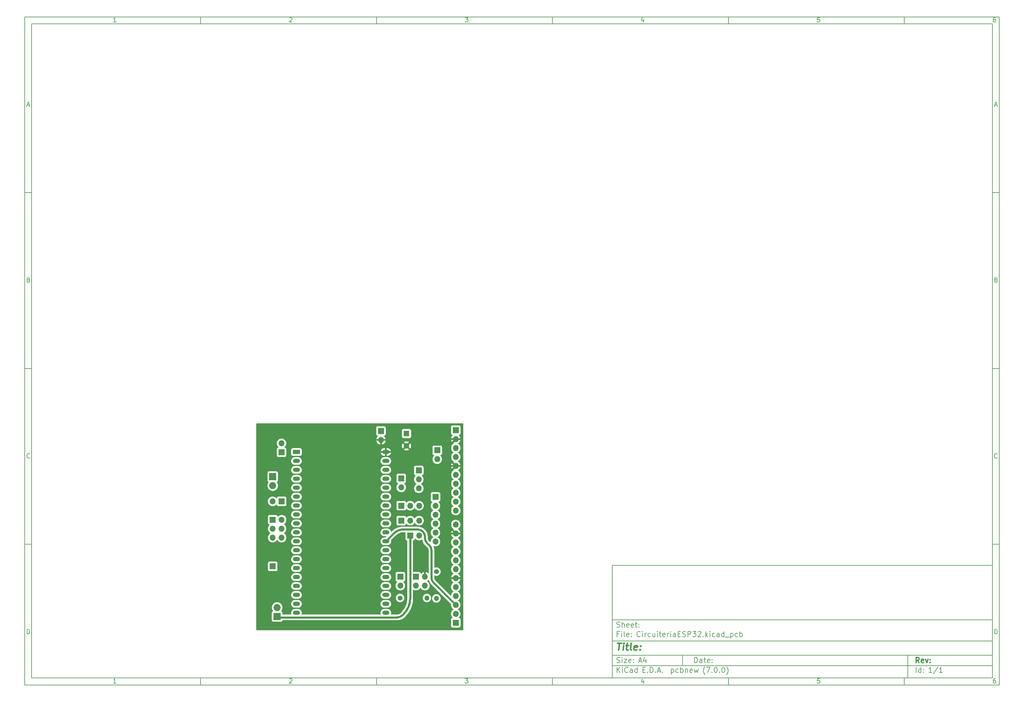
<source format=gbr>
%TF.GenerationSoftware,KiCad,Pcbnew,(7.0.0)*%
%TF.CreationDate,2023-05-17T11:18:48+02:00*%
%TF.ProjectId,CircuiteriaESP32,43697263-7569-4746-9572-696145535033,rev?*%
%TF.SameCoordinates,Original*%
%TF.FileFunction,Copper,L1,Top*%
%TF.FilePolarity,Positive*%
%FSLAX46Y46*%
G04 Gerber Fmt 4.6, Leading zero omitted, Abs format (unit mm)*
G04 Created by KiCad (PCBNEW (7.0.0)) date 2023-05-17 11:18:48*
%MOMM*%
%LPD*%
G01*
G04 APERTURE LIST*
%ADD10C,0.100000*%
%ADD11C,0.150000*%
%ADD12C,0.300000*%
%ADD13C,0.400000*%
%TA.AperFunction,ComponentPad*%
%ADD14R,1.700000X1.700000*%
%TD*%
%TA.AperFunction,ComponentPad*%
%ADD15O,1.700000X1.700000*%
%TD*%
%TA.AperFunction,ComponentPad*%
%ADD16C,1.400000*%
%TD*%
%TA.AperFunction,ComponentPad*%
%ADD17O,1.400000X1.400000*%
%TD*%
%TA.AperFunction,ComponentPad*%
%ADD18R,2.000000X2.000000*%
%TD*%
%TA.AperFunction,ComponentPad*%
%ADD19O,2.000000X2.000000*%
%TD*%
%TA.AperFunction,ComponentPad*%
%ADD20R,1.600000X1.600000*%
%TD*%
%TA.AperFunction,ComponentPad*%
%ADD21C,1.600000*%
%TD*%
%TA.AperFunction,ComponentPad*%
%ADD22R,2.000000X1.200000*%
%TD*%
%TA.AperFunction,ComponentPad*%
%ADD23O,2.000000X1.200000*%
%TD*%
%TA.AperFunction,Conductor*%
%ADD24C,0.600000*%
%TD*%
G04 APERTURE END LIST*
D10*
D11*
X177002200Y-166007200D02*
X285002200Y-166007200D01*
X285002200Y-198007200D01*
X177002200Y-198007200D01*
X177002200Y-166007200D01*
D10*
D11*
X10000000Y-10000000D02*
X287002200Y-10000000D01*
X287002200Y-200007200D01*
X10000000Y-200007200D01*
X10000000Y-10000000D01*
D10*
D11*
X12000000Y-12000000D02*
X285002200Y-12000000D01*
X285002200Y-198007200D01*
X12000000Y-198007200D01*
X12000000Y-12000000D01*
D10*
D11*
X60000000Y-12000000D02*
X60000000Y-10000000D01*
D10*
D11*
X110000000Y-12000000D02*
X110000000Y-10000000D01*
D10*
D11*
X160000000Y-12000000D02*
X160000000Y-10000000D01*
D10*
D11*
X210000000Y-12000000D02*
X210000000Y-10000000D01*
D10*
D11*
X260000000Y-12000000D02*
X260000000Y-10000000D01*
D10*
D11*
X35990476Y-11477595D02*
X35247619Y-11477595D01*
X35619047Y-11477595D02*
X35619047Y-10177595D01*
X35619047Y-10177595D02*
X35495238Y-10363309D01*
X35495238Y-10363309D02*
X35371428Y-10487119D01*
X35371428Y-10487119D02*
X35247619Y-10549023D01*
D10*
D11*
X85247619Y-10301404D02*
X85309523Y-10239500D01*
X85309523Y-10239500D02*
X85433333Y-10177595D01*
X85433333Y-10177595D02*
X85742857Y-10177595D01*
X85742857Y-10177595D02*
X85866666Y-10239500D01*
X85866666Y-10239500D02*
X85928571Y-10301404D01*
X85928571Y-10301404D02*
X85990476Y-10425214D01*
X85990476Y-10425214D02*
X85990476Y-10549023D01*
X85990476Y-10549023D02*
X85928571Y-10734738D01*
X85928571Y-10734738D02*
X85185714Y-11477595D01*
X85185714Y-11477595D02*
X85990476Y-11477595D01*
D10*
D11*
X135185714Y-10177595D02*
X135990476Y-10177595D01*
X135990476Y-10177595D02*
X135557142Y-10672833D01*
X135557142Y-10672833D02*
X135742857Y-10672833D01*
X135742857Y-10672833D02*
X135866666Y-10734738D01*
X135866666Y-10734738D02*
X135928571Y-10796642D01*
X135928571Y-10796642D02*
X135990476Y-10920452D01*
X135990476Y-10920452D02*
X135990476Y-11229976D01*
X135990476Y-11229976D02*
X135928571Y-11353785D01*
X135928571Y-11353785D02*
X135866666Y-11415690D01*
X135866666Y-11415690D02*
X135742857Y-11477595D01*
X135742857Y-11477595D02*
X135371428Y-11477595D01*
X135371428Y-11477595D02*
X135247619Y-11415690D01*
X135247619Y-11415690D02*
X135185714Y-11353785D01*
D10*
D11*
X185866666Y-10610928D02*
X185866666Y-11477595D01*
X185557142Y-10115690D02*
X185247619Y-11044261D01*
X185247619Y-11044261D02*
X186052380Y-11044261D01*
D10*
D11*
X235928571Y-10177595D02*
X235309523Y-10177595D01*
X235309523Y-10177595D02*
X235247619Y-10796642D01*
X235247619Y-10796642D02*
X235309523Y-10734738D01*
X235309523Y-10734738D02*
X235433333Y-10672833D01*
X235433333Y-10672833D02*
X235742857Y-10672833D01*
X235742857Y-10672833D02*
X235866666Y-10734738D01*
X235866666Y-10734738D02*
X235928571Y-10796642D01*
X235928571Y-10796642D02*
X235990476Y-10920452D01*
X235990476Y-10920452D02*
X235990476Y-11229976D01*
X235990476Y-11229976D02*
X235928571Y-11353785D01*
X235928571Y-11353785D02*
X235866666Y-11415690D01*
X235866666Y-11415690D02*
X235742857Y-11477595D01*
X235742857Y-11477595D02*
X235433333Y-11477595D01*
X235433333Y-11477595D02*
X235309523Y-11415690D01*
X235309523Y-11415690D02*
X235247619Y-11353785D01*
D10*
D11*
X285866666Y-10177595D02*
X285619047Y-10177595D01*
X285619047Y-10177595D02*
X285495238Y-10239500D01*
X285495238Y-10239500D02*
X285433333Y-10301404D01*
X285433333Y-10301404D02*
X285309523Y-10487119D01*
X285309523Y-10487119D02*
X285247619Y-10734738D01*
X285247619Y-10734738D02*
X285247619Y-11229976D01*
X285247619Y-11229976D02*
X285309523Y-11353785D01*
X285309523Y-11353785D02*
X285371428Y-11415690D01*
X285371428Y-11415690D02*
X285495238Y-11477595D01*
X285495238Y-11477595D02*
X285742857Y-11477595D01*
X285742857Y-11477595D02*
X285866666Y-11415690D01*
X285866666Y-11415690D02*
X285928571Y-11353785D01*
X285928571Y-11353785D02*
X285990476Y-11229976D01*
X285990476Y-11229976D02*
X285990476Y-10920452D01*
X285990476Y-10920452D02*
X285928571Y-10796642D01*
X285928571Y-10796642D02*
X285866666Y-10734738D01*
X285866666Y-10734738D02*
X285742857Y-10672833D01*
X285742857Y-10672833D02*
X285495238Y-10672833D01*
X285495238Y-10672833D02*
X285371428Y-10734738D01*
X285371428Y-10734738D02*
X285309523Y-10796642D01*
X285309523Y-10796642D02*
X285247619Y-10920452D01*
D10*
D11*
X60000000Y-198007200D02*
X60000000Y-200007200D01*
D10*
D11*
X110000000Y-198007200D02*
X110000000Y-200007200D01*
D10*
D11*
X160000000Y-198007200D02*
X160000000Y-200007200D01*
D10*
D11*
X210000000Y-198007200D02*
X210000000Y-200007200D01*
D10*
D11*
X260000000Y-198007200D02*
X260000000Y-200007200D01*
D10*
D11*
X35990476Y-199484795D02*
X35247619Y-199484795D01*
X35619047Y-199484795D02*
X35619047Y-198184795D01*
X35619047Y-198184795D02*
X35495238Y-198370509D01*
X35495238Y-198370509D02*
X35371428Y-198494319D01*
X35371428Y-198494319D02*
X35247619Y-198556223D01*
D10*
D11*
X85247619Y-198308604D02*
X85309523Y-198246700D01*
X85309523Y-198246700D02*
X85433333Y-198184795D01*
X85433333Y-198184795D02*
X85742857Y-198184795D01*
X85742857Y-198184795D02*
X85866666Y-198246700D01*
X85866666Y-198246700D02*
X85928571Y-198308604D01*
X85928571Y-198308604D02*
X85990476Y-198432414D01*
X85990476Y-198432414D02*
X85990476Y-198556223D01*
X85990476Y-198556223D02*
X85928571Y-198741938D01*
X85928571Y-198741938D02*
X85185714Y-199484795D01*
X85185714Y-199484795D02*
X85990476Y-199484795D01*
D10*
D11*
X135185714Y-198184795D02*
X135990476Y-198184795D01*
X135990476Y-198184795D02*
X135557142Y-198680033D01*
X135557142Y-198680033D02*
X135742857Y-198680033D01*
X135742857Y-198680033D02*
X135866666Y-198741938D01*
X135866666Y-198741938D02*
X135928571Y-198803842D01*
X135928571Y-198803842D02*
X135990476Y-198927652D01*
X135990476Y-198927652D02*
X135990476Y-199237176D01*
X135990476Y-199237176D02*
X135928571Y-199360985D01*
X135928571Y-199360985D02*
X135866666Y-199422890D01*
X135866666Y-199422890D02*
X135742857Y-199484795D01*
X135742857Y-199484795D02*
X135371428Y-199484795D01*
X135371428Y-199484795D02*
X135247619Y-199422890D01*
X135247619Y-199422890D02*
X135185714Y-199360985D01*
D10*
D11*
X185866666Y-198618128D02*
X185866666Y-199484795D01*
X185557142Y-198122890D02*
X185247619Y-199051461D01*
X185247619Y-199051461D02*
X186052380Y-199051461D01*
D10*
D11*
X235928571Y-198184795D02*
X235309523Y-198184795D01*
X235309523Y-198184795D02*
X235247619Y-198803842D01*
X235247619Y-198803842D02*
X235309523Y-198741938D01*
X235309523Y-198741938D02*
X235433333Y-198680033D01*
X235433333Y-198680033D02*
X235742857Y-198680033D01*
X235742857Y-198680033D02*
X235866666Y-198741938D01*
X235866666Y-198741938D02*
X235928571Y-198803842D01*
X235928571Y-198803842D02*
X235990476Y-198927652D01*
X235990476Y-198927652D02*
X235990476Y-199237176D01*
X235990476Y-199237176D02*
X235928571Y-199360985D01*
X235928571Y-199360985D02*
X235866666Y-199422890D01*
X235866666Y-199422890D02*
X235742857Y-199484795D01*
X235742857Y-199484795D02*
X235433333Y-199484795D01*
X235433333Y-199484795D02*
X235309523Y-199422890D01*
X235309523Y-199422890D02*
X235247619Y-199360985D01*
D10*
D11*
X285866666Y-198184795D02*
X285619047Y-198184795D01*
X285619047Y-198184795D02*
X285495238Y-198246700D01*
X285495238Y-198246700D02*
X285433333Y-198308604D01*
X285433333Y-198308604D02*
X285309523Y-198494319D01*
X285309523Y-198494319D02*
X285247619Y-198741938D01*
X285247619Y-198741938D02*
X285247619Y-199237176D01*
X285247619Y-199237176D02*
X285309523Y-199360985D01*
X285309523Y-199360985D02*
X285371428Y-199422890D01*
X285371428Y-199422890D02*
X285495238Y-199484795D01*
X285495238Y-199484795D02*
X285742857Y-199484795D01*
X285742857Y-199484795D02*
X285866666Y-199422890D01*
X285866666Y-199422890D02*
X285928571Y-199360985D01*
X285928571Y-199360985D02*
X285990476Y-199237176D01*
X285990476Y-199237176D02*
X285990476Y-198927652D01*
X285990476Y-198927652D02*
X285928571Y-198803842D01*
X285928571Y-198803842D02*
X285866666Y-198741938D01*
X285866666Y-198741938D02*
X285742857Y-198680033D01*
X285742857Y-198680033D02*
X285495238Y-198680033D01*
X285495238Y-198680033D02*
X285371428Y-198741938D01*
X285371428Y-198741938D02*
X285309523Y-198803842D01*
X285309523Y-198803842D02*
X285247619Y-198927652D01*
D10*
D11*
X10000000Y-60000000D02*
X12000000Y-60000000D01*
D10*
D11*
X10000000Y-110000000D02*
X12000000Y-110000000D01*
D10*
D11*
X10000000Y-160000000D02*
X12000000Y-160000000D01*
D10*
D11*
X10690476Y-35106166D02*
X11309523Y-35106166D01*
X10566666Y-35477595D02*
X10999999Y-34177595D01*
X10999999Y-34177595D02*
X11433333Y-35477595D01*
D10*
D11*
X11092857Y-84796642D02*
X11278571Y-84858547D01*
X11278571Y-84858547D02*
X11340476Y-84920452D01*
X11340476Y-84920452D02*
X11402380Y-85044261D01*
X11402380Y-85044261D02*
X11402380Y-85229976D01*
X11402380Y-85229976D02*
X11340476Y-85353785D01*
X11340476Y-85353785D02*
X11278571Y-85415690D01*
X11278571Y-85415690D02*
X11154761Y-85477595D01*
X11154761Y-85477595D02*
X10659523Y-85477595D01*
X10659523Y-85477595D02*
X10659523Y-84177595D01*
X10659523Y-84177595D02*
X11092857Y-84177595D01*
X11092857Y-84177595D02*
X11216666Y-84239500D01*
X11216666Y-84239500D02*
X11278571Y-84301404D01*
X11278571Y-84301404D02*
X11340476Y-84425214D01*
X11340476Y-84425214D02*
X11340476Y-84549023D01*
X11340476Y-84549023D02*
X11278571Y-84672833D01*
X11278571Y-84672833D02*
X11216666Y-84734738D01*
X11216666Y-84734738D02*
X11092857Y-84796642D01*
X11092857Y-84796642D02*
X10659523Y-84796642D01*
D10*
D11*
X11402380Y-135353785D02*
X11340476Y-135415690D01*
X11340476Y-135415690D02*
X11154761Y-135477595D01*
X11154761Y-135477595D02*
X11030952Y-135477595D01*
X11030952Y-135477595D02*
X10845238Y-135415690D01*
X10845238Y-135415690D02*
X10721428Y-135291880D01*
X10721428Y-135291880D02*
X10659523Y-135168071D01*
X10659523Y-135168071D02*
X10597619Y-134920452D01*
X10597619Y-134920452D02*
X10597619Y-134734738D01*
X10597619Y-134734738D02*
X10659523Y-134487119D01*
X10659523Y-134487119D02*
X10721428Y-134363309D01*
X10721428Y-134363309D02*
X10845238Y-134239500D01*
X10845238Y-134239500D02*
X11030952Y-134177595D01*
X11030952Y-134177595D02*
X11154761Y-134177595D01*
X11154761Y-134177595D02*
X11340476Y-134239500D01*
X11340476Y-134239500D02*
X11402380Y-134301404D01*
D10*
D11*
X10659523Y-185477595D02*
X10659523Y-184177595D01*
X10659523Y-184177595D02*
X10969047Y-184177595D01*
X10969047Y-184177595D02*
X11154761Y-184239500D01*
X11154761Y-184239500D02*
X11278571Y-184363309D01*
X11278571Y-184363309D02*
X11340476Y-184487119D01*
X11340476Y-184487119D02*
X11402380Y-184734738D01*
X11402380Y-184734738D02*
X11402380Y-184920452D01*
X11402380Y-184920452D02*
X11340476Y-185168071D01*
X11340476Y-185168071D02*
X11278571Y-185291880D01*
X11278571Y-185291880D02*
X11154761Y-185415690D01*
X11154761Y-185415690D02*
X10969047Y-185477595D01*
X10969047Y-185477595D02*
X10659523Y-185477595D01*
D10*
D11*
X287002200Y-60000000D02*
X285002200Y-60000000D01*
D10*
D11*
X287002200Y-110000000D02*
X285002200Y-110000000D01*
D10*
D11*
X287002200Y-160000000D02*
X285002200Y-160000000D01*
D10*
D11*
X285692676Y-35106166D02*
X286311723Y-35106166D01*
X285568866Y-35477595D02*
X286002199Y-34177595D01*
X286002199Y-34177595D02*
X286435533Y-35477595D01*
D10*
D11*
X286095057Y-84796642D02*
X286280771Y-84858547D01*
X286280771Y-84858547D02*
X286342676Y-84920452D01*
X286342676Y-84920452D02*
X286404580Y-85044261D01*
X286404580Y-85044261D02*
X286404580Y-85229976D01*
X286404580Y-85229976D02*
X286342676Y-85353785D01*
X286342676Y-85353785D02*
X286280771Y-85415690D01*
X286280771Y-85415690D02*
X286156961Y-85477595D01*
X286156961Y-85477595D02*
X285661723Y-85477595D01*
X285661723Y-85477595D02*
X285661723Y-84177595D01*
X285661723Y-84177595D02*
X286095057Y-84177595D01*
X286095057Y-84177595D02*
X286218866Y-84239500D01*
X286218866Y-84239500D02*
X286280771Y-84301404D01*
X286280771Y-84301404D02*
X286342676Y-84425214D01*
X286342676Y-84425214D02*
X286342676Y-84549023D01*
X286342676Y-84549023D02*
X286280771Y-84672833D01*
X286280771Y-84672833D02*
X286218866Y-84734738D01*
X286218866Y-84734738D02*
X286095057Y-84796642D01*
X286095057Y-84796642D02*
X285661723Y-84796642D01*
D10*
D11*
X286404580Y-135353785D02*
X286342676Y-135415690D01*
X286342676Y-135415690D02*
X286156961Y-135477595D01*
X286156961Y-135477595D02*
X286033152Y-135477595D01*
X286033152Y-135477595D02*
X285847438Y-135415690D01*
X285847438Y-135415690D02*
X285723628Y-135291880D01*
X285723628Y-135291880D02*
X285661723Y-135168071D01*
X285661723Y-135168071D02*
X285599819Y-134920452D01*
X285599819Y-134920452D02*
X285599819Y-134734738D01*
X285599819Y-134734738D02*
X285661723Y-134487119D01*
X285661723Y-134487119D02*
X285723628Y-134363309D01*
X285723628Y-134363309D02*
X285847438Y-134239500D01*
X285847438Y-134239500D02*
X286033152Y-134177595D01*
X286033152Y-134177595D02*
X286156961Y-134177595D01*
X286156961Y-134177595D02*
X286342676Y-134239500D01*
X286342676Y-134239500D02*
X286404580Y-134301404D01*
D10*
D11*
X285661723Y-185477595D02*
X285661723Y-184177595D01*
X285661723Y-184177595D02*
X285971247Y-184177595D01*
X285971247Y-184177595D02*
X286156961Y-184239500D01*
X286156961Y-184239500D02*
X286280771Y-184363309D01*
X286280771Y-184363309D02*
X286342676Y-184487119D01*
X286342676Y-184487119D02*
X286404580Y-184734738D01*
X286404580Y-184734738D02*
X286404580Y-184920452D01*
X286404580Y-184920452D02*
X286342676Y-185168071D01*
X286342676Y-185168071D02*
X286280771Y-185291880D01*
X286280771Y-185291880D02*
X286156961Y-185415690D01*
X286156961Y-185415690D02*
X285971247Y-185477595D01*
X285971247Y-185477595D02*
X285661723Y-185477595D01*
D10*
D11*
X200359342Y-193658271D02*
X200359342Y-192158271D01*
X200359342Y-192158271D02*
X200716485Y-192158271D01*
X200716485Y-192158271D02*
X200930771Y-192229700D01*
X200930771Y-192229700D02*
X201073628Y-192372557D01*
X201073628Y-192372557D02*
X201145057Y-192515414D01*
X201145057Y-192515414D02*
X201216485Y-192801128D01*
X201216485Y-192801128D02*
X201216485Y-193015414D01*
X201216485Y-193015414D02*
X201145057Y-193301128D01*
X201145057Y-193301128D02*
X201073628Y-193443985D01*
X201073628Y-193443985D02*
X200930771Y-193586842D01*
X200930771Y-193586842D02*
X200716485Y-193658271D01*
X200716485Y-193658271D02*
X200359342Y-193658271D01*
X202502200Y-193658271D02*
X202502200Y-192872557D01*
X202502200Y-192872557D02*
X202430771Y-192729700D01*
X202430771Y-192729700D02*
X202287914Y-192658271D01*
X202287914Y-192658271D02*
X202002200Y-192658271D01*
X202002200Y-192658271D02*
X201859342Y-192729700D01*
X202502200Y-193586842D02*
X202359342Y-193658271D01*
X202359342Y-193658271D02*
X202002200Y-193658271D01*
X202002200Y-193658271D02*
X201859342Y-193586842D01*
X201859342Y-193586842D02*
X201787914Y-193443985D01*
X201787914Y-193443985D02*
X201787914Y-193301128D01*
X201787914Y-193301128D02*
X201859342Y-193158271D01*
X201859342Y-193158271D02*
X202002200Y-193086842D01*
X202002200Y-193086842D02*
X202359342Y-193086842D01*
X202359342Y-193086842D02*
X202502200Y-193015414D01*
X203002200Y-192658271D02*
X203573628Y-192658271D01*
X203216485Y-192158271D02*
X203216485Y-193443985D01*
X203216485Y-193443985D02*
X203287914Y-193586842D01*
X203287914Y-193586842D02*
X203430771Y-193658271D01*
X203430771Y-193658271D02*
X203573628Y-193658271D01*
X204645057Y-193586842D02*
X204502200Y-193658271D01*
X204502200Y-193658271D02*
X204216486Y-193658271D01*
X204216486Y-193658271D02*
X204073628Y-193586842D01*
X204073628Y-193586842D02*
X204002200Y-193443985D01*
X204002200Y-193443985D02*
X204002200Y-192872557D01*
X204002200Y-192872557D02*
X204073628Y-192729700D01*
X204073628Y-192729700D02*
X204216486Y-192658271D01*
X204216486Y-192658271D02*
X204502200Y-192658271D01*
X204502200Y-192658271D02*
X204645057Y-192729700D01*
X204645057Y-192729700D02*
X204716486Y-192872557D01*
X204716486Y-192872557D02*
X204716486Y-193015414D01*
X204716486Y-193015414D02*
X204002200Y-193158271D01*
X205359342Y-193515414D02*
X205430771Y-193586842D01*
X205430771Y-193586842D02*
X205359342Y-193658271D01*
X205359342Y-193658271D02*
X205287914Y-193586842D01*
X205287914Y-193586842D02*
X205359342Y-193515414D01*
X205359342Y-193515414D02*
X205359342Y-193658271D01*
X205359342Y-192729700D02*
X205430771Y-192801128D01*
X205430771Y-192801128D02*
X205359342Y-192872557D01*
X205359342Y-192872557D02*
X205287914Y-192801128D01*
X205287914Y-192801128D02*
X205359342Y-192729700D01*
X205359342Y-192729700D02*
X205359342Y-192872557D01*
D10*
D11*
X177002200Y-194507200D02*
X285002200Y-194507200D01*
D10*
D11*
X178359342Y-196458271D02*
X178359342Y-194958271D01*
X179216485Y-196458271D02*
X178573628Y-195601128D01*
X179216485Y-194958271D02*
X178359342Y-195815414D01*
X179859342Y-196458271D02*
X179859342Y-195458271D01*
X179859342Y-194958271D02*
X179787914Y-195029700D01*
X179787914Y-195029700D02*
X179859342Y-195101128D01*
X179859342Y-195101128D02*
X179930771Y-195029700D01*
X179930771Y-195029700D02*
X179859342Y-194958271D01*
X179859342Y-194958271D02*
X179859342Y-195101128D01*
X181430771Y-196315414D02*
X181359343Y-196386842D01*
X181359343Y-196386842D02*
X181145057Y-196458271D01*
X181145057Y-196458271D02*
X181002200Y-196458271D01*
X181002200Y-196458271D02*
X180787914Y-196386842D01*
X180787914Y-196386842D02*
X180645057Y-196243985D01*
X180645057Y-196243985D02*
X180573628Y-196101128D01*
X180573628Y-196101128D02*
X180502200Y-195815414D01*
X180502200Y-195815414D02*
X180502200Y-195601128D01*
X180502200Y-195601128D02*
X180573628Y-195315414D01*
X180573628Y-195315414D02*
X180645057Y-195172557D01*
X180645057Y-195172557D02*
X180787914Y-195029700D01*
X180787914Y-195029700D02*
X181002200Y-194958271D01*
X181002200Y-194958271D02*
X181145057Y-194958271D01*
X181145057Y-194958271D02*
X181359343Y-195029700D01*
X181359343Y-195029700D02*
X181430771Y-195101128D01*
X182716486Y-196458271D02*
X182716486Y-195672557D01*
X182716486Y-195672557D02*
X182645057Y-195529700D01*
X182645057Y-195529700D02*
X182502200Y-195458271D01*
X182502200Y-195458271D02*
X182216486Y-195458271D01*
X182216486Y-195458271D02*
X182073628Y-195529700D01*
X182716486Y-196386842D02*
X182573628Y-196458271D01*
X182573628Y-196458271D02*
X182216486Y-196458271D01*
X182216486Y-196458271D02*
X182073628Y-196386842D01*
X182073628Y-196386842D02*
X182002200Y-196243985D01*
X182002200Y-196243985D02*
X182002200Y-196101128D01*
X182002200Y-196101128D02*
X182073628Y-195958271D01*
X182073628Y-195958271D02*
X182216486Y-195886842D01*
X182216486Y-195886842D02*
X182573628Y-195886842D01*
X182573628Y-195886842D02*
X182716486Y-195815414D01*
X184073629Y-196458271D02*
X184073629Y-194958271D01*
X184073629Y-196386842D02*
X183930771Y-196458271D01*
X183930771Y-196458271D02*
X183645057Y-196458271D01*
X183645057Y-196458271D02*
X183502200Y-196386842D01*
X183502200Y-196386842D02*
X183430771Y-196315414D01*
X183430771Y-196315414D02*
X183359343Y-196172557D01*
X183359343Y-196172557D02*
X183359343Y-195743985D01*
X183359343Y-195743985D02*
X183430771Y-195601128D01*
X183430771Y-195601128D02*
X183502200Y-195529700D01*
X183502200Y-195529700D02*
X183645057Y-195458271D01*
X183645057Y-195458271D02*
X183930771Y-195458271D01*
X183930771Y-195458271D02*
X184073629Y-195529700D01*
X185687914Y-195672557D02*
X186187914Y-195672557D01*
X186402200Y-196458271D02*
X185687914Y-196458271D01*
X185687914Y-196458271D02*
X185687914Y-194958271D01*
X185687914Y-194958271D02*
X186402200Y-194958271D01*
X187045057Y-196315414D02*
X187116486Y-196386842D01*
X187116486Y-196386842D02*
X187045057Y-196458271D01*
X187045057Y-196458271D02*
X186973629Y-196386842D01*
X186973629Y-196386842D02*
X187045057Y-196315414D01*
X187045057Y-196315414D02*
X187045057Y-196458271D01*
X187759343Y-196458271D02*
X187759343Y-194958271D01*
X187759343Y-194958271D02*
X188116486Y-194958271D01*
X188116486Y-194958271D02*
X188330772Y-195029700D01*
X188330772Y-195029700D02*
X188473629Y-195172557D01*
X188473629Y-195172557D02*
X188545058Y-195315414D01*
X188545058Y-195315414D02*
X188616486Y-195601128D01*
X188616486Y-195601128D02*
X188616486Y-195815414D01*
X188616486Y-195815414D02*
X188545058Y-196101128D01*
X188545058Y-196101128D02*
X188473629Y-196243985D01*
X188473629Y-196243985D02*
X188330772Y-196386842D01*
X188330772Y-196386842D02*
X188116486Y-196458271D01*
X188116486Y-196458271D02*
X187759343Y-196458271D01*
X189259343Y-196315414D02*
X189330772Y-196386842D01*
X189330772Y-196386842D02*
X189259343Y-196458271D01*
X189259343Y-196458271D02*
X189187915Y-196386842D01*
X189187915Y-196386842D02*
X189259343Y-196315414D01*
X189259343Y-196315414D02*
X189259343Y-196458271D01*
X189902201Y-196029700D02*
X190616487Y-196029700D01*
X189759344Y-196458271D02*
X190259344Y-194958271D01*
X190259344Y-194958271D02*
X190759344Y-196458271D01*
X191259343Y-196315414D02*
X191330772Y-196386842D01*
X191330772Y-196386842D02*
X191259343Y-196458271D01*
X191259343Y-196458271D02*
X191187915Y-196386842D01*
X191187915Y-196386842D02*
X191259343Y-196315414D01*
X191259343Y-196315414D02*
X191259343Y-196458271D01*
X193773629Y-195458271D02*
X193773629Y-196958271D01*
X193773629Y-195529700D02*
X193916487Y-195458271D01*
X193916487Y-195458271D02*
X194202201Y-195458271D01*
X194202201Y-195458271D02*
X194345058Y-195529700D01*
X194345058Y-195529700D02*
X194416487Y-195601128D01*
X194416487Y-195601128D02*
X194487915Y-195743985D01*
X194487915Y-195743985D02*
X194487915Y-196172557D01*
X194487915Y-196172557D02*
X194416487Y-196315414D01*
X194416487Y-196315414D02*
X194345058Y-196386842D01*
X194345058Y-196386842D02*
X194202201Y-196458271D01*
X194202201Y-196458271D02*
X193916487Y-196458271D01*
X193916487Y-196458271D02*
X193773629Y-196386842D01*
X195773630Y-196386842D02*
X195630772Y-196458271D01*
X195630772Y-196458271D02*
X195345058Y-196458271D01*
X195345058Y-196458271D02*
X195202201Y-196386842D01*
X195202201Y-196386842D02*
X195130772Y-196315414D01*
X195130772Y-196315414D02*
X195059344Y-196172557D01*
X195059344Y-196172557D02*
X195059344Y-195743985D01*
X195059344Y-195743985D02*
X195130772Y-195601128D01*
X195130772Y-195601128D02*
X195202201Y-195529700D01*
X195202201Y-195529700D02*
X195345058Y-195458271D01*
X195345058Y-195458271D02*
X195630772Y-195458271D01*
X195630772Y-195458271D02*
X195773630Y-195529700D01*
X196416486Y-196458271D02*
X196416486Y-194958271D01*
X196416486Y-195529700D02*
X196559344Y-195458271D01*
X196559344Y-195458271D02*
X196845058Y-195458271D01*
X196845058Y-195458271D02*
X196987915Y-195529700D01*
X196987915Y-195529700D02*
X197059344Y-195601128D01*
X197059344Y-195601128D02*
X197130772Y-195743985D01*
X197130772Y-195743985D02*
X197130772Y-196172557D01*
X197130772Y-196172557D02*
X197059344Y-196315414D01*
X197059344Y-196315414D02*
X196987915Y-196386842D01*
X196987915Y-196386842D02*
X196845058Y-196458271D01*
X196845058Y-196458271D02*
X196559344Y-196458271D01*
X196559344Y-196458271D02*
X196416486Y-196386842D01*
X197773629Y-195458271D02*
X197773629Y-196458271D01*
X197773629Y-195601128D02*
X197845058Y-195529700D01*
X197845058Y-195529700D02*
X197987915Y-195458271D01*
X197987915Y-195458271D02*
X198202201Y-195458271D01*
X198202201Y-195458271D02*
X198345058Y-195529700D01*
X198345058Y-195529700D02*
X198416487Y-195672557D01*
X198416487Y-195672557D02*
X198416487Y-196458271D01*
X199702201Y-196386842D02*
X199559344Y-196458271D01*
X199559344Y-196458271D02*
X199273630Y-196458271D01*
X199273630Y-196458271D02*
X199130772Y-196386842D01*
X199130772Y-196386842D02*
X199059344Y-196243985D01*
X199059344Y-196243985D02*
X199059344Y-195672557D01*
X199059344Y-195672557D02*
X199130772Y-195529700D01*
X199130772Y-195529700D02*
X199273630Y-195458271D01*
X199273630Y-195458271D02*
X199559344Y-195458271D01*
X199559344Y-195458271D02*
X199702201Y-195529700D01*
X199702201Y-195529700D02*
X199773630Y-195672557D01*
X199773630Y-195672557D02*
X199773630Y-195815414D01*
X199773630Y-195815414D02*
X199059344Y-195958271D01*
X200273629Y-195458271D02*
X200559344Y-196458271D01*
X200559344Y-196458271D02*
X200845058Y-195743985D01*
X200845058Y-195743985D02*
X201130772Y-196458271D01*
X201130772Y-196458271D02*
X201416486Y-195458271D01*
X203316487Y-197029700D02*
X203245058Y-196958271D01*
X203245058Y-196958271D02*
X203102201Y-196743985D01*
X203102201Y-196743985D02*
X203030773Y-196601128D01*
X203030773Y-196601128D02*
X202959344Y-196386842D01*
X202959344Y-196386842D02*
X202887915Y-196029700D01*
X202887915Y-196029700D02*
X202887915Y-195743985D01*
X202887915Y-195743985D02*
X202959344Y-195386842D01*
X202959344Y-195386842D02*
X203030773Y-195172557D01*
X203030773Y-195172557D02*
X203102201Y-195029700D01*
X203102201Y-195029700D02*
X203245058Y-194815414D01*
X203245058Y-194815414D02*
X203316487Y-194743985D01*
X203745058Y-194958271D02*
X204745058Y-194958271D01*
X204745058Y-194958271D02*
X204102201Y-196458271D01*
X205316486Y-196315414D02*
X205387915Y-196386842D01*
X205387915Y-196386842D02*
X205316486Y-196458271D01*
X205316486Y-196458271D02*
X205245058Y-196386842D01*
X205245058Y-196386842D02*
X205316486Y-196315414D01*
X205316486Y-196315414D02*
X205316486Y-196458271D01*
X206316487Y-194958271D02*
X206459344Y-194958271D01*
X206459344Y-194958271D02*
X206602201Y-195029700D01*
X206602201Y-195029700D02*
X206673630Y-195101128D01*
X206673630Y-195101128D02*
X206745058Y-195243985D01*
X206745058Y-195243985D02*
X206816487Y-195529700D01*
X206816487Y-195529700D02*
X206816487Y-195886842D01*
X206816487Y-195886842D02*
X206745058Y-196172557D01*
X206745058Y-196172557D02*
X206673630Y-196315414D01*
X206673630Y-196315414D02*
X206602201Y-196386842D01*
X206602201Y-196386842D02*
X206459344Y-196458271D01*
X206459344Y-196458271D02*
X206316487Y-196458271D01*
X206316487Y-196458271D02*
X206173630Y-196386842D01*
X206173630Y-196386842D02*
X206102201Y-196315414D01*
X206102201Y-196315414D02*
X206030772Y-196172557D01*
X206030772Y-196172557D02*
X205959344Y-195886842D01*
X205959344Y-195886842D02*
X205959344Y-195529700D01*
X205959344Y-195529700D02*
X206030772Y-195243985D01*
X206030772Y-195243985D02*
X206102201Y-195101128D01*
X206102201Y-195101128D02*
X206173630Y-195029700D01*
X206173630Y-195029700D02*
X206316487Y-194958271D01*
X207459343Y-196315414D02*
X207530772Y-196386842D01*
X207530772Y-196386842D02*
X207459343Y-196458271D01*
X207459343Y-196458271D02*
X207387915Y-196386842D01*
X207387915Y-196386842D02*
X207459343Y-196315414D01*
X207459343Y-196315414D02*
X207459343Y-196458271D01*
X208459344Y-194958271D02*
X208602201Y-194958271D01*
X208602201Y-194958271D02*
X208745058Y-195029700D01*
X208745058Y-195029700D02*
X208816487Y-195101128D01*
X208816487Y-195101128D02*
X208887915Y-195243985D01*
X208887915Y-195243985D02*
X208959344Y-195529700D01*
X208959344Y-195529700D02*
X208959344Y-195886842D01*
X208959344Y-195886842D02*
X208887915Y-196172557D01*
X208887915Y-196172557D02*
X208816487Y-196315414D01*
X208816487Y-196315414D02*
X208745058Y-196386842D01*
X208745058Y-196386842D02*
X208602201Y-196458271D01*
X208602201Y-196458271D02*
X208459344Y-196458271D01*
X208459344Y-196458271D02*
X208316487Y-196386842D01*
X208316487Y-196386842D02*
X208245058Y-196315414D01*
X208245058Y-196315414D02*
X208173629Y-196172557D01*
X208173629Y-196172557D02*
X208102201Y-195886842D01*
X208102201Y-195886842D02*
X208102201Y-195529700D01*
X208102201Y-195529700D02*
X208173629Y-195243985D01*
X208173629Y-195243985D02*
X208245058Y-195101128D01*
X208245058Y-195101128D02*
X208316487Y-195029700D01*
X208316487Y-195029700D02*
X208459344Y-194958271D01*
X209459343Y-197029700D02*
X209530772Y-196958271D01*
X209530772Y-196958271D02*
X209673629Y-196743985D01*
X209673629Y-196743985D02*
X209745058Y-196601128D01*
X209745058Y-196601128D02*
X209816486Y-196386842D01*
X209816486Y-196386842D02*
X209887915Y-196029700D01*
X209887915Y-196029700D02*
X209887915Y-195743985D01*
X209887915Y-195743985D02*
X209816486Y-195386842D01*
X209816486Y-195386842D02*
X209745058Y-195172557D01*
X209745058Y-195172557D02*
X209673629Y-195029700D01*
X209673629Y-195029700D02*
X209530772Y-194815414D01*
X209530772Y-194815414D02*
X209459343Y-194743985D01*
D10*
D11*
X177002200Y-191507200D02*
X285002200Y-191507200D01*
D10*
D12*
X264216485Y-193658271D02*
X263716485Y-192943985D01*
X263359342Y-193658271D02*
X263359342Y-192158271D01*
X263359342Y-192158271D02*
X263930771Y-192158271D01*
X263930771Y-192158271D02*
X264073628Y-192229700D01*
X264073628Y-192229700D02*
X264145057Y-192301128D01*
X264145057Y-192301128D02*
X264216485Y-192443985D01*
X264216485Y-192443985D02*
X264216485Y-192658271D01*
X264216485Y-192658271D02*
X264145057Y-192801128D01*
X264145057Y-192801128D02*
X264073628Y-192872557D01*
X264073628Y-192872557D02*
X263930771Y-192943985D01*
X263930771Y-192943985D02*
X263359342Y-192943985D01*
X265430771Y-193586842D02*
X265287914Y-193658271D01*
X265287914Y-193658271D02*
X265002200Y-193658271D01*
X265002200Y-193658271D02*
X264859342Y-193586842D01*
X264859342Y-193586842D02*
X264787914Y-193443985D01*
X264787914Y-193443985D02*
X264787914Y-192872557D01*
X264787914Y-192872557D02*
X264859342Y-192729700D01*
X264859342Y-192729700D02*
X265002200Y-192658271D01*
X265002200Y-192658271D02*
X265287914Y-192658271D01*
X265287914Y-192658271D02*
X265430771Y-192729700D01*
X265430771Y-192729700D02*
X265502200Y-192872557D01*
X265502200Y-192872557D02*
X265502200Y-193015414D01*
X265502200Y-193015414D02*
X264787914Y-193158271D01*
X266002199Y-192658271D02*
X266359342Y-193658271D01*
X266359342Y-193658271D02*
X266716485Y-192658271D01*
X267287913Y-193515414D02*
X267359342Y-193586842D01*
X267359342Y-193586842D02*
X267287913Y-193658271D01*
X267287913Y-193658271D02*
X267216485Y-193586842D01*
X267216485Y-193586842D02*
X267287913Y-193515414D01*
X267287913Y-193515414D02*
X267287913Y-193658271D01*
X267287913Y-192729700D02*
X267359342Y-192801128D01*
X267359342Y-192801128D02*
X267287913Y-192872557D01*
X267287913Y-192872557D02*
X267216485Y-192801128D01*
X267216485Y-192801128D02*
X267287913Y-192729700D01*
X267287913Y-192729700D02*
X267287913Y-192872557D01*
D10*
D11*
X178287914Y-193586842D02*
X178502200Y-193658271D01*
X178502200Y-193658271D02*
X178859342Y-193658271D01*
X178859342Y-193658271D02*
X179002200Y-193586842D01*
X179002200Y-193586842D02*
X179073628Y-193515414D01*
X179073628Y-193515414D02*
X179145057Y-193372557D01*
X179145057Y-193372557D02*
X179145057Y-193229700D01*
X179145057Y-193229700D02*
X179073628Y-193086842D01*
X179073628Y-193086842D02*
X179002200Y-193015414D01*
X179002200Y-193015414D02*
X178859342Y-192943985D01*
X178859342Y-192943985D02*
X178573628Y-192872557D01*
X178573628Y-192872557D02*
X178430771Y-192801128D01*
X178430771Y-192801128D02*
X178359342Y-192729700D01*
X178359342Y-192729700D02*
X178287914Y-192586842D01*
X178287914Y-192586842D02*
X178287914Y-192443985D01*
X178287914Y-192443985D02*
X178359342Y-192301128D01*
X178359342Y-192301128D02*
X178430771Y-192229700D01*
X178430771Y-192229700D02*
X178573628Y-192158271D01*
X178573628Y-192158271D02*
X178930771Y-192158271D01*
X178930771Y-192158271D02*
X179145057Y-192229700D01*
X179787913Y-193658271D02*
X179787913Y-192658271D01*
X179787913Y-192158271D02*
X179716485Y-192229700D01*
X179716485Y-192229700D02*
X179787913Y-192301128D01*
X179787913Y-192301128D02*
X179859342Y-192229700D01*
X179859342Y-192229700D02*
X179787913Y-192158271D01*
X179787913Y-192158271D02*
X179787913Y-192301128D01*
X180359342Y-192658271D02*
X181145057Y-192658271D01*
X181145057Y-192658271D02*
X180359342Y-193658271D01*
X180359342Y-193658271D02*
X181145057Y-193658271D01*
X182287914Y-193586842D02*
X182145057Y-193658271D01*
X182145057Y-193658271D02*
X181859343Y-193658271D01*
X181859343Y-193658271D02*
X181716485Y-193586842D01*
X181716485Y-193586842D02*
X181645057Y-193443985D01*
X181645057Y-193443985D02*
X181645057Y-192872557D01*
X181645057Y-192872557D02*
X181716485Y-192729700D01*
X181716485Y-192729700D02*
X181859343Y-192658271D01*
X181859343Y-192658271D02*
X182145057Y-192658271D01*
X182145057Y-192658271D02*
X182287914Y-192729700D01*
X182287914Y-192729700D02*
X182359343Y-192872557D01*
X182359343Y-192872557D02*
X182359343Y-193015414D01*
X182359343Y-193015414D02*
X181645057Y-193158271D01*
X183002199Y-193515414D02*
X183073628Y-193586842D01*
X183073628Y-193586842D02*
X183002199Y-193658271D01*
X183002199Y-193658271D02*
X182930771Y-193586842D01*
X182930771Y-193586842D02*
X183002199Y-193515414D01*
X183002199Y-193515414D02*
X183002199Y-193658271D01*
X183002199Y-192729700D02*
X183073628Y-192801128D01*
X183073628Y-192801128D02*
X183002199Y-192872557D01*
X183002199Y-192872557D02*
X182930771Y-192801128D01*
X182930771Y-192801128D02*
X183002199Y-192729700D01*
X183002199Y-192729700D02*
X183002199Y-192872557D01*
X184545057Y-193229700D02*
X185259343Y-193229700D01*
X184402200Y-193658271D02*
X184902200Y-192158271D01*
X184902200Y-192158271D02*
X185402200Y-193658271D01*
X186545057Y-192658271D02*
X186545057Y-193658271D01*
X186187914Y-192086842D02*
X185830771Y-193158271D01*
X185830771Y-193158271D02*
X186759342Y-193158271D01*
D10*
D11*
X263359342Y-196458271D02*
X263359342Y-194958271D01*
X264716486Y-196458271D02*
X264716486Y-194958271D01*
X264716486Y-196386842D02*
X264573628Y-196458271D01*
X264573628Y-196458271D02*
X264287914Y-196458271D01*
X264287914Y-196458271D02*
X264145057Y-196386842D01*
X264145057Y-196386842D02*
X264073628Y-196315414D01*
X264073628Y-196315414D02*
X264002200Y-196172557D01*
X264002200Y-196172557D02*
X264002200Y-195743985D01*
X264002200Y-195743985D02*
X264073628Y-195601128D01*
X264073628Y-195601128D02*
X264145057Y-195529700D01*
X264145057Y-195529700D02*
X264287914Y-195458271D01*
X264287914Y-195458271D02*
X264573628Y-195458271D01*
X264573628Y-195458271D02*
X264716486Y-195529700D01*
X265430771Y-196315414D02*
X265502200Y-196386842D01*
X265502200Y-196386842D02*
X265430771Y-196458271D01*
X265430771Y-196458271D02*
X265359343Y-196386842D01*
X265359343Y-196386842D02*
X265430771Y-196315414D01*
X265430771Y-196315414D02*
X265430771Y-196458271D01*
X265430771Y-195529700D02*
X265502200Y-195601128D01*
X265502200Y-195601128D02*
X265430771Y-195672557D01*
X265430771Y-195672557D02*
X265359343Y-195601128D01*
X265359343Y-195601128D02*
X265430771Y-195529700D01*
X265430771Y-195529700D02*
X265430771Y-195672557D01*
X267830772Y-196458271D02*
X266973629Y-196458271D01*
X267402200Y-196458271D02*
X267402200Y-194958271D01*
X267402200Y-194958271D02*
X267259343Y-195172557D01*
X267259343Y-195172557D02*
X267116486Y-195315414D01*
X267116486Y-195315414D02*
X266973629Y-195386842D01*
X269545057Y-194886842D02*
X268259343Y-196815414D01*
X270830772Y-196458271D02*
X269973629Y-196458271D01*
X270402200Y-196458271D02*
X270402200Y-194958271D01*
X270402200Y-194958271D02*
X270259343Y-195172557D01*
X270259343Y-195172557D02*
X270116486Y-195315414D01*
X270116486Y-195315414D02*
X269973629Y-195386842D01*
D10*
D11*
X177002200Y-187507200D02*
X285002200Y-187507200D01*
D10*
D13*
X178454580Y-188041961D02*
X179597438Y-188041961D01*
X178776009Y-190041961D02*
X179026009Y-188041961D01*
X180014105Y-190041961D02*
X180180771Y-188708628D01*
X180264105Y-188041961D02*
X180156962Y-188137200D01*
X180156962Y-188137200D02*
X180240295Y-188232438D01*
X180240295Y-188232438D02*
X180347438Y-188137200D01*
X180347438Y-188137200D02*
X180264105Y-188041961D01*
X180264105Y-188041961D02*
X180240295Y-188232438D01*
X180847438Y-188708628D02*
X181609343Y-188708628D01*
X181216486Y-188041961D02*
X181002200Y-189756247D01*
X181002200Y-189756247D02*
X181073629Y-189946723D01*
X181073629Y-189946723D02*
X181252200Y-190041961D01*
X181252200Y-190041961D02*
X181442676Y-190041961D01*
X182395057Y-190041961D02*
X182216486Y-189946723D01*
X182216486Y-189946723D02*
X182145057Y-189756247D01*
X182145057Y-189756247D02*
X182359343Y-188041961D01*
X183930771Y-189946723D02*
X183728390Y-190041961D01*
X183728390Y-190041961D02*
X183347438Y-190041961D01*
X183347438Y-190041961D02*
X183168867Y-189946723D01*
X183168867Y-189946723D02*
X183097438Y-189756247D01*
X183097438Y-189756247D02*
X183192676Y-188994342D01*
X183192676Y-188994342D02*
X183311724Y-188803866D01*
X183311724Y-188803866D02*
X183514105Y-188708628D01*
X183514105Y-188708628D02*
X183895057Y-188708628D01*
X183895057Y-188708628D02*
X184073628Y-188803866D01*
X184073628Y-188803866D02*
X184145057Y-188994342D01*
X184145057Y-188994342D02*
X184121247Y-189184819D01*
X184121247Y-189184819D02*
X183145057Y-189375295D01*
X184895057Y-189851485D02*
X184978391Y-189946723D01*
X184978391Y-189946723D02*
X184871248Y-190041961D01*
X184871248Y-190041961D02*
X184787914Y-189946723D01*
X184787914Y-189946723D02*
X184895057Y-189851485D01*
X184895057Y-189851485D02*
X184871248Y-190041961D01*
X185026010Y-188803866D02*
X185109343Y-188899104D01*
X185109343Y-188899104D02*
X185002200Y-188994342D01*
X185002200Y-188994342D02*
X184918867Y-188899104D01*
X184918867Y-188899104D02*
X185026010Y-188803866D01*
X185026010Y-188803866D02*
X185002200Y-188994342D01*
D10*
D11*
X178859342Y-185472557D02*
X178359342Y-185472557D01*
X178359342Y-186258271D02*
X178359342Y-184758271D01*
X178359342Y-184758271D02*
X179073628Y-184758271D01*
X179645056Y-186258271D02*
X179645056Y-185258271D01*
X179645056Y-184758271D02*
X179573628Y-184829700D01*
X179573628Y-184829700D02*
X179645056Y-184901128D01*
X179645056Y-184901128D02*
X179716485Y-184829700D01*
X179716485Y-184829700D02*
X179645056Y-184758271D01*
X179645056Y-184758271D02*
X179645056Y-184901128D01*
X180573628Y-186258271D02*
X180430771Y-186186842D01*
X180430771Y-186186842D02*
X180359342Y-186043985D01*
X180359342Y-186043985D02*
X180359342Y-184758271D01*
X181716485Y-186186842D02*
X181573628Y-186258271D01*
X181573628Y-186258271D02*
X181287914Y-186258271D01*
X181287914Y-186258271D02*
X181145056Y-186186842D01*
X181145056Y-186186842D02*
X181073628Y-186043985D01*
X181073628Y-186043985D02*
X181073628Y-185472557D01*
X181073628Y-185472557D02*
X181145056Y-185329700D01*
X181145056Y-185329700D02*
X181287914Y-185258271D01*
X181287914Y-185258271D02*
X181573628Y-185258271D01*
X181573628Y-185258271D02*
X181716485Y-185329700D01*
X181716485Y-185329700D02*
X181787914Y-185472557D01*
X181787914Y-185472557D02*
X181787914Y-185615414D01*
X181787914Y-185615414D02*
X181073628Y-185758271D01*
X182430770Y-186115414D02*
X182502199Y-186186842D01*
X182502199Y-186186842D02*
X182430770Y-186258271D01*
X182430770Y-186258271D02*
X182359342Y-186186842D01*
X182359342Y-186186842D02*
X182430770Y-186115414D01*
X182430770Y-186115414D02*
X182430770Y-186258271D01*
X182430770Y-185329700D02*
X182502199Y-185401128D01*
X182502199Y-185401128D02*
X182430770Y-185472557D01*
X182430770Y-185472557D02*
X182359342Y-185401128D01*
X182359342Y-185401128D02*
X182430770Y-185329700D01*
X182430770Y-185329700D02*
X182430770Y-185472557D01*
X184902199Y-186115414D02*
X184830771Y-186186842D01*
X184830771Y-186186842D02*
X184616485Y-186258271D01*
X184616485Y-186258271D02*
X184473628Y-186258271D01*
X184473628Y-186258271D02*
X184259342Y-186186842D01*
X184259342Y-186186842D02*
X184116485Y-186043985D01*
X184116485Y-186043985D02*
X184045056Y-185901128D01*
X184045056Y-185901128D02*
X183973628Y-185615414D01*
X183973628Y-185615414D02*
X183973628Y-185401128D01*
X183973628Y-185401128D02*
X184045056Y-185115414D01*
X184045056Y-185115414D02*
X184116485Y-184972557D01*
X184116485Y-184972557D02*
X184259342Y-184829700D01*
X184259342Y-184829700D02*
X184473628Y-184758271D01*
X184473628Y-184758271D02*
X184616485Y-184758271D01*
X184616485Y-184758271D02*
X184830771Y-184829700D01*
X184830771Y-184829700D02*
X184902199Y-184901128D01*
X185545056Y-186258271D02*
X185545056Y-185258271D01*
X185545056Y-184758271D02*
X185473628Y-184829700D01*
X185473628Y-184829700D02*
X185545056Y-184901128D01*
X185545056Y-184901128D02*
X185616485Y-184829700D01*
X185616485Y-184829700D02*
X185545056Y-184758271D01*
X185545056Y-184758271D02*
X185545056Y-184901128D01*
X186259342Y-186258271D02*
X186259342Y-185258271D01*
X186259342Y-185543985D02*
X186330771Y-185401128D01*
X186330771Y-185401128D02*
X186402200Y-185329700D01*
X186402200Y-185329700D02*
X186545057Y-185258271D01*
X186545057Y-185258271D02*
X186687914Y-185258271D01*
X187830771Y-186186842D02*
X187687913Y-186258271D01*
X187687913Y-186258271D02*
X187402199Y-186258271D01*
X187402199Y-186258271D02*
X187259342Y-186186842D01*
X187259342Y-186186842D02*
X187187913Y-186115414D01*
X187187913Y-186115414D02*
X187116485Y-185972557D01*
X187116485Y-185972557D02*
X187116485Y-185543985D01*
X187116485Y-185543985D02*
X187187913Y-185401128D01*
X187187913Y-185401128D02*
X187259342Y-185329700D01*
X187259342Y-185329700D02*
X187402199Y-185258271D01*
X187402199Y-185258271D02*
X187687913Y-185258271D01*
X187687913Y-185258271D02*
X187830771Y-185329700D01*
X189116485Y-185258271D02*
X189116485Y-186258271D01*
X188473627Y-185258271D02*
X188473627Y-186043985D01*
X188473627Y-186043985D02*
X188545056Y-186186842D01*
X188545056Y-186186842D02*
X188687913Y-186258271D01*
X188687913Y-186258271D02*
X188902199Y-186258271D01*
X188902199Y-186258271D02*
X189045056Y-186186842D01*
X189045056Y-186186842D02*
X189116485Y-186115414D01*
X189830770Y-186258271D02*
X189830770Y-185258271D01*
X189830770Y-184758271D02*
X189759342Y-184829700D01*
X189759342Y-184829700D02*
X189830770Y-184901128D01*
X189830770Y-184901128D02*
X189902199Y-184829700D01*
X189902199Y-184829700D02*
X189830770Y-184758271D01*
X189830770Y-184758271D02*
X189830770Y-184901128D01*
X190330771Y-185258271D02*
X190902199Y-185258271D01*
X190545056Y-184758271D02*
X190545056Y-186043985D01*
X190545056Y-186043985D02*
X190616485Y-186186842D01*
X190616485Y-186186842D02*
X190759342Y-186258271D01*
X190759342Y-186258271D02*
X190902199Y-186258271D01*
X191973628Y-186186842D02*
X191830771Y-186258271D01*
X191830771Y-186258271D02*
X191545057Y-186258271D01*
X191545057Y-186258271D02*
X191402199Y-186186842D01*
X191402199Y-186186842D02*
X191330771Y-186043985D01*
X191330771Y-186043985D02*
X191330771Y-185472557D01*
X191330771Y-185472557D02*
X191402199Y-185329700D01*
X191402199Y-185329700D02*
X191545057Y-185258271D01*
X191545057Y-185258271D02*
X191830771Y-185258271D01*
X191830771Y-185258271D02*
X191973628Y-185329700D01*
X191973628Y-185329700D02*
X192045057Y-185472557D01*
X192045057Y-185472557D02*
X192045057Y-185615414D01*
X192045057Y-185615414D02*
X191330771Y-185758271D01*
X192687913Y-186258271D02*
X192687913Y-185258271D01*
X192687913Y-185543985D02*
X192759342Y-185401128D01*
X192759342Y-185401128D02*
X192830771Y-185329700D01*
X192830771Y-185329700D02*
X192973628Y-185258271D01*
X192973628Y-185258271D02*
X193116485Y-185258271D01*
X193616484Y-186258271D02*
X193616484Y-185258271D01*
X193616484Y-184758271D02*
X193545056Y-184829700D01*
X193545056Y-184829700D02*
X193616484Y-184901128D01*
X193616484Y-184901128D02*
X193687913Y-184829700D01*
X193687913Y-184829700D02*
X193616484Y-184758271D01*
X193616484Y-184758271D02*
X193616484Y-184901128D01*
X194973628Y-186258271D02*
X194973628Y-185472557D01*
X194973628Y-185472557D02*
X194902199Y-185329700D01*
X194902199Y-185329700D02*
X194759342Y-185258271D01*
X194759342Y-185258271D02*
X194473628Y-185258271D01*
X194473628Y-185258271D02*
X194330770Y-185329700D01*
X194973628Y-186186842D02*
X194830770Y-186258271D01*
X194830770Y-186258271D02*
X194473628Y-186258271D01*
X194473628Y-186258271D02*
X194330770Y-186186842D01*
X194330770Y-186186842D02*
X194259342Y-186043985D01*
X194259342Y-186043985D02*
X194259342Y-185901128D01*
X194259342Y-185901128D02*
X194330770Y-185758271D01*
X194330770Y-185758271D02*
X194473628Y-185686842D01*
X194473628Y-185686842D02*
X194830770Y-185686842D01*
X194830770Y-185686842D02*
X194973628Y-185615414D01*
X195687913Y-185472557D02*
X196187913Y-185472557D01*
X196402199Y-186258271D02*
X195687913Y-186258271D01*
X195687913Y-186258271D02*
X195687913Y-184758271D01*
X195687913Y-184758271D02*
X196402199Y-184758271D01*
X196973628Y-186186842D02*
X197187914Y-186258271D01*
X197187914Y-186258271D02*
X197545056Y-186258271D01*
X197545056Y-186258271D02*
X197687914Y-186186842D01*
X197687914Y-186186842D02*
X197759342Y-186115414D01*
X197759342Y-186115414D02*
X197830771Y-185972557D01*
X197830771Y-185972557D02*
X197830771Y-185829700D01*
X197830771Y-185829700D02*
X197759342Y-185686842D01*
X197759342Y-185686842D02*
X197687914Y-185615414D01*
X197687914Y-185615414D02*
X197545056Y-185543985D01*
X197545056Y-185543985D02*
X197259342Y-185472557D01*
X197259342Y-185472557D02*
X197116485Y-185401128D01*
X197116485Y-185401128D02*
X197045056Y-185329700D01*
X197045056Y-185329700D02*
X196973628Y-185186842D01*
X196973628Y-185186842D02*
X196973628Y-185043985D01*
X196973628Y-185043985D02*
X197045056Y-184901128D01*
X197045056Y-184901128D02*
X197116485Y-184829700D01*
X197116485Y-184829700D02*
X197259342Y-184758271D01*
X197259342Y-184758271D02*
X197616485Y-184758271D01*
X197616485Y-184758271D02*
X197830771Y-184829700D01*
X198473627Y-186258271D02*
X198473627Y-184758271D01*
X198473627Y-184758271D02*
X199045056Y-184758271D01*
X199045056Y-184758271D02*
X199187913Y-184829700D01*
X199187913Y-184829700D02*
X199259342Y-184901128D01*
X199259342Y-184901128D02*
X199330770Y-185043985D01*
X199330770Y-185043985D02*
X199330770Y-185258271D01*
X199330770Y-185258271D02*
X199259342Y-185401128D01*
X199259342Y-185401128D02*
X199187913Y-185472557D01*
X199187913Y-185472557D02*
X199045056Y-185543985D01*
X199045056Y-185543985D02*
X198473627Y-185543985D01*
X199830770Y-184758271D02*
X200759342Y-184758271D01*
X200759342Y-184758271D02*
X200259342Y-185329700D01*
X200259342Y-185329700D02*
X200473627Y-185329700D01*
X200473627Y-185329700D02*
X200616485Y-185401128D01*
X200616485Y-185401128D02*
X200687913Y-185472557D01*
X200687913Y-185472557D02*
X200759342Y-185615414D01*
X200759342Y-185615414D02*
X200759342Y-185972557D01*
X200759342Y-185972557D02*
X200687913Y-186115414D01*
X200687913Y-186115414D02*
X200616485Y-186186842D01*
X200616485Y-186186842D02*
X200473627Y-186258271D01*
X200473627Y-186258271D02*
X200045056Y-186258271D01*
X200045056Y-186258271D02*
X199902199Y-186186842D01*
X199902199Y-186186842D02*
X199830770Y-186115414D01*
X201330770Y-184901128D02*
X201402198Y-184829700D01*
X201402198Y-184829700D02*
X201545056Y-184758271D01*
X201545056Y-184758271D02*
X201902198Y-184758271D01*
X201902198Y-184758271D02*
X202045056Y-184829700D01*
X202045056Y-184829700D02*
X202116484Y-184901128D01*
X202116484Y-184901128D02*
X202187913Y-185043985D01*
X202187913Y-185043985D02*
X202187913Y-185186842D01*
X202187913Y-185186842D02*
X202116484Y-185401128D01*
X202116484Y-185401128D02*
X201259341Y-186258271D01*
X201259341Y-186258271D02*
X202187913Y-186258271D01*
X202830769Y-186115414D02*
X202902198Y-186186842D01*
X202902198Y-186186842D02*
X202830769Y-186258271D01*
X202830769Y-186258271D02*
X202759341Y-186186842D01*
X202759341Y-186186842D02*
X202830769Y-186115414D01*
X202830769Y-186115414D02*
X202830769Y-186258271D01*
X203545055Y-186258271D02*
X203545055Y-184758271D01*
X203687913Y-185686842D02*
X204116484Y-186258271D01*
X204116484Y-185258271D02*
X203545055Y-185829700D01*
X204759341Y-186258271D02*
X204759341Y-185258271D01*
X204759341Y-184758271D02*
X204687913Y-184829700D01*
X204687913Y-184829700D02*
X204759341Y-184901128D01*
X204759341Y-184901128D02*
X204830770Y-184829700D01*
X204830770Y-184829700D02*
X204759341Y-184758271D01*
X204759341Y-184758271D02*
X204759341Y-184901128D01*
X206116485Y-186186842D02*
X205973627Y-186258271D01*
X205973627Y-186258271D02*
X205687913Y-186258271D01*
X205687913Y-186258271D02*
X205545056Y-186186842D01*
X205545056Y-186186842D02*
X205473627Y-186115414D01*
X205473627Y-186115414D02*
X205402199Y-185972557D01*
X205402199Y-185972557D02*
X205402199Y-185543985D01*
X205402199Y-185543985D02*
X205473627Y-185401128D01*
X205473627Y-185401128D02*
X205545056Y-185329700D01*
X205545056Y-185329700D02*
X205687913Y-185258271D01*
X205687913Y-185258271D02*
X205973627Y-185258271D01*
X205973627Y-185258271D02*
X206116485Y-185329700D01*
X207402199Y-186258271D02*
X207402199Y-185472557D01*
X207402199Y-185472557D02*
X207330770Y-185329700D01*
X207330770Y-185329700D02*
X207187913Y-185258271D01*
X207187913Y-185258271D02*
X206902199Y-185258271D01*
X206902199Y-185258271D02*
X206759341Y-185329700D01*
X207402199Y-186186842D02*
X207259341Y-186258271D01*
X207259341Y-186258271D02*
X206902199Y-186258271D01*
X206902199Y-186258271D02*
X206759341Y-186186842D01*
X206759341Y-186186842D02*
X206687913Y-186043985D01*
X206687913Y-186043985D02*
X206687913Y-185901128D01*
X206687913Y-185901128D02*
X206759341Y-185758271D01*
X206759341Y-185758271D02*
X206902199Y-185686842D01*
X206902199Y-185686842D02*
X207259341Y-185686842D01*
X207259341Y-185686842D02*
X207402199Y-185615414D01*
X208759342Y-186258271D02*
X208759342Y-184758271D01*
X208759342Y-186186842D02*
X208616484Y-186258271D01*
X208616484Y-186258271D02*
X208330770Y-186258271D01*
X208330770Y-186258271D02*
X208187913Y-186186842D01*
X208187913Y-186186842D02*
X208116484Y-186115414D01*
X208116484Y-186115414D02*
X208045056Y-185972557D01*
X208045056Y-185972557D02*
X208045056Y-185543985D01*
X208045056Y-185543985D02*
X208116484Y-185401128D01*
X208116484Y-185401128D02*
X208187913Y-185329700D01*
X208187913Y-185329700D02*
X208330770Y-185258271D01*
X208330770Y-185258271D02*
X208616484Y-185258271D01*
X208616484Y-185258271D02*
X208759342Y-185329700D01*
X209116485Y-186401128D02*
X210259342Y-186401128D01*
X210616484Y-185258271D02*
X210616484Y-186758271D01*
X210616484Y-185329700D02*
X210759342Y-185258271D01*
X210759342Y-185258271D02*
X211045056Y-185258271D01*
X211045056Y-185258271D02*
X211187913Y-185329700D01*
X211187913Y-185329700D02*
X211259342Y-185401128D01*
X211259342Y-185401128D02*
X211330770Y-185543985D01*
X211330770Y-185543985D02*
X211330770Y-185972557D01*
X211330770Y-185972557D02*
X211259342Y-186115414D01*
X211259342Y-186115414D02*
X211187913Y-186186842D01*
X211187913Y-186186842D02*
X211045056Y-186258271D01*
X211045056Y-186258271D02*
X210759342Y-186258271D01*
X210759342Y-186258271D02*
X210616484Y-186186842D01*
X212616485Y-186186842D02*
X212473627Y-186258271D01*
X212473627Y-186258271D02*
X212187913Y-186258271D01*
X212187913Y-186258271D02*
X212045056Y-186186842D01*
X212045056Y-186186842D02*
X211973627Y-186115414D01*
X211973627Y-186115414D02*
X211902199Y-185972557D01*
X211902199Y-185972557D02*
X211902199Y-185543985D01*
X211902199Y-185543985D02*
X211973627Y-185401128D01*
X211973627Y-185401128D02*
X212045056Y-185329700D01*
X212045056Y-185329700D02*
X212187913Y-185258271D01*
X212187913Y-185258271D02*
X212473627Y-185258271D01*
X212473627Y-185258271D02*
X212616485Y-185329700D01*
X213259341Y-186258271D02*
X213259341Y-184758271D01*
X213259341Y-185329700D02*
X213402199Y-185258271D01*
X213402199Y-185258271D02*
X213687913Y-185258271D01*
X213687913Y-185258271D02*
X213830770Y-185329700D01*
X213830770Y-185329700D02*
X213902199Y-185401128D01*
X213902199Y-185401128D02*
X213973627Y-185543985D01*
X213973627Y-185543985D02*
X213973627Y-185972557D01*
X213973627Y-185972557D02*
X213902199Y-186115414D01*
X213902199Y-186115414D02*
X213830770Y-186186842D01*
X213830770Y-186186842D02*
X213687913Y-186258271D01*
X213687913Y-186258271D02*
X213402199Y-186258271D01*
X213402199Y-186258271D02*
X213259341Y-186186842D01*
D10*
D11*
X177002200Y-181507200D02*
X285002200Y-181507200D01*
D10*
D11*
X178287914Y-183486842D02*
X178502200Y-183558271D01*
X178502200Y-183558271D02*
X178859342Y-183558271D01*
X178859342Y-183558271D02*
X179002200Y-183486842D01*
X179002200Y-183486842D02*
X179073628Y-183415414D01*
X179073628Y-183415414D02*
X179145057Y-183272557D01*
X179145057Y-183272557D02*
X179145057Y-183129700D01*
X179145057Y-183129700D02*
X179073628Y-182986842D01*
X179073628Y-182986842D02*
X179002200Y-182915414D01*
X179002200Y-182915414D02*
X178859342Y-182843985D01*
X178859342Y-182843985D02*
X178573628Y-182772557D01*
X178573628Y-182772557D02*
X178430771Y-182701128D01*
X178430771Y-182701128D02*
X178359342Y-182629700D01*
X178359342Y-182629700D02*
X178287914Y-182486842D01*
X178287914Y-182486842D02*
X178287914Y-182343985D01*
X178287914Y-182343985D02*
X178359342Y-182201128D01*
X178359342Y-182201128D02*
X178430771Y-182129700D01*
X178430771Y-182129700D02*
X178573628Y-182058271D01*
X178573628Y-182058271D02*
X178930771Y-182058271D01*
X178930771Y-182058271D02*
X179145057Y-182129700D01*
X179787913Y-183558271D02*
X179787913Y-182058271D01*
X180430771Y-183558271D02*
X180430771Y-182772557D01*
X180430771Y-182772557D02*
X180359342Y-182629700D01*
X180359342Y-182629700D02*
X180216485Y-182558271D01*
X180216485Y-182558271D02*
X180002199Y-182558271D01*
X180002199Y-182558271D02*
X179859342Y-182629700D01*
X179859342Y-182629700D02*
X179787913Y-182701128D01*
X181716485Y-183486842D02*
X181573628Y-183558271D01*
X181573628Y-183558271D02*
X181287914Y-183558271D01*
X181287914Y-183558271D02*
X181145056Y-183486842D01*
X181145056Y-183486842D02*
X181073628Y-183343985D01*
X181073628Y-183343985D02*
X181073628Y-182772557D01*
X181073628Y-182772557D02*
X181145056Y-182629700D01*
X181145056Y-182629700D02*
X181287914Y-182558271D01*
X181287914Y-182558271D02*
X181573628Y-182558271D01*
X181573628Y-182558271D02*
X181716485Y-182629700D01*
X181716485Y-182629700D02*
X181787914Y-182772557D01*
X181787914Y-182772557D02*
X181787914Y-182915414D01*
X181787914Y-182915414D02*
X181073628Y-183058271D01*
X183002199Y-183486842D02*
X182859342Y-183558271D01*
X182859342Y-183558271D02*
X182573628Y-183558271D01*
X182573628Y-183558271D02*
X182430770Y-183486842D01*
X182430770Y-183486842D02*
X182359342Y-183343985D01*
X182359342Y-183343985D02*
X182359342Y-182772557D01*
X182359342Y-182772557D02*
X182430770Y-182629700D01*
X182430770Y-182629700D02*
X182573628Y-182558271D01*
X182573628Y-182558271D02*
X182859342Y-182558271D01*
X182859342Y-182558271D02*
X183002199Y-182629700D01*
X183002199Y-182629700D02*
X183073628Y-182772557D01*
X183073628Y-182772557D02*
X183073628Y-182915414D01*
X183073628Y-182915414D02*
X182359342Y-183058271D01*
X183502199Y-182558271D02*
X184073627Y-182558271D01*
X183716484Y-182058271D02*
X183716484Y-183343985D01*
X183716484Y-183343985D02*
X183787913Y-183486842D01*
X183787913Y-183486842D02*
X183930770Y-183558271D01*
X183930770Y-183558271D02*
X184073627Y-183558271D01*
X184573627Y-183415414D02*
X184645056Y-183486842D01*
X184645056Y-183486842D02*
X184573627Y-183558271D01*
X184573627Y-183558271D02*
X184502199Y-183486842D01*
X184502199Y-183486842D02*
X184573627Y-183415414D01*
X184573627Y-183415414D02*
X184573627Y-183558271D01*
X184573627Y-182629700D02*
X184645056Y-182701128D01*
X184645056Y-182701128D02*
X184573627Y-182772557D01*
X184573627Y-182772557D02*
X184502199Y-182701128D01*
X184502199Y-182701128D02*
X184573627Y-182629700D01*
X184573627Y-182629700D02*
X184573627Y-182772557D01*
D10*
D12*
D10*
D11*
D10*
D11*
D10*
D11*
D10*
D11*
D10*
D11*
X197002200Y-191507200D02*
X197002200Y-194507200D01*
D10*
D11*
X261002200Y-191507200D02*
X261002200Y-198007200D01*
D14*
%TO.P,AlimGPS1,1,Pin_1*%
%TO.N,Net-(AZDeliveryESP1-3V3)*%
X82999999Y-133789999D03*
D15*
%TO.P,AlimGPS1,2,Pin_2*%
%TO.N,Net-(AlimGPS1-Pin_2)*%
X82999999Y-131249999D03*
%TD*%
D14*
%TO.P,I2CADC1,1,Pin_1*%
%TO.N,Net-(AZDeliveryESP1-ADC2_CH0{slash}GPIO4)*%
X116749999Y-169224999D03*
D15*
%TO.P,I2CADC1,2,Pin_2*%
%TO.N,Net-(AZDeliveryESP1-\u002AMTDO{slash}GPIO15{slash}ADC2_CH3)*%
X116749999Y-171764999D03*
%TD*%
D14*
%TO.P,PlacaSolar1,1,Pin_1*%
%TO.N,Net-(AZDeliveryESP1-32K_XN{slash}GPIO33{slash}ADC1_CH5)*%
X83024999Y-147749999D03*
D15*
%TO.P,PlacaSolar1,2,Pin_2*%
%TO.N,Net-(AlimOzono5V1-Pin_2)*%
X80484999Y-147749999D03*
%TD*%
D14*
%TO.P,I2CADCExterno1,1,Pin_1*%
%TO.N,+5V*%
X132499999Y-127499999D03*
D15*
%TO.P,I2CADCExterno1,2,Pin_2*%
%TO.N,GND*%
X132499999Y-130039999D03*
%TO.P,I2CADCExterno1,3,Pin_3*%
%TO.N,Net-(I2CADC2-Pin_1)*%
X132499999Y-132579999D03*
%TO.P,I2CADCExterno1,4,Pin_4*%
%TO.N,Net-(I2CADC2-Pin_2)*%
X132499999Y-135119999D03*
%TO.P,I2CADCExterno1,5,Pin_5*%
%TO.N,GND*%
X132499999Y-137659999D03*
%TO.P,I2CADCExterno1,6,Pin_6*%
%TO.N,unconnected-(I2CADCExterno1-Pin_6-Pad6)*%
X132499999Y-140199999D03*
%TO.P,I2CADCExterno1,7,Pin_7*%
%TO.N,Net-(AnalogOzono1-Pin_1)*%
X132499999Y-142739999D03*
%TO.P,I2CADCExterno1,8,Pin_8*%
%TO.N,Net-(AnalogOzono1-Pin_2)*%
X132499999Y-145279999D03*
%TO.P,I2CADCExterno1,9,Pin_9*%
%TO.N,Net-(AnalogOzono1-Pin_3)*%
X132499999Y-147819999D03*
%TO.P,I2CADCExterno1,10,Pin_10*%
%TO.N,unconnected-(I2CADCExterno1-Pin_10-Pad10)*%
X132499999Y-150359999D03*
%TD*%
D14*
%TO.P,I2CTempHum1,1,Pin_1*%
%TO.N,Net-(AZDeliveryESP1-ADC2_CH0{slash}GPIO4)*%
X121209999Y-169224999D03*
D15*
%TO.P,I2CTempHum1,2,Pin_2*%
%TO.N,GND*%
X123749999Y-169224999D03*
%TO.P,I2CTempHum1,3,Pin_3*%
%TO.N,Net-(AZDeliveryESP1-\u002AMTDO{slash}GPIO15{slash}ADC2_CH3)*%
X121209999Y-171764999D03*
%TO.P,I2CTempHum1,4,Pin_4*%
%TO.N,Net-(AZDeliveryESP1-3V3)*%
X123749999Y-171764999D03*
%TD*%
D14*
%TO.P,PuenteHAspas1,1,Pin_1*%
%TO.N,Net-(AZDeliveryESP1-GPIO21)*%
X126749999Y-146499999D03*
D15*
%TO.P,PuenteHAspas1,2,Pin_2*%
%TO.N,Net-(Bat1+2-1-Pin_2)*%
X126749999Y-149039999D03*
%TO.P,PuenteHAspas1,3,Pin_3*%
X126749999Y-151579999D03*
%TO.P,PuenteHAspas1,4,Pin_4*%
%TO.N,Net-(Bat1+2-1-Pin_1)*%
X126749999Y-154119999D03*
%TO.P,PuenteHAspas1,5,Pin_5*%
%TO.N,unconnected-(PuenteHAspas1-Pin_5-Pad5)*%
X126749999Y-156659999D03*
%TO.P,PuenteHAspas1,6,Pin_6*%
%TO.N,unconnected-(PuenteHAspas1-Pin_6-Pad6)*%
X126749999Y-159199999D03*
%TD*%
D16*
%TO.P,R1,1*%
%TO.N,Net-(AZDeliveryESP1-\u002AMTDO{slash}GPIO15{slash}ADC2_CH3)*%
X116690000Y-175250000D03*
D17*
%TO.P,R1,2*%
%TO.N,Net-(AZDeliveryESP1-3V3)*%
X124309999Y-175249999D03*
%TD*%
D14*
%TO.P,ServoInt1,1,Pin_1*%
%TO.N,Net-(AZDeliveryESP1-GPIO19)*%
X116999999Y-148999999D03*
D15*
%TO.P,ServoInt1,2,Pin_2*%
%TO.N,Net-(Bat1+2-1-Pin_1)*%
X119539999Y-148999999D03*
%TO.P,ServoInt1,3,Pin_3*%
%TO.N,Net-(Bat1+2-1-Pin_2)*%
X122079999Y-148999999D03*
%TD*%
D14*
%TO.P,GPSUART/RX,1,Pin_1*%
%TO.N,unconnected-(GPSUART1-Pin_1-Pad1)*%
X116999999Y-141249999D03*
D15*
%TO.P,GPSUART/RX,2,Pin_2*%
%TO.N,Net-(AZDeliveryESP1-U0RXD{slash}GPIO3)*%
X116999999Y-143789999D03*
%TD*%
D14*
%TO.P,AlimOzono5V1,1,Pin_1*%
%TO.N,+5V*%
X80499999Y-152999999D03*
D15*
%TO.P,AlimOzono5V1,2,Pin_2*%
%TO.N,Net-(AlimOzono5V1-Pin_2)*%
X83039999Y-152999999D03*
%TO.P,AlimOzono5V1,3,Pin_3*%
%TO.N,+5V*%
X80499999Y-155539999D03*
%TO.P,AlimOzono5V1,4,Pin_4*%
%TO.N,Net-(AlimOzono5V1-Pin_2)*%
X83039999Y-155539999D03*
%TO.P,AlimOzono5V1,5,Pin_5*%
%TO.N,+5V*%
X80499999Y-158079999D03*
%TO.P,AlimOzono5V1,6,Pin_6*%
%TO.N,Net-(AlimOzono5V1-Pin_2)*%
X83039999Y-158079999D03*
%TD*%
D14*
%TO.P,SIM800HAlim1,1,Pin_1*%
%TO.N,+5V*%
X80499999Y-166249999D03*
%TD*%
D18*
%TO.P,D2,1,K*%
%TO.N,+5V*%
X80499999Y-140749999D03*
D19*
%TO.P,D2,2,A*%
%TO.N,Net-(AZDeliveryESP1-32K_XN{slash}GPIO33{slash}ADC1_CH5)*%
X80499999Y-143289999D03*
%TD*%
D14*
%TO.P,BateriaPrincipal1+2-1,1,Pin_1*%
%TO.N,+5V*%
X111249999Y-127749999D03*
D15*
%TO.P,BateriaPrincipal1+2-1,2,Pin_2*%
%TO.N,GND*%
X111249999Y-130289999D03*
%TD*%
D14*
%TO.P,SIM800HControl1,1,Pin_1*%
%TO.N,Net-(AZDeliveryESP1-3V3)*%
X132499999Y-182279999D03*
D15*
%TO.P,SIM800HControl1,2,Pin_2*%
%TO.N,unconnected-(SIM800HControl1-Pin_2-Pad2)*%
X132499999Y-179739999D03*
%TO.P,SIM800HControl1,3,Pin_3*%
%TO.N,Net-(AZDeliveryESP1-GPIO17)*%
X132499999Y-177199999D03*
%TO.P,SIM800HControl1,4,Pin_4*%
%TO.N,unconnected-(SIM800HControl1-Pin_4-Pad4)*%
X132499999Y-174659999D03*
%TO.P,SIM800HControl1,5,Pin_5*%
%TO.N,unconnected-(SIM800HControl1-Pin_5-Pad5)*%
X132499999Y-172119999D03*
%TO.P,SIM800HControl1,6,Pin_6*%
%TO.N,GND*%
X132499999Y-169579999D03*
%TO.P,SIM800HControl1,7,Pin_7*%
%TO.N,unconnected-(SIM800HControl1-Pin_7-Pad7)*%
X132499999Y-167039999D03*
%TO.P,SIM800HControl1,8,Pin_8*%
%TO.N,unconnected-(SIM800HControl1-Pin_8-Pad8)*%
X132499999Y-164499999D03*
%TO.P,SIM800HControl1,9,Pin_9*%
%TO.N,unconnected-(SIM800HControl1-Pin_9-Pad9)*%
X132499999Y-161959999D03*
%TO.P,SIM800HControl1,10,Pin_10*%
%TO.N,unconnected-(SIM800HControl1-Pin_10-Pad10)*%
X132499999Y-159419999D03*
%TO.P,SIM800HControl1,11,Pin_11*%
%TO.N,GND*%
X132499999Y-156879999D03*
%TO.P,SIM800HControl1,12,Pin_12*%
%TO.N,unconnected-(SIM800HControl1-Pin_12-Pad12)*%
X132499999Y-154339999D03*
%TD*%
D14*
%TO.P,ServoExt1,1,Pin_1*%
%TO.N,Net-(AZDeliveryESP1-GPIO18)*%
X116999999Y-153249999D03*
D15*
%TO.P,ServoExt1,2,Pin_2*%
%TO.N,Net-(Bat1+2-1-Pin_1)*%
X119539999Y-153249999D03*
%TO.P,ServoExt1,3,Pin_3*%
%TO.N,Net-(Bat1+2-1-Pin_2)*%
X122079999Y-153249999D03*
%TD*%
D14*
%TO.P,AnalogOzono1,1,Pin_1*%
%TO.N,Net-(AnalogOzono1-Pin_1)*%
X121999999Y-138999999D03*
D15*
%TO.P,AnalogOzono1,2,Pin_2*%
%TO.N,Net-(AnalogOzono1-Pin_2)*%
X121999999Y-141539999D03*
%TO.P,AnalogOzono1,3,Pin_3*%
%TO.N,Net-(AnalogOzono1-Pin_3)*%
X121999999Y-144079999D03*
%TD*%
D14*
%TO.P,Bat1+2-1,1,Pin_1*%
%TO.N,Net-(Bat1+2-1-Pin_1)*%
X119539999Y-157499999D03*
D15*
%TO.P,Bat1+2-1,2,Pin_2*%
%TO.N,Net-(Bat1+2-1-Pin_2)*%
X122079999Y-157499999D03*
%TD*%
D20*
%TO.P,C1,1*%
%TO.N,+5V*%
X118499999Y-128499999D03*
D21*
%TO.P,C1,2*%
%TO.N,GND*%
X118500000Y-132000000D03*
%TD*%
D14*
%TO.P,I2CADC2,1,Pin_1*%
%TO.N,Net-(I2CADC2-Pin_1)*%
X127249999Y-133249999D03*
D15*
%TO.P,I2CADC2,2,Pin_2*%
%TO.N,Net-(I2CADC2-Pin_2)*%
X127249999Y-135789999D03*
%TD*%
D16*
%TO.P,R2,1*%
%TO.N,Net-(AZDeliveryESP1-ADC2_CH0{slash}GPIO4)*%
X127000000Y-167750000D03*
D17*
%TO.P,R2,2*%
%TO.N,Net-(AZDeliveryESP1-3V3)*%
X126999999Y-175369999D03*
%TD*%
D22*
%TO.P,AZDeliveryESP1,1,3V3*%
%TO.N,Net-(AZDeliveryESP1-3V3)*%
X87249999Y-133749999D03*
D23*
%TO.P,AZDeliveryESP1,2,CHIP_PU*%
%TO.N,unconnected-(AZDeliveryESP1-CHIP_PU-Pad2)*%
X87249999Y-136289999D03*
%TO.P,AZDeliveryESP1,3,SENSOR_VP/GPIO36/ADC1_CH0*%
%TO.N,unconnected-(AZDeliveryESP1-SENSOR_VP{slash}GPIO36{slash}ADC1_CH0-Pad3)*%
X87249999Y-138829999D03*
%TO.P,AZDeliveryESP1,4,SENSOR_VN/GPIO39/ADC1_CH3*%
%TO.N,unconnected-(AZDeliveryESP1-SENSOR_VN{slash}GPIO39{slash}ADC1_CH3-Pad4)*%
X87249999Y-141369999D03*
%TO.P,AZDeliveryESP1,5,VDET_1/GPIO34/ADC1_CH6*%
%TO.N,unconnected-(AZDeliveryESP1-VDET_1{slash}GPIO34{slash}ADC1_CH6-Pad5)*%
X87249999Y-143909999D03*
%TO.P,AZDeliveryESP1,6,VDET_2/GPIO35/ADC1_CH7*%
%TO.N,unconnected-(AZDeliveryESP1-VDET_2{slash}GPIO35{slash}ADC1_CH7-Pad6)*%
X87249999Y-146449999D03*
%TO.P,AZDeliveryESP1,7,32K_XP/GPIO32/ADC1_CH4*%
%TO.N,unconnected-(AZDeliveryESP1-32K_XP{slash}GPIO32{slash}ADC1_CH4-Pad7)*%
X87249999Y-148989999D03*
%TO.P,AZDeliveryESP1,8,32K_XN/GPIO33/ADC1_CH5*%
%TO.N,Net-(AZDeliveryESP1-32K_XN{slash}GPIO33{slash}ADC1_CH5)*%
X87249999Y-151529999D03*
%TO.P,AZDeliveryESP1,9,DAC_1/ADC2_CH8/GPIO25*%
%TO.N,unconnected-(AZDeliveryESP1-DAC_1{slash}ADC2_CH8{slash}GPIO25-Pad9)*%
X87249999Y-154069999D03*
%TO.P,AZDeliveryESP1,10,DAC_2/ADC2_CH9/GPIO26*%
%TO.N,unconnected-(AZDeliveryESP1-DAC_2{slash}ADC2_CH9{slash}GPIO26-Pad10)*%
X87249999Y-156609999D03*
%TO.P,AZDeliveryESP1,11,ADC2_CH7/GPIO27*%
%TO.N,unconnected-(AZDeliveryESP1-ADC2_CH7{slash}GPIO27-Pad11)*%
X87249999Y-159149999D03*
%TO.P,AZDeliveryESP1,12,MTMS/GPIO14/ADC2_CH6*%
%TO.N,unconnected-(AZDeliveryESP1-MTMS{slash}GPIO14{slash}ADC2_CH6-Pad12)*%
X87249999Y-161689999D03*
%TO.P,AZDeliveryESP1,13,\u002AMTDI/GPIO12/ADC2_CH5*%
%TO.N,unconnected-(AZDeliveryESP1-\u002AMTDI{slash}GPIO12{slash}ADC2_CH5-Pad13)*%
X87249999Y-164229999D03*
%TO.P,AZDeliveryESP1,14,GND*%
%TO.N,Net-(AlimOzono5V1-Pin_2)*%
X87249999Y-166769999D03*
%TO.P,AZDeliveryESP1,15,MTCK/GPIO13/ADC2_CH4*%
%TO.N,unconnected-(AZDeliveryESP1-MTCK{slash}GPIO13{slash}ADC2_CH4-Pad15)*%
X87249999Y-169309999D03*
%TO.P,AZDeliveryESP1,16,SD_DATA2/GPIO9*%
%TO.N,unconnected-(AZDeliveryESP1-SD_DATA2{slash}GPIO9-Pad16)*%
X87249999Y-171849999D03*
%TO.P,AZDeliveryESP1,17,SD_DATA3/GPIO10*%
%TO.N,unconnected-(AZDeliveryESP1-SD_DATA3{slash}GPIO10-Pad17)*%
X87249999Y-174389999D03*
%TO.P,AZDeliveryESP1,18,CMD*%
%TO.N,unconnected-(AZDeliveryESP1-CMD-Pad18)*%
X87249999Y-176929999D03*
%TO.P,AZDeliveryESP1,19,5V*%
%TO.N,+5V*%
X87249999Y-179469999D03*
%TO.P,AZDeliveryESP1,20,SD_CLK/GPIO6*%
%TO.N,unconnected-(AZDeliveryESP1-SD_CLK{slash}GPIO6-Pad20)*%
X112646319Y-179467279D03*
%TO.P,AZDeliveryESP1,21,SD_DATA0/GPIO7*%
%TO.N,unconnected-(AZDeliveryESP1-SD_DATA0{slash}GPIO7-Pad21)*%
X112646319Y-176927279D03*
%TO.P,AZDeliveryESP1,22,SD_DATA1/GPIO8*%
%TO.N,unconnected-(AZDeliveryESP1-SD_DATA1{slash}GPIO8-Pad22)*%
X112649999Y-174389999D03*
%TO.P,AZDeliveryESP1,23,\u002AMTDO/GPIO15/ADC2_CH3*%
%TO.N,Net-(AZDeliveryESP1-\u002AMTDO{slash}GPIO15{slash}ADC2_CH3)*%
X112649999Y-171849999D03*
%TO.P,AZDeliveryESP1,24,ADC2_CH2/\u002AGPIO2*%
%TO.N,unconnected-(AZDeliveryESP1-ADC2_CH2{slash}\u002AGPIO2-Pad24)*%
X112649999Y-169309999D03*
%TO.P,AZDeliveryESP1,25,\u002AGPIO0/BOOT/ADC2_CH1*%
%TO.N,unconnected-(AZDeliveryESP1-\u002AGPIO0{slash}BOOT{slash}ADC2_CH1-Pad25)*%
X112649999Y-166769999D03*
%TO.P,AZDeliveryESP1,26,ADC2_CH0/GPIO4*%
%TO.N,Net-(AZDeliveryESP1-ADC2_CH0{slash}GPIO4)*%
X112649999Y-164229999D03*
%TO.P,AZDeliveryESP1,27,GPIO16*%
%TO.N,unconnected-(AZDeliveryESP1-GPIO16-Pad27)*%
X112649999Y-161689999D03*
%TO.P,AZDeliveryESP1,28,GPIO17*%
%TO.N,Net-(AZDeliveryESP1-GPIO17)*%
X112649999Y-159149999D03*
%TO.P,AZDeliveryESP1,29,\u002AGPIO5*%
%TO.N,unconnected-(AZDeliveryESP1-\u002AGPIO5-Pad29)*%
X112649999Y-156609999D03*
%TO.P,AZDeliveryESP1,30,GPIO18*%
%TO.N,Net-(AZDeliveryESP1-GPIO18)*%
X112649999Y-154069999D03*
%TO.P,AZDeliveryESP1,31,GPIO19*%
%TO.N,Net-(AZDeliveryESP1-GPIO19)*%
X112649999Y-151529999D03*
%TO.P,AZDeliveryESP1,32,GND*%
%TO.N,Net-(AlimGPS1-Pin_2)*%
X112649999Y-148989999D03*
%TO.P,AZDeliveryESP1,33,GPIO21*%
%TO.N,Net-(AZDeliveryESP1-GPIO21)*%
X112649999Y-146449999D03*
%TO.P,AZDeliveryESP1,34,U0RXD/GPIO3*%
%TO.N,Net-(AZDeliveryESP1-U0RXD{slash}GPIO3)*%
X112649999Y-143909999D03*
%TO.P,AZDeliveryESP1,35,U0TXD/GPIO1*%
%TO.N,unconnected-(AZDeliveryESP1-U0TXD{slash}GPIO1-Pad35)*%
X112649999Y-141369999D03*
%TO.P,AZDeliveryESP1,36,GPIO22*%
%TO.N,unconnected-(AZDeliveryESP1-GPIO22-Pad36)*%
X112649999Y-138829999D03*
%TO.P,AZDeliveryESP1,37,GPIO23*%
%TO.N,unconnected-(AZDeliveryESP1-GPIO23-Pad37)*%
X112649999Y-136289999D03*
%TO.P,AZDeliveryESP1,38,GND*%
%TO.N,GND*%
X112649999Y-133749999D03*
%TD*%
D18*
%TO.P,D1,1,K*%
%TO.N,Net-(Bat1+2-1-Pin_1)*%
X81749999Y-180499999D03*
D19*
%TO.P,D1,2,A*%
%TO.N,Net-(AZDeliveryESP1-32K_XN{slash}GPIO33{slash}ADC1_CH5)*%
X81749999Y-177959999D03*
%TD*%
D24*
%TO.N,Net-(AZDeliveryESP1-GPIO17)*%
X121693605Y-155750000D02*
X117706854Y-155750000D01*
X123164213Y-156392181D02*
X123107818Y-156335786D01*
X123750000Y-158171573D02*
X123750000Y-157806395D01*
X125600000Y-169471573D02*
X125600000Y-161678427D01*
X114878427Y-156921573D02*
X112650000Y-159150000D01*
X125014213Y-160264213D02*
X124335786Y-159585786D01*
X132500000Y-177200000D02*
X126185786Y-170885786D01*
X123750020Y-158171573D02*
G75*
G03*
X124335787Y-159585785I1999980J-27D01*
G01*
X117706854Y-155749968D02*
G75*
G03*
X114878427Y-156921573I46J-4000032D01*
G01*
X123107816Y-156335788D02*
G75*
G03*
X121693605Y-155750000I-1414216J-1414212D01*
G01*
X125600020Y-169471573D02*
G75*
G03*
X126185787Y-170885785I1999980J-27D01*
G01*
X125599980Y-161678427D02*
G75*
G03*
X125014212Y-160264214I-1999980J27D01*
G01*
X123750003Y-157806395D02*
G75*
G03*
X123164213Y-156392181I-2000003J-5D01*
G01*
%TO.N,GND*%
X130950000Y-139210000D02*
X132500000Y-137660000D01*
X130950000Y-136110000D02*
X130950000Y-131590000D01*
X130950000Y-155330000D02*
X130950000Y-139210000D01*
X130950000Y-131590000D02*
X132500000Y-130040000D01*
X132500000Y-137660000D02*
X130950000Y-136110000D01*
X132500000Y-156880000D02*
X130950000Y-155330000D01*
%TO.N,Net-(Bat1+2-1-Pin_1)*%
X117315787Y-180184213D02*
X117782641Y-179717359D01*
X119540000Y-175474719D02*
X119540000Y-157500000D01*
X82020000Y-180770000D02*
X115901573Y-180770000D01*
X81750000Y-180500000D02*
X82020000Y-180770000D01*
X115901573Y-180769980D02*
G75*
G03*
X117315786Y-180184212I27J1999980D01*
G01*
X117782632Y-179717350D02*
G75*
G03*
X119540000Y-175474719I-4242632J4242650D01*
G01*
%TD*%
%TA.AperFunction,Conductor*%
%TO.N,GND*%
G36*
X121033927Y-158385273D02*
G01*
X121086673Y-158416569D01*
X121208599Y-158538495D01*
X121213031Y-158541598D01*
X121213033Y-158541600D01*
X121300180Y-158602621D01*
X121402170Y-158674035D01*
X121616337Y-158773903D01*
X121621567Y-158775304D01*
X121621569Y-158775305D01*
X121650482Y-158783052D01*
X121844592Y-158835063D01*
X122080000Y-158855659D01*
X122315408Y-158835063D01*
X122543663Y-158773903D01*
X122757830Y-158674035D01*
X122809984Y-158637516D01*
X122866934Y-158615904D01*
X122927307Y-158624019D01*
X122976530Y-158659905D01*
X123002725Y-158714901D01*
X123029409Y-158849061D01*
X123030163Y-158852848D01*
X123031041Y-158855744D01*
X123031044Y-158855754D01*
X123109148Y-159113241D01*
X123109153Y-159113256D01*
X123110034Y-159116159D01*
X123111200Y-159118974D01*
X123214166Y-159367565D01*
X123214170Y-159367573D01*
X123215330Y-159370374D01*
X123345036Y-159613044D01*
X123346727Y-159615576D01*
X123346729Y-159615578D01*
X123496204Y-159839290D01*
X123496209Y-159839297D01*
X123497903Y-159841832D01*
X123499831Y-159844182D01*
X123499839Y-159844192D01*
X123583084Y-159945627D01*
X123672460Y-160054534D01*
X123737952Y-160120028D01*
X123737960Y-160120038D01*
X123737992Y-160120070D01*
X123769741Y-160151819D01*
X123829233Y-160211312D01*
X123829244Y-160211322D01*
X124403888Y-160785965D01*
X124403889Y-160785966D01*
X124444712Y-160826790D01*
X124451321Y-160833939D01*
X124560667Y-160961969D01*
X124564071Y-160965954D01*
X124575506Y-160981695D01*
X124584978Y-160997151D01*
X124663651Y-161125538D01*
X124672482Y-161142869D01*
X124723907Y-161267024D01*
X124737043Y-161298737D01*
X124743055Y-161317242D01*
X124782436Y-161481283D01*
X124785480Y-161500502D01*
X124799117Y-161673814D01*
X124799499Y-161683541D01*
X124799499Y-161724592D01*
X124799499Y-161762552D01*
X124799500Y-161762557D01*
X124799500Y-168073620D01*
X124781509Y-168137948D01*
X124732757Y-168183609D01*
X124667390Y-168197354D01*
X124604376Y-168175195D01*
X124432008Y-168054501D01*
X124422676Y-168049113D01*
X124218397Y-167953856D01*
X124208263Y-167950168D01*
X124013780Y-167898056D01*
X124002551Y-167897688D01*
X124000000Y-167908631D01*
X124000000Y-169351000D01*
X123983387Y-169413000D01*
X123938000Y-169458387D01*
X123876000Y-169475000D01*
X123624000Y-169475000D01*
X123562000Y-169458387D01*
X123516613Y-169413000D01*
X123500000Y-169351000D01*
X123500000Y-167908631D01*
X123497448Y-167897688D01*
X123486219Y-167898056D01*
X123291736Y-167950168D01*
X123281602Y-167953856D01*
X123077332Y-168049110D01*
X123067982Y-168054508D01*
X122883357Y-168183784D01*
X122875098Y-168190714D01*
X122756865Y-168308947D01*
X122704118Y-168340242D01*
X122642825Y-168342431D01*
X122587981Y-168314977D01*
X122553002Y-168264598D01*
X122551379Y-168260246D01*
X122503796Y-168132669D01*
X122417546Y-168017454D01*
X122302331Y-167931204D01*
X122167483Y-167880909D01*
X122159770Y-167880079D01*
X122159767Y-167880079D01*
X122111180Y-167874855D01*
X122111169Y-167874854D01*
X122107873Y-167874500D01*
X122104550Y-167874500D01*
X122061746Y-167874500D01*
X120464499Y-167874500D01*
X120402500Y-167857888D01*
X120357113Y-167812501D01*
X120340500Y-167750501D01*
X120340500Y-158972351D01*
X120354969Y-158914223D01*
X120394998Y-158869660D01*
X120451246Y-158849061D01*
X120497483Y-158844091D01*
X120632331Y-158793796D01*
X120747546Y-158707546D01*
X120833796Y-158592331D01*
X120882810Y-158460916D01*
X120917789Y-158410537D01*
X120972634Y-158383084D01*
X121033927Y-158385273D01*
G37*
%TD.AperFunction*%
%TA.AperFunction,Conductor*%
G36*
X134587500Y-125617113D02*
G01*
X134632887Y-125662500D01*
X134649500Y-125724500D01*
X134649500Y-184275500D01*
X134632887Y-184337500D01*
X134587500Y-184382887D01*
X134525500Y-184399500D01*
X75974500Y-184399500D01*
X75912500Y-184382887D01*
X75867113Y-184337500D01*
X75850500Y-184275500D01*
X75850500Y-177960000D01*
X80244357Y-177960000D01*
X80244781Y-177965117D01*
X80264467Y-178202701D01*
X80264468Y-178202709D01*
X80264892Y-178207821D01*
X80266149Y-178212788D01*
X80266151Y-178212795D01*
X80324621Y-178443684D01*
X80325937Y-178448881D01*
X80327997Y-178453577D01*
X80423766Y-178671910D01*
X80423769Y-178671916D01*
X80425827Y-178676607D01*
X80557436Y-178878050D01*
X80577575Y-178942296D01*
X80561169Y-179007597D01*
X80513888Y-179053884D01*
X80507669Y-179056204D01*
X80500580Y-179061510D01*
X80500574Y-179061514D01*
X80399550Y-179137141D01*
X80399546Y-179137144D01*
X80392454Y-179142454D01*
X80387144Y-179149546D01*
X80387141Y-179149550D01*
X80311519Y-179250568D01*
X80311516Y-179250572D01*
X80306204Y-179257669D01*
X80303104Y-179265978D01*
X80303104Y-179265980D01*
X80258620Y-179385247D01*
X80258619Y-179385250D01*
X80255909Y-179392517D01*
X80255079Y-179400227D01*
X80255079Y-179400232D01*
X80249855Y-179448819D01*
X80249854Y-179448831D01*
X80249500Y-179452127D01*
X80249500Y-179455448D01*
X80249500Y-179455449D01*
X80249500Y-181544560D01*
X80249500Y-181544578D01*
X80249501Y-181547872D01*
X80249853Y-181551150D01*
X80249854Y-181551161D01*
X80255079Y-181599768D01*
X80255080Y-181599773D01*
X80255909Y-181607483D01*
X80258619Y-181614749D01*
X80258620Y-181614753D01*
X80272202Y-181651167D01*
X80306204Y-181742331D01*
X80392454Y-181857546D01*
X80507669Y-181943796D01*
X80642517Y-181994091D01*
X80702127Y-182000500D01*
X82797872Y-182000499D01*
X82857483Y-181994091D01*
X82992331Y-181943796D01*
X83107546Y-181857546D01*
X83193796Y-181742331D01*
X83227797Y-181651167D01*
X83254237Y-181608930D01*
X83295167Y-181580512D01*
X83343980Y-181570500D01*
X115946178Y-181570500D01*
X115946527Y-181570500D01*
X115946642Y-181570486D01*
X115946876Y-181570480D01*
X116039142Y-181570481D01*
X116312976Y-181543515D01*
X116582849Y-181489837D01*
X116846160Y-181409966D01*
X117100375Y-181304670D01*
X117343045Y-181174964D01*
X117571833Y-181022096D01*
X117784536Y-180847539D01*
X117850030Y-180782045D01*
X117850039Y-180782039D01*
X118380467Y-180251611D01*
X118380523Y-180251539D01*
X118380598Y-180251460D01*
X118520412Y-180111648D01*
X118838518Y-179744536D01*
X119129625Y-179355665D01*
X119392247Y-178947018D01*
X119625049Y-178520677D01*
X119826842Y-178078815D01*
X119996599Y-177623682D01*
X120133455Y-177157599D01*
X120236712Y-176682940D01*
X120305844Y-176202124D01*
X120340499Y-175717602D01*
X120340500Y-175474722D01*
X120340500Y-175390586D01*
X120340500Y-175250000D01*
X123104357Y-175250000D01*
X123104886Y-175255709D01*
X123112495Y-175337830D01*
X123124885Y-175471536D01*
X123126454Y-175477050D01*
X123184201Y-175680013D01*
X123184204Y-175680021D01*
X123185771Y-175685528D01*
X123188323Y-175690653D01*
X123188325Y-175690658D01*
X123282387Y-175879559D01*
X123282389Y-175879563D01*
X123284942Y-175884689D01*
X123288391Y-175889256D01*
X123288394Y-175889261D01*
X123415561Y-176057658D01*
X123415566Y-176057663D01*
X123419019Y-176062236D01*
X123423255Y-176066097D01*
X123423259Y-176066102D01*
X123498148Y-176134372D01*
X123583438Y-176212124D01*
X123772599Y-176329247D01*
X123980060Y-176409618D01*
X124198757Y-176450500D01*
X124415514Y-176450500D01*
X124421243Y-176450500D01*
X124639940Y-176409618D01*
X124847401Y-176329247D01*
X125036562Y-176212124D01*
X125200981Y-176062236D01*
X125335058Y-175884689D01*
X125434229Y-175685528D01*
X125495115Y-175471536D01*
X125504524Y-175370000D01*
X125794357Y-175370000D01*
X125814885Y-175591536D01*
X125816454Y-175597050D01*
X125874201Y-175800013D01*
X125874204Y-175800021D01*
X125875771Y-175805528D01*
X125878323Y-175810653D01*
X125878325Y-175810658D01*
X125972387Y-175999559D01*
X125972389Y-175999563D01*
X125974942Y-176004689D01*
X125978391Y-176009256D01*
X125978394Y-176009261D01*
X126105561Y-176177658D01*
X126105566Y-176177663D01*
X126109019Y-176182236D01*
X126113255Y-176186097D01*
X126113259Y-176186102D01*
X126217974Y-176281562D01*
X126273438Y-176332124D01*
X126462599Y-176449247D01*
X126670060Y-176529618D01*
X126888757Y-176570500D01*
X127105514Y-176570500D01*
X127111243Y-176570500D01*
X127329940Y-176529618D01*
X127537401Y-176449247D01*
X127726562Y-176332124D01*
X127890981Y-176182236D01*
X128025058Y-176004689D01*
X128124229Y-175805528D01*
X128185115Y-175591536D01*
X128205643Y-175370000D01*
X128185115Y-175148464D01*
X128124229Y-174934472D01*
X128025058Y-174735311D01*
X128021605Y-174730738D01*
X127894438Y-174562341D01*
X127894434Y-174562337D01*
X127890981Y-174557764D01*
X127886744Y-174553901D01*
X127886740Y-174553897D01*
X127750811Y-174429982D01*
X127726562Y-174407876D01*
X127721692Y-174404861D01*
X127721690Y-174404859D01*
X127542275Y-174293771D01*
X127542276Y-174293771D01*
X127537401Y-174290753D01*
X127372660Y-174226932D01*
X127335286Y-174212453D01*
X127335285Y-174212452D01*
X127329940Y-174210382D01*
X127324302Y-174209328D01*
X127116872Y-174170552D01*
X127116869Y-174170551D01*
X127111243Y-174169500D01*
X126888757Y-174169500D01*
X126883131Y-174170551D01*
X126883127Y-174170552D01*
X126675697Y-174209328D01*
X126675694Y-174209328D01*
X126670060Y-174210382D01*
X126664717Y-174212451D01*
X126664713Y-174212453D01*
X126467941Y-174288683D01*
X126467936Y-174288685D01*
X126462599Y-174290753D01*
X126457727Y-174293769D01*
X126457724Y-174293771D01*
X126278309Y-174404859D01*
X126278301Y-174404864D01*
X126273438Y-174407876D01*
X126269207Y-174411732D01*
X126269203Y-174411736D01*
X126113259Y-174553897D01*
X126113249Y-174553907D01*
X126109019Y-174557764D01*
X126105570Y-174562330D01*
X126105561Y-174562341D01*
X125978394Y-174730738D01*
X125978387Y-174730748D01*
X125974942Y-174735311D01*
X125972392Y-174740431D01*
X125972387Y-174740440D01*
X125878325Y-174929341D01*
X125878321Y-174929349D01*
X125875771Y-174934472D01*
X125874205Y-174939975D01*
X125874201Y-174939986D01*
X125823544Y-175118030D01*
X125814885Y-175148464D01*
X125794357Y-175370000D01*
X125504524Y-175370000D01*
X125515643Y-175250000D01*
X125495115Y-175028464D01*
X125434229Y-174814472D01*
X125335058Y-174615311D01*
X125291601Y-174557764D01*
X125204438Y-174442341D01*
X125204434Y-174442337D01*
X125200981Y-174437764D01*
X125196744Y-174433901D01*
X125196740Y-174433897D01*
X125040796Y-174291736D01*
X125040797Y-174291736D01*
X125036562Y-174287876D01*
X125031692Y-174284861D01*
X125031690Y-174284859D01*
X124852275Y-174173771D01*
X124852276Y-174173771D01*
X124847401Y-174170753D01*
X124639940Y-174090382D01*
X124634302Y-174089328D01*
X124426872Y-174050552D01*
X124426869Y-174050551D01*
X124421243Y-174049500D01*
X124198757Y-174049500D01*
X124193131Y-174050551D01*
X124193127Y-174050552D01*
X123985697Y-174089328D01*
X123985694Y-174089328D01*
X123980060Y-174090382D01*
X123974717Y-174092451D01*
X123974713Y-174092453D01*
X123777941Y-174168683D01*
X123777936Y-174168685D01*
X123772599Y-174170753D01*
X123767727Y-174173769D01*
X123767724Y-174173771D01*
X123588309Y-174284859D01*
X123588301Y-174284864D01*
X123583438Y-174287876D01*
X123579207Y-174291732D01*
X123579203Y-174291736D01*
X123423259Y-174433897D01*
X123423249Y-174433907D01*
X123419019Y-174437764D01*
X123415570Y-174442330D01*
X123415561Y-174442341D01*
X123288394Y-174610738D01*
X123288387Y-174610748D01*
X123284942Y-174615311D01*
X123282392Y-174620431D01*
X123282387Y-174620440D01*
X123188325Y-174809341D01*
X123188321Y-174809349D01*
X123185771Y-174814472D01*
X123184205Y-174819975D01*
X123184201Y-174819986D01*
X123147902Y-174947567D01*
X123124885Y-175028464D01*
X123124356Y-175034169D01*
X123124356Y-175034171D01*
X123113237Y-175154171D01*
X123104357Y-175250000D01*
X120340500Y-175250000D01*
X120340500Y-173042604D01*
X120357113Y-172980604D01*
X120402499Y-172935217D01*
X120464499Y-172918604D01*
X120526499Y-172935216D01*
X120527734Y-172935929D01*
X120532170Y-172939035D01*
X120746337Y-173038903D01*
X120974592Y-173100063D01*
X121210000Y-173120659D01*
X121445408Y-173100063D01*
X121673663Y-173038903D01*
X121887830Y-172939035D01*
X122081401Y-172803495D01*
X122248495Y-172636401D01*
X122378426Y-172450839D01*
X122422742Y-172411976D01*
X122479999Y-172397965D01*
X122537256Y-172411976D01*
X122581574Y-172450841D01*
X122708399Y-172631966D01*
X122708402Y-172631970D01*
X122711505Y-172636401D01*
X122878599Y-172803495D01*
X122883031Y-172806598D01*
X122883033Y-172806600D01*
X122923320Y-172834809D01*
X123072170Y-172939035D01*
X123077070Y-172941320D01*
X123077072Y-172941321D01*
X123131443Y-172966674D01*
X123286337Y-173038903D01*
X123514592Y-173100063D01*
X123750000Y-173120659D01*
X123985408Y-173100063D01*
X124213663Y-173038903D01*
X124427830Y-172939035D01*
X124621401Y-172803495D01*
X124788495Y-172636401D01*
X124924035Y-172442830D01*
X125023903Y-172228663D01*
X125085063Y-172000408D01*
X125105659Y-171765000D01*
X125085063Y-171529592D01*
X125023903Y-171301337D01*
X124924035Y-171087171D01*
X124788495Y-170893599D01*
X124621401Y-170726505D01*
X124616970Y-170723402D01*
X124616966Y-170723399D01*
X124435405Y-170596269D01*
X124396540Y-170551951D01*
X124382529Y-170494694D01*
X124396540Y-170437437D01*
X124435406Y-170393119D01*
X124616638Y-170266219D01*
X124624902Y-170259284D01*
X124699236Y-170184950D01*
X124753845Y-170153123D01*
X124817048Y-170152347D01*
X124872422Y-170182825D01*
X124905579Y-170236637D01*
X124959148Y-170413241D01*
X124959153Y-170413256D01*
X124960034Y-170416159D01*
X124961200Y-170418974D01*
X125064166Y-170667565D01*
X125064170Y-170667573D01*
X125065330Y-170670374D01*
X125195036Y-170913044D01*
X125196727Y-170915576D01*
X125196729Y-170915578D01*
X125346204Y-171139290D01*
X125346209Y-171139297D01*
X125347903Y-171141832D01*
X125349831Y-171144182D01*
X125349839Y-171144192D01*
X125471495Y-171292432D01*
X125522460Y-171354534D01*
X125587952Y-171420028D01*
X125587960Y-171420038D01*
X125587991Y-171420069D01*
X125587992Y-171420070D01*
X125619741Y-171451819D01*
X125679233Y-171511312D01*
X125679240Y-171511318D01*
X131121441Y-176953519D01*
X131150282Y-176998789D01*
X131157288Y-177052007D01*
X131147864Y-177159732D01*
X131144341Y-177200000D01*
X131164937Y-177435408D01*
X131166336Y-177440630D01*
X131166337Y-177440634D01*
X131224694Y-177658430D01*
X131224697Y-177658438D01*
X131226097Y-177663663D01*
X131228385Y-177668570D01*
X131228386Y-177668572D01*
X131323678Y-177872927D01*
X131323681Y-177872933D01*
X131325965Y-177877830D01*
X131329064Y-177882257D01*
X131329066Y-177882259D01*
X131458399Y-178066966D01*
X131458402Y-178066970D01*
X131461505Y-178071401D01*
X131628599Y-178238495D01*
X131633032Y-178241599D01*
X131633038Y-178241604D01*
X131814158Y-178368425D01*
X131853024Y-178412743D01*
X131867035Y-178470000D01*
X131853024Y-178527257D01*
X131814159Y-178571575D01*
X131633041Y-178698395D01*
X131628599Y-178701505D01*
X131624775Y-178705328D01*
X131624769Y-178705334D01*
X131465334Y-178864769D01*
X131465328Y-178864775D01*
X131461505Y-178868599D01*
X131458402Y-178873029D01*
X131458399Y-178873034D01*
X131329073Y-179057731D01*
X131329068Y-179057738D01*
X131325965Y-179062171D01*
X131323677Y-179067077D01*
X131323675Y-179067081D01*
X131228386Y-179271427D01*
X131228383Y-179271432D01*
X131226097Y-179276337D01*
X131224698Y-179281557D01*
X131224694Y-179281569D01*
X131166337Y-179499365D01*
X131166335Y-179499371D01*
X131164937Y-179504592D01*
X131164465Y-179509977D01*
X131164465Y-179509982D01*
X131145910Y-179722068D01*
X131144341Y-179740000D01*
X131144813Y-179745395D01*
X131164386Y-179969117D01*
X131164937Y-179975408D01*
X131166336Y-179980630D01*
X131166337Y-179980634D01*
X131224694Y-180198430D01*
X131224697Y-180198438D01*
X131226097Y-180203663D01*
X131228385Y-180208570D01*
X131228386Y-180208572D01*
X131323678Y-180412927D01*
X131323681Y-180412933D01*
X131325965Y-180417830D01*
X131329064Y-180422257D01*
X131329066Y-180422259D01*
X131458399Y-180606966D01*
X131458402Y-180606970D01*
X131461505Y-180611401D01*
X131465336Y-180615232D01*
X131583430Y-180733326D01*
X131614726Y-180786072D01*
X131616915Y-180847365D01*
X131589462Y-180902210D01*
X131539083Y-180937189D01*
X131423702Y-180980223D01*
X131407669Y-180986204D01*
X131400572Y-180991516D01*
X131400568Y-180991519D01*
X131299550Y-181067141D01*
X131299546Y-181067144D01*
X131292454Y-181072454D01*
X131287144Y-181079546D01*
X131287141Y-181079550D01*
X131211519Y-181180568D01*
X131211516Y-181180572D01*
X131206204Y-181187669D01*
X131203104Y-181195978D01*
X131203104Y-181195980D01*
X131158620Y-181315247D01*
X131158619Y-181315250D01*
X131155909Y-181322517D01*
X131155079Y-181330227D01*
X131155079Y-181330232D01*
X131149855Y-181378819D01*
X131149854Y-181378831D01*
X131149500Y-181382127D01*
X131149500Y-181385448D01*
X131149500Y-181385449D01*
X131149500Y-183174560D01*
X131149500Y-183174578D01*
X131149501Y-183177872D01*
X131149853Y-183181150D01*
X131149854Y-183181161D01*
X131155079Y-183229768D01*
X131155080Y-183229773D01*
X131155909Y-183237483D01*
X131158619Y-183244749D01*
X131158620Y-183244753D01*
X131192217Y-183334831D01*
X131206204Y-183372331D01*
X131292454Y-183487546D01*
X131407669Y-183573796D01*
X131542517Y-183624091D01*
X131602127Y-183630500D01*
X133397872Y-183630499D01*
X133457483Y-183624091D01*
X133592331Y-183573796D01*
X133707546Y-183487546D01*
X133793796Y-183372331D01*
X133844091Y-183237483D01*
X133850500Y-183177873D01*
X133850499Y-181382128D01*
X133844091Y-181322517D01*
X133793796Y-181187669D01*
X133707546Y-181072454D01*
X133640276Y-181022096D01*
X133599431Y-180991519D01*
X133599430Y-180991518D01*
X133592331Y-180986204D01*
X133522359Y-180960106D01*
X133460916Y-180937189D01*
X133410537Y-180902210D01*
X133383084Y-180847365D01*
X133385273Y-180786072D01*
X133416566Y-180733329D01*
X133538495Y-180611401D01*
X133674035Y-180417830D01*
X133773903Y-180203663D01*
X133835063Y-179975408D01*
X133855659Y-179740000D01*
X133835063Y-179504592D01*
X133783638Y-179312670D01*
X133775305Y-179281569D01*
X133775304Y-179281567D01*
X133773903Y-179276337D01*
X133674035Y-179062171D01*
X133538495Y-178868599D01*
X133371401Y-178701505D01*
X133366968Y-178698401D01*
X133366961Y-178698395D01*
X133185842Y-178571575D01*
X133146976Y-178527257D01*
X133132965Y-178470000D01*
X133146976Y-178412743D01*
X133185842Y-178368425D01*
X133366961Y-178241604D01*
X133366961Y-178241603D01*
X133371401Y-178238495D01*
X133538495Y-178071401D01*
X133674035Y-177877830D01*
X133773903Y-177663663D01*
X133835063Y-177435408D01*
X133855659Y-177200000D01*
X133835063Y-176964592D01*
X133783638Y-176772670D01*
X133775305Y-176741569D01*
X133775304Y-176741567D01*
X133773903Y-176736337D01*
X133674035Y-176522171D01*
X133538495Y-176328599D01*
X133371401Y-176161505D01*
X133366968Y-176158401D01*
X133366961Y-176158395D01*
X133185842Y-176031575D01*
X133146976Y-175987257D01*
X133132965Y-175930000D01*
X133146976Y-175872743D01*
X133185842Y-175828425D01*
X133366961Y-175701604D01*
X133366961Y-175701603D01*
X133371401Y-175698495D01*
X133538495Y-175531401D01*
X133674035Y-175337830D01*
X133773903Y-175123663D01*
X133835063Y-174895408D01*
X133855659Y-174660000D01*
X133835063Y-174424592D01*
X133773903Y-174196337D01*
X133674035Y-173982171D01*
X133538495Y-173788599D01*
X133371401Y-173621505D01*
X133366970Y-173618402D01*
X133366966Y-173618399D01*
X133185841Y-173491574D01*
X133146976Y-173447256D01*
X133132965Y-173389999D01*
X133146976Y-173332742D01*
X133185839Y-173288426D01*
X133371401Y-173158495D01*
X133538495Y-172991401D01*
X133674035Y-172797830D01*
X133773903Y-172583663D01*
X133835063Y-172355408D01*
X133855659Y-172120000D01*
X133835063Y-171884592D01*
X133773903Y-171656337D01*
X133674035Y-171442171D01*
X133538495Y-171248599D01*
X133371401Y-171081505D01*
X133366970Y-171078402D01*
X133366966Y-171078399D01*
X133185405Y-170951269D01*
X133146540Y-170906951D01*
X133132529Y-170849694D01*
X133146540Y-170792437D01*
X133185406Y-170748119D01*
X133366638Y-170621219D01*
X133374909Y-170614278D01*
X133534278Y-170454909D01*
X133541215Y-170446643D01*
X133670498Y-170262008D01*
X133675886Y-170252676D01*
X133771143Y-170048397D01*
X133774831Y-170038263D01*
X133826943Y-169843780D01*
X133827311Y-169832551D01*
X133816369Y-169830000D01*
X131183631Y-169830000D01*
X131172688Y-169832551D01*
X131173056Y-169843780D01*
X131225168Y-170038263D01*
X131228856Y-170048397D01*
X131324113Y-170252676D01*
X131329501Y-170262008D01*
X131458784Y-170446643D01*
X131465721Y-170454909D01*
X131625090Y-170614278D01*
X131633356Y-170621215D01*
X131814595Y-170748120D01*
X131853460Y-170792438D01*
X131867471Y-170849695D01*
X131853460Y-170906952D01*
X131814594Y-170951270D01*
X131633034Y-171078399D01*
X131633029Y-171078402D01*
X131628599Y-171081505D01*
X131624775Y-171085328D01*
X131624769Y-171085334D01*
X131465334Y-171244769D01*
X131465328Y-171244775D01*
X131461505Y-171248599D01*
X131458402Y-171253029D01*
X131458399Y-171253034D01*
X131329073Y-171437731D01*
X131329068Y-171437738D01*
X131325965Y-171442171D01*
X131323677Y-171447077D01*
X131323675Y-171447081D01*
X131228386Y-171651427D01*
X131228383Y-171651432D01*
X131226097Y-171656337D01*
X131224698Y-171661557D01*
X131224694Y-171661569D01*
X131166337Y-171879365D01*
X131166335Y-171879371D01*
X131164937Y-171884592D01*
X131164465Y-171889977D01*
X131164465Y-171889982D01*
X131145672Y-172104788D01*
X131144341Y-172120000D01*
X131164937Y-172355408D01*
X131166336Y-172360630D01*
X131166337Y-172360634D01*
X131224694Y-172578430D01*
X131224697Y-172578438D01*
X131226097Y-172583663D01*
X131228385Y-172588570D01*
X131228386Y-172588572D01*
X131323678Y-172792927D01*
X131323681Y-172792933D01*
X131325965Y-172797830D01*
X131329064Y-172802257D01*
X131329066Y-172802259D01*
X131458399Y-172986966D01*
X131458402Y-172986970D01*
X131461505Y-172991401D01*
X131628599Y-173158495D01*
X131633032Y-173161599D01*
X131633038Y-173161604D01*
X131814158Y-173288425D01*
X131853024Y-173332743D01*
X131867035Y-173390000D01*
X131853024Y-173447257D01*
X131814160Y-173491574D01*
X131628599Y-173621505D01*
X131624775Y-173625328D01*
X131624769Y-173625334D01*
X131465334Y-173784769D01*
X131465328Y-173784775D01*
X131461505Y-173788599D01*
X131458402Y-173793029D01*
X131458399Y-173793034D01*
X131329073Y-173977731D01*
X131329068Y-173977738D01*
X131325965Y-173982171D01*
X131323677Y-173987077D01*
X131323675Y-173987081D01*
X131228386Y-174191427D01*
X131228383Y-174191432D01*
X131226097Y-174196337D01*
X131224698Y-174201557D01*
X131224694Y-174201569D01*
X131166337Y-174419365D01*
X131166335Y-174419371D01*
X131164937Y-174424592D01*
X131164465Y-174429979D01*
X131164465Y-174429983D01*
X131163313Y-174443153D01*
X131138160Y-174507832D01*
X131082195Y-174548867D01*
X131012946Y-174553406D01*
X130952104Y-174520026D01*
X126755280Y-170323202D01*
X126748683Y-170316067D01*
X126635928Y-170184043D01*
X126624496Y-170168308D01*
X126536348Y-170024461D01*
X126527517Y-170007129D01*
X126462952Y-169851253D01*
X126456943Y-169832754D01*
X126417562Y-169668710D01*
X126414520Y-169649503D01*
X126400881Y-169476183D01*
X126400500Y-169466456D01*
X126400500Y-169458387D01*
X126400501Y-169387448D01*
X126400500Y-169387443D01*
X126400500Y-168986208D01*
X126414806Y-168928387D01*
X126454423Y-168883908D01*
X126510210Y-168863034D01*
X126569294Y-168870581D01*
X126670060Y-168909618D01*
X126888757Y-168950500D01*
X127105514Y-168950500D01*
X127111243Y-168950500D01*
X127329940Y-168909618D01*
X127537401Y-168829247D01*
X127726562Y-168712124D01*
X127890981Y-168562236D01*
X128025058Y-168384689D01*
X128124229Y-168185528D01*
X128185115Y-167971536D01*
X128205643Y-167750000D01*
X128185115Y-167528464D01*
X128124229Y-167314472D01*
X128025058Y-167115311D01*
X127968186Y-167040000D01*
X131144341Y-167040000D01*
X131144813Y-167045395D01*
X131154066Y-167151161D01*
X131164937Y-167275408D01*
X131166336Y-167280630D01*
X131166337Y-167280634D01*
X131224694Y-167498430D01*
X131224697Y-167498438D01*
X131226097Y-167503663D01*
X131228385Y-167508570D01*
X131228386Y-167508572D01*
X131323678Y-167712927D01*
X131323681Y-167712933D01*
X131325965Y-167717830D01*
X131329064Y-167722257D01*
X131329066Y-167722259D01*
X131458399Y-167906966D01*
X131458402Y-167906970D01*
X131461505Y-167911401D01*
X131628599Y-168078495D01*
X131633031Y-168081598D01*
X131633033Y-168081600D01*
X131814595Y-168208731D01*
X131853460Y-168253049D01*
X131867471Y-168310306D01*
X131853460Y-168367563D01*
X131814595Y-168411881D01*
X131633352Y-168538788D01*
X131625092Y-168545719D01*
X131465719Y-168705092D01*
X131458784Y-168713357D01*
X131329508Y-168897982D01*
X131324110Y-168907332D01*
X131228856Y-169111602D01*
X131225168Y-169121736D01*
X131173056Y-169316219D01*
X131172688Y-169327448D01*
X131183631Y-169330000D01*
X133816369Y-169330000D01*
X133827311Y-169327448D01*
X133826943Y-169316219D01*
X133774831Y-169121736D01*
X133771143Y-169111602D01*
X133675889Y-168907332D01*
X133670491Y-168897982D01*
X133541215Y-168713357D01*
X133534280Y-168705092D01*
X133374909Y-168545721D01*
X133366643Y-168538784D01*
X133185405Y-168411880D01*
X133146540Y-168367562D01*
X133132529Y-168310305D01*
X133146540Y-168253048D01*
X133185406Y-168208730D01*
X133366961Y-168081604D01*
X133366961Y-168081603D01*
X133371401Y-168078495D01*
X133538495Y-167911401D01*
X133674035Y-167717830D01*
X133773903Y-167503663D01*
X133835063Y-167275408D01*
X133855659Y-167040000D01*
X133835063Y-166804592D01*
X133773903Y-166576337D01*
X133674035Y-166362171D01*
X133538495Y-166168599D01*
X133371401Y-166001505D01*
X133366970Y-165998402D01*
X133366966Y-165998399D01*
X133185841Y-165871574D01*
X133146976Y-165827256D01*
X133132965Y-165769999D01*
X133146976Y-165712742D01*
X133185839Y-165668426D01*
X133371401Y-165538495D01*
X133538495Y-165371401D01*
X133674035Y-165177830D01*
X133773903Y-164963663D01*
X133835063Y-164735408D01*
X133855659Y-164500000D01*
X133835063Y-164264592D01*
X133773903Y-164036337D01*
X133674035Y-163822171D01*
X133538495Y-163628599D01*
X133371401Y-163461505D01*
X133366968Y-163458401D01*
X133366961Y-163458395D01*
X133185842Y-163331575D01*
X133146976Y-163287257D01*
X133132965Y-163230000D01*
X133146976Y-163172743D01*
X133185842Y-163128425D01*
X133366961Y-163001604D01*
X133366961Y-163001603D01*
X133371401Y-162998495D01*
X133538495Y-162831401D01*
X133674035Y-162637830D01*
X133773903Y-162423663D01*
X133835063Y-162195408D01*
X133855659Y-161960000D01*
X133835063Y-161724592D01*
X133773903Y-161496337D01*
X133674035Y-161282171D01*
X133538495Y-161088599D01*
X133371401Y-160921505D01*
X133366968Y-160918401D01*
X133366961Y-160918395D01*
X133185842Y-160791575D01*
X133146976Y-160747257D01*
X133132965Y-160690000D01*
X133146976Y-160632743D01*
X133185842Y-160588425D01*
X133366961Y-160461604D01*
X133366961Y-160461603D01*
X133371401Y-160458495D01*
X133538495Y-160291401D01*
X133674035Y-160097830D01*
X133773903Y-159883663D01*
X133835063Y-159655408D01*
X133855659Y-159420000D01*
X133835063Y-159184592D01*
X133773903Y-158956337D01*
X133674035Y-158742171D01*
X133538495Y-158548599D01*
X133371401Y-158381505D01*
X133366970Y-158378402D01*
X133366966Y-158378399D01*
X133185405Y-158251269D01*
X133146540Y-158206951D01*
X133132529Y-158149694D01*
X133146540Y-158092437D01*
X133185406Y-158048119D01*
X133366638Y-157921219D01*
X133374909Y-157914278D01*
X133534278Y-157754909D01*
X133541215Y-157746643D01*
X133670498Y-157562008D01*
X133675886Y-157552676D01*
X133771143Y-157348397D01*
X133774831Y-157338263D01*
X133826943Y-157143780D01*
X133827311Y-157132551D01*
X133816369Y-157130000D01*
X131183631Y-157130000D01*
X131172688Y-157132551D01*
X131173056Y-157143780D01*
X131225168Y-157338263D01*
X131228856Y-157348397D01*
X131324113Y-157552676D01*
X131329501Y-157562008D01*
X131458784Y-157746643D01*
X131465721Y-157754909D01*
X131625090Y-157914278D01*
X131633356Y-157921215D01*
X131814595Y-158048120D01*
X131853460Y-158092438D01*
X131867471Y-158149695D01*
X131853460Y-158206952D01*
X131814594Y-158251270D01*
X131633034Y-158378399D01*
X131633029Y-158378402D01*
X131628599Y-158381505D01*
X131624775Y-158385328D01*
X131624769Y-158385334D01*
X131465334Y-158544769D01*
X131465328Y-158544775D01*
X131461505Y-158548599D01*
X131458402Y-158553029D01*
X131458399Y-158553034D01*
X131329073Y-158737731D01*
X131329068Y-158737738D01*
X131325965Y-158742171D01*
X131323677Y-158747077D01*
X131323675Y-158747081D01*
X131228386Y-158951427D01*
X131228383Y-158951432D01*
X131226097Y-158956337D01*
X131224698Y-158961557D01*
X131224694Y-158961569D01*
X131166337Y-159179365D01*
X131166335Y-159179371D01*
X131164937Y-159184592D01*
X131164465Y-159189977D01*
X131164465Y-159189982D01*
X131148683Y-159370374D01*
X131144341Y-159420000D01*
X131144813Y-159425395D01*
X131161230Y-159613044D01*
X131164937Y-159655408D01*
X131166336Y-159660630D01*
X131166337Y-159660634D01*
X131224694Y-159878430D01*
X131224697Y-159878438D01*
X131226097Y-159883663D01*
X131228385Y-159888570D01*
X131228386Y-159888572D01*
X131323678Y-160092927D01*
X131323681Y-160092933D01*
X131325965Y-160097830D01*
X131329064Y-160102257D01*
X131329066Y-160102259D01*
X131458399Y-160286966D01*
X131458402Y-160286970D01*
X131461505Y-160291401D01*
X131628599Y-160458495D01*
X131633032Y-160461599D01*
X131633038Y-160461604D01*
X131814158Y-160588425D01*
X131853024Y-160632743D01*
X131867035Y-160690000D01*
X131853024Y-160747257D01*
X131814159Y-160791575D01*
X131633041Y-160918395D01*
X131628599Y-160921505D01*
X131624775Y-160925328D01*
X131624769Y-160925334D01*
X131465334Y-161084769D01*
X131465328Y-161084775D01*
X131461505Y-161088599D01*
X131458402Y-161093029D01*
X131458399Y-161093034D01*
X131329073Y-161277731D01*
X131329068Y-161277738D01*
X131325965Y-161282171D01*
X131323677Y-161287077D01*
X131323675Y-161287081D01*
X131228386Y-161491427D01*
X131228383Y-161491432D01*
X131226097Y-161496337D01*
X131224698Y-161501557D01*
X131224694Y-161501569D01*
X131166337Y-161719365D01*
X131166335Y-161719371D01*
X131164937Y-161724592D01*
X131164465Y-161729977D01*
X131164465Y-161729982D01*
X131145672Y-161944788D01*
X131144341Y-161960000D01*
X131164937Y-162195408D01*
X131166336Y-162200630D01*
X131166337Y-162200634D01*
X131224694Y-162418430D01*
X131224697Y-162418438D01*
X131226097Y-162423663D01*
X131228385Y-162428570D01*
X131228386Y-162428572D01*
X131323678Y-162632927D01*
X131323681Y-162632933D01*
X131325965Y-162637830D01*
X131329064Y-162642257D01*
X131329066Y-162642259D01*
X131458399Y-162826966D01*
X131458402Y-162826970D01*
X131461505Y-162831401D01*
X131628599Y-162998495D01*
X131633032Y-163001599D01*
X131633038Y-163001604D01*
X131814158Y-163128425D01*
X131853024Y-163172743D01*
X131867035Y-163230000D01*
X131853024Y-163287257D01*
X131814159Y-163331575D01*
X131633041Y-163458395D01*
X131628599Y-163461505D01*
X131624775Y-163465328D01*
X131624769Y-163465334D01*
X131465334Y-163624769D01*
X131465328Y-163624775D01*
X131461505Y-163628599D01*
X131458402Y-163633029D01*
X131458399Y-163633034D01*
X131329073Y-163817731D01*
X131329068Y-163817738D01*
X131325965Y-163822171D01*
X131323677Y-163827077D01*
X131323675Y-163827081D01*
X131228386Y-164031427D01*
X131228383Y-164031432D01*
X131226097Y-164036337D01*
X131224698Y-164041557D01*
X131224694Y-164041569D01*
X131166337Y-164259365D01*
X131166335Y-164259371D01*
X131164937Y-164264592D01*
X131164465Y-164269977D01*
X131164465Y-164269982D01*
X131145672Y-164484788D01*
X131144341Y-164500000D01*
X131164937Y-164735408D01*
X131166336Y-164740630D01*
X131166337Y-164740634D01*
X131224694Y-164958430D01*
X131224697Y-164958438D01*
X131226097Y-164963663D01*
X131228385Y-164968570D01*
X131228386Y-164968572D01*
X131323678Y-165172927D01*
X131323681Y-165172933D01*
X131325965Y-165177830D01*
X131329064Y-165182257D01*
X131329066Y-165182259D01*
X131458399Y-165366966D01*
X131458402Y-165366970D01*
X131461505Y-165371401D01*
X131628599Y-165538495D01*
X131633032Y-165541599D01*
X131633038Y-165541604D01*
X131814158Y-165668425D01*
X131853024Y-165712743D01*
X131867035Y-165770000D01*
X131853024Y-165827257D01*
X131814160Y-165871574D01*
X131628599Y-166001505D01*
X131624775Y-166005328D01*
X131624769Y-166005334D01*
X131465334Y-166164769D01*
X131465328Y-166164775D01*
X131461505Y-166168599D01*
X131458402Y-166173029D01*
X131458399Y-166173034D01*
X131329073Y-166357731D01*
X131329068Y-166357738D01*
X131325965Y-166362171D01*
X131323677Y-166367077D01*
X131323675Y-166367081D01*
X131228386Y-166571427D01*
X131228383Y-166571432D01*
X131226097Y-166576337D01*
X131224698Y-166581557D01*
X131224694Y-166581569D01*
X131166337Y-166799365D01*
X131166335Y-166799371D01*
X131164937Y-166804592D01*
X131164465Y-166809977D01*
X131164465Y-166809982D01*
X131153624Y-166933897D01*
X131144341Y-167040000D01*
X127968186Y-167040000D01*
X127964112Y-167034605D01*
X127894438Y-166942341D01*
X127894434Y-166942337D01*
X127890981Y-166937764D01*
X127886744Y-166933901D01*
X127886740Y-166933897D01*
X127750811Y-166809982D01*
X127726562Y-166787876D01*
X127721692Y-166784861D01*
X127721690Y-166784859D01*
X127542275Y-166673771D01*
X127542276Y-166673771D01*
X127537401Y-166670753D01*
X127372660Y-166606932D01*
X127335286Y-166592453D01*
X127335285Y-166592452D01*
X127329940Y-166590382D01*
X127324302Y-166589328D01*
X127116872Y-166550552D01*
X127116869Y-166550551D01*
X127111243Y-166549500D01*
X126888757Y-166549500D01*
X126883131Y-166550551D01*
X126883127Y-166550552D01*
X126675697Y-166589328D01*
X126675694Y-166589328D01*
X126670060Y-166590382D01*
X126664720Y-166592450D01*
X126664712Y-166592453D01*
X126569294Y-166629419D01*
X126510210Y-166636966D01*
X126454423Y-166616092D01*
X126414806Y-166571613D01*
X126400500Y-166513792D01*
X126400500Y-161633824D01*
X126400500Y-161633473D01*
X126400486Y-161633356D01*
X126400480Y-161633120D01*
X126400480Y-161631558D01*
X126400481Y-161540858D01*
X126373515Y-161267024D01*
X126319837Y-160997151D01*
X126239966Y-160733840D01*
X126238799Y-160731023D01*
X126238796Y-160731014D01*
X126209291Y-160659781D01*
X126201508Y-160592129D01*
X126230624Y-160530570D01*
X126287857Y-160493668D01*
X126355944Y-160492554D01*
X126514592Y-160535063D01*
X126750000Y-160555659D01*
X126985408Y-160535063D01*
X127213663Y-160473903D01*
X127427830Y-160374035D01*
X127621401Y-160238495D01*
X127788495Y-160071401D01*
X127924035Y-159877830D01*
X128023903Y-159663663D01*
X128085063Y-159435408D01*
X128105659Y-159200000D01*
X128085063Y-158964592D01*
X128023903Y-158736337D01*
X127924035Y-158522171D01*
X127788495Y-158328599D01*
X127621401Y-158161505D01*
X127616968Y-158158401D01*
X127616961Y-158158395D01*
X127435842Y-158031575D01*
X127396976Y-157987257D01*
X127382965Y-157930000D01*
X127396976Y-157872743D01*
X127435842Y-157828425D01*
X127616961Y-157701604D01*
X127616961Y-157701603D01*
X127621401Y-157698495D01*
X127788495Y-157531401D01*
X127924035Y-157337830D01*
X128023903Y-157123663D01*
X128085063Y-156895408D01*
X128105659Y-156660000D01*
X128085063Y-156424592D01*
X128031809Y-156225842D01*
X128025305Y-156201569D01*
X128025304Y-156201567D01*
X128023903Y-156196337D01*
X127924035Y-155982171D01*
X127788495Y-155788599D01*
X127621401Y-155621505D01*
X127616970Y-155618402D01*
X127616966Y-155618399D01*
X127435841Y-155491574D01*
X127396976Y-155447256D01*
X127382965Y-155389999D01*
X127396976Y-155332742D01*
X127435839Y-155288426D01*
X127621401Y-155158495D01*
X127788495Y-154991401D01*
X127924035Y-154797830D01*
X128023903Y-154583663D01*
X128085063Y-154355408D01*
X128086411Y-154340000D01*
X131144341Y-154340000D01*
X131144813Y-154345395D01*
X131152445Y-154432634D01*
X131164937Y-154575408D01*
X131166336Y-154580630D01*
X131166337Y-154580634D01*
X131224694Y-154798430D01*
X131224697Y-154798438D01*
X131226097Y-154803663D01*
X131228385Y-154808570D01*
X131228386Y-154808572D01*
X131323678Y-155012927D01*
X131323681Y-155012933D01*
X131325965Y-155017830D01*
X131329064Y-155022257D01*
X131329066Y-155022259D01*
X131458399Y-155206966D01*
X131458402Y-155206970D01*
X131461505Y-155211401D01*
X131628599Y-155378495D01*
X131633031Y-155381598D01*
X131633033Y-155381600D01*
X131814595Y-155508731D01*
X131853460Y-155553049D01*
X131867471Y-155610306D01*
X131853460Y-155667563D01*
X131814595Y-155711881D01*
X131633352Y-155838788D01*
X131625092Y-155845719D01*
X131465719Y-156005092D01*
X131458784Y-156013357D01*
X131329508Y-156197982D01*
X131324110Y-156207332D01*
X131228856Y-156411602D01*
X131225168Y-156421736D01*
X131173056Y-156616219D01*
X131172688Y-156627448D01*
X131183631Y-156630000D01*
X133816369Y-156630000D01*
X133827311Y-156627448D01*
X133826943Y-156616219D01*
X133774831Y-156421736D01*
X133771143Y-156411602D01*
X133675889Y-156207332D01*
X133670491Y-156197982D01*
X133541215Y-156013357D01*
X133534280Y-156005092D01*
X133374909Y-155845721D01*
X133366643Y-155838784D01*
X133185405Y-155711880D01*
X133146540Y-155667562D01*
X133132529Y-155610305D01*
X133146540Y-155553048D01*
X133185406Y-155508730D01*
X133200862Y-155497908D01*
X133371401Y-155378495D01*
X133538495Y-155211401D01*
X133674035Y-155017830D01*
X133773903Y-154803663D01*
X133835063Y-154575408D01*
X133855659Y-154340000D01*
X133835063Y-154104592D01*
X133782101Y-153906932D01*
X133775305Y-153881569D01*
X133775304Y-153881567D01*
X133773903Y-153876337D01*
X133674035Y-153662171D01*
X133538495Y-153468599D01*
X133371401Y-153301505D01*
X133366970Y-153298402D01*
X133366966Y-153298399D01*
X133182259Y-153169066D01*
X133182257Y-153169064D01*
X133177830Y-153165965D01*
X133172933Y-153163681D01*
X133172927Y-153163678D01*
X132968572Y-153068386D01*
X132968570Y-153068385D01*
X132963663Y-153066097D01*
X132958438Y-153064697D01*
X132958430Y-153064694D01*
X132740634Y-153006337D01*
X132740630Y-153006336D01*
X132735408Y-153004937D01*
X132730020Y-153004465D01*
X132730017Y-153004465D01*
X132505395Y-152984813D01*
X132500000Y-152984341D01*
X132494605Y-152984813D01*
X132269982Y-153004465D01*
X132269977Y-153004465D01*
X132264592Y-153004937D01*
X132259371Y-153006335D01*
X132259365Y-153006337D01*
X132041569Y-153064694D01*
X132041557Y-153064698D01*
X132036337Y-153066097D01*
X132031432Y-153068383D01*
X132031427Y-153068386D01*
X131827081Y-153163675D01*
X131827077Y-153163677D01*
X131822171Y-153165965D01*
X131817738Y-153169068D01*
X131817731Y-153169073D01*
X131633034Y-153298399D01*
X131633029Y-153298402D01*
X131628599Y-153301505D01*
X131624775Y-153305328D01*
X131624769Y-153305334D01*
X131465334Y-153464769D01*
X131465328Y-153464775D01*
X131461505Y-153468599D01*
X131458402Y-153473029D01*
X131458399Y-153473034D01*
X131329073Y-153657731D01*
X131329068Y-153657738D01*
X131325965Y-153662171D01*
X131323677Y-153667077D01*
X131323675Y-153667081D01*
X131228386Y-153871427D01*
X131228383Y-153871432D01*
X131226097Y-153876337D01*
X131224698Y-153881557D01*
X131224694Y-153881569D01*
X131166337Y-154099365D01*
X131166335Y-154099371D01*
X131164937Y-154104592D01*
X131164465Y-154109977D01*
X131164465Y-154109982D01*
X131148383Y-154293796D01*
X131144341Y-154340000D01*
X128086411Y-154340000D01*
X128105659Y-154120000D01*
X128085063Y-153884592D01*
X128023903Y-153656337D01*
X127924035Y-153442171D01*
X127788495Y-153248599D01*
X127621401Y-153081505D01*
X127616968Y-153078401D01*
X127616961Y-153078395D01*
X127435842Y-152951575D01*
X127396976Y-152907257D01*
X127382965Y-152850000D01*
X127396976Y-152792743D01*
X127435842Y-152748425D01*
X127616961Y-152621604D01*
X127616961Y-152621603D01*
X127621401Y-152618495D01*
X127788495Y-152451401D01*
X127924035Y-152257830D01*
X128023903Y-152043663D01*
X128085063Y-151815408D01*
X128105659Y-151580000D01*
X128085063Y-151344592D01*
X128023903Y-151116337D01*
X127924035Y-150902171D01*
X127788495Y-150708599D01*
X127621401Y-150541505D01*
X127616968Y-150538401D01*
X127616961Y-150538395D01*
X127435842Y-150411575D01*
X127396976Y-150367257D01*
X127395200Y-150360000D01*
X131144341Y-150360000D01*
X131144813Y-150365395D01*
X131160735Y-150547387D01*
X131164937Y-150595408D01*
X131166336Y-150600630D01*
X131166337Y-150600634D01*
X131224694Y-150818430D01*
X131224697Y-150818438D01*
X131226097Y-150823663D01*
X131228385Y-150828570D01*
X131228386Y-150828572D01*
X131323678Y-151032927D01*
X131323681Y-151032933D01*
X131325965Y-151037830D01*
X131329064Y-151042257D01*
X131329066Y-151042259D01*
X131458399Y-151226966D01*
X131458402Y-151226970D01*
X131461505Y-151231401D01*
X131628599Y-151398495D01*
X131822170Y-151534035D01*
X132036337Y-151633903D01*
X132264592Y-151695063D01*
X132500000Y-151715659D01*
X132735408Y-151695063D01*
X132963663Y-151633903D01*
X133177830Y-151534035D01*
X133371401Y-151398495D01*
X133538495Y-151231401D01*
X133674035Y-151037830D01*
X133773903Y-150823663D01*
X133835063Y-150595408D01*
X133855659Y-150360000D01*
X133835063Y-150124592D01*
X133773903Y-149896337D01*
X133674035Y-149682171D01*
X133538495Y-149488599D01*
X133371401Y-149321505D01*
X133366970Y-149318402D01*
X133366966Y-149318399D01*
X133185841Y-149191574D01*
X133146976Y-149147256D01*
X133132965Y-149089999D01*
X133146976Y-149032742D01*
X133185839Y-148988426D01*
X133371401Y-148858495D01*
X133538495Y-148691401D01*
X133674035Y-148497830D01*
X133773903Y-148283663D01*
X133835063Y-148055408D01*
X133855659Y-147820000D01*
X133835063Y-147584592D01*
X133786572Y-147403619D01*
X133775305Y-147361569D01*
X133775304Y-147361567D01*
X133773903Y-147356337D01*
X133674035Y-147142171D01*
X133538495Y-146948599D01*
X133371401Y-146781505D01*
X133366968Y-146778401D01*
X133366961Y-146778395D01*
X133185842Y-146651575D01*
X133146976Y-146607257D01*
X133132965Y-146550000D01*
X133146976Y-146492743D01*
X133185842Y-146448425D01*
X133366961Y-146321604D01*
X133366961Y-146321603D01*
X133371401Y-146318495D01*
X133538495Y-146151401D01*
X133674035Y-145957830D01*
X133773903Y-145743663D01*
X133835063Y-145515408D01*
X133855659Y-145280000D01*
X133835063Y-145044592D01*
X133773903Y-144816337D01*
X133674035Y-144602171D01*
X133538495Y-144408599D01*
X133371401Y-144241505D01*
X133366968Y-144238401D01*
X133366961Y-144238395D01*
X133185842Y-144111575D01*
X133146976Y-144067257D01*
X133132965Y-144010000D01*
X133146976Y-143952743D01*
X133185842Y-143908425D01*
X133366961Y-143781604D01*
X133366961Y-143781603D01*
X133371401Y-143778495D01*
X133538495Y-143611401D01*
X133674035Y-143417830D01*
X133773903Y-143203663D01*
X133835063Y-142975408D01*
X133855659Y-142740000D01*
X133835063Y-142504592D01*
X133773903Y-142276337D01*
X133674035Y-142062171D01*
X133538495Y-141868599D01*
X133371401Y-141701505D01*
X133366968Y-141698401D01*
X133366961Y-141698395D01*
X133185842Y-141571575D01*
X133146976Y-141527257D01*
X133132965Y-141470000D01*
X133146976Y-141412743D01*
X133185842Y-141368425D01*
X133366961Y-141241604D01*
X133366961Y-141241603D01*
X133371401Y-141238495D01*
X133538495Y-141071401D01*
X133674035Y-140877830D01*
X133773903Y-140663663D01*
X133835063Y-140435408D01*
X133855659Y-140200000D01*
X133835063Y-139964592D01*
X133773903Y-139736337D01*
X133674035Y-139522171D01*
X133538495Y-139328599D01*
X133371401Y-139161505D01*
X133366970Y-139158402D01*
X133366966Y-139158399D01*
X133185405Y-139031269D01*
X133146540Y-138986951D01*
X133132529Y-138929694D01*
X133146540Y-138872437D01*
X133185406Y-138828119D01*
X133366638Y-138701219D01*
X133374909Y-138694278D01*
X133534278Y-138534909D01*
X133541215Y-138526643D01*
X133670498Y-138342008D01*
X133675886Y-138332676D01*
X133771143Y-138128397D01*
X133774831Y-138118263D01*
X133826943Y-137923780D01*
X133827311Y-137912551D01*
X133816369Y-137910000D01*
X131183631Y-137910000D01*
X131172688Y-137912551D01*
X131173056Y-137923780D01*
X131225168Y-138118263D01*
X131228856Y-138128397D01*
X131324113Y-138332676D01*
X131329501Y-138342008D01*
X131458784Y-138526643D01*
X131465721Y-138534909D01*
X131625090Y-138694278D01*
X131633356Y-138701215D01*
X131814595Y-138828120D01*
X131853460Y-138872438D01*
X131867471Y-138929695D01*
X131853460Y-138986952D01*
X131814594Y-139031270D01*
X131633034Y-139158399D01*
X131633029Y-139158402D01*
X131628599Y-139161505D01*
X131624775Y-139165328D01*
X131624769Y-139165334D01*
X131465334Y-139324769D01*
X131465328Y-139324775D01*
X131461505Y-139328599D01*
X131458402Y-139333029D01*
X131458399Y-139333034D01*
X131329073Y-139517731D01*
X131329068Y-139517738D01*
X131325965Y-139522171D01*
X131323677Y-139527077D01*
X131323675Y-139527081D01*
X131228386Y-139731427D01*
X131228383Y-139731432D01*
X131226097Y-139736337D01*
X131224698Y-139741557D01*
X131224694Y-139741569D01*
X131166337Y-139959365D01*
X131166335Y-139959371D01*
X131164937Y-139964592D01*
X131164465Y-139969977D01*
X131164465Y-139969982D01*
X131147317Y-140165980D01*
X131144341Y-140200000D01*
X131144813Y-140205395D01*
X131160735Y-140387387D01*
X131164937Y-140435408D01*
X131166336Y-140440630D01*
X131166337Y-140440634D01*
X131224694Y-140658430D01*
X131224697Y-140658438D01*
X131226097Y-140663663D01*
X131228385Y-140668570D01*
X131228386Y-140668572D01*
X131323678Y-140872927D01*
X131323681Y-140872933D01*
X131325965Y-140877830D01*
X131329064Y-140882257D01*
X131329066Y-140882259D01*
X131458399Y-141066966D01*
X131458402Y-141066970D01*
X131461505Y-141071401D01*
X131628599Y-141238495D01*
X131633032Y-141241599D01*
X131633038Y-141241604D01*
X131814158Y-141368425D01*
X131853024Y-141412743D01*
X131867035Y-141470000D01*
X131853024Y-141527257D01*
X131814159Y-141571575D01*
X131633041Y-141698395D01*
X131628599Y-141701505D01*
X131624775Y-141705328D01*
X131624769Y-141705334D01*
X131465334Y-141864769D01*
X131465328Y-141864775D01*
X131461505Y-141868599D01*
X131458402Y-141873029D01*
X131458399Y-141873034D01*
X131329073Y-142057731D01*
X131329068Y-142057738D01*
X131325965Y-142062171D01*
X131323677Y-142067077D01*
X131323675Y-142067081D01*
X131228386Y-142271427D01*
X131228383Y-142271432D01*
X131226097Y-142276337D01*
X131224698Y-142281557D01*
X131224694Y-142281569D01*
X131166337Y-142499365D01*
X131166335Y-142499371D01*
X131164937Y-142504592D01*
X131164465Y-142509977D01*
X131164465Y-142509982D01*
X131146613Y-142714035D01*
X131144341Y-142740000D01*
X131144813Y-142745395D01*
X131160735Y-142927387D01*
X131164937Y-142975408D01*
X131166336Y-142980630D01*
X131166337Y-142980634D01*
X131224694Y-143198430D01*
X131224697Y-143198438D01*
X131226097Y-143203663D01*
X131228385Y-143208570D01*
X131228386Y-143208572D01*
X131323678Y-143412927D01*
X131323681Y-143412933D01*
X131325965Y-143417830D01*
X131329064Y-143422257D01*
X131329066Y-143422259D01*
X131458399Y-143606966D01*
X131458402Y-143606970D01*
X131461505Y-143611401D01*
X131628599Y-143778495D01*
X131633032Y-143781599D01*
X131633038Y-143781604D01*
X131814158Y-143908425D01*
X131853024Y-143952743D01*
X131867035Y-144010000D01*
X131853024Y-144067257D01*
X131814159Y-144111575D01*
X131633041Y-144238395D01*
X131628599Y-144241505D01*
X131624775Y-144245328D01*
X131624769Y-144245334D01*
X131465334Y-144404769D01*
X131465328Y-144404775D01*
X131461505Y-144408599D01*
X131458402Y-144413029D01*
X131458399Y-144413034D01*
X131329073Y-144597731D01*
X131329068Y-144597738D01*
X131325965Y-144602171D01*
X131323677Y-144607077D01*
X131323675Y-144607081D01*
X131228386Y-144811427D01*
X131228383Y-144811432D01*
X131226097Y-144816337D01*
X131224698Y-144821557D01*
X131224694Y-144821569D01*
X131166337Y-145039365D01*
X131166335Y-145039371D01*
X131164937Y-145044592D01*
X131164465Y-145049977D01*
X131164465Y-145049982D01*
X131151069Y-145203104D01*
X131144341Y-145280000D01*
X131144813Y-145285395D01*
X131160735Y-145467387D01*
X131164937Y-145515408D01*
X131166336Y-145520630D01*
X131166337Y-145520634D01*
X131224694Y-145738430D01*
X131224697Y-145738438D01*
X131226097Y-145743663D01*
X131228385Y-145748570D01*
X131228386Y-145748572D01*
X131323678Y-145952927D01*
X131323681Y-145952933D01*
X131325965Y-145957830D01*
X131329064Y-145962257D01*
X131329066Y-145962259D01*
X131458399Y-146146966D01*
X131458402Y-146146970D01*
X131461505Y-146151401D01*
X131628599Y-146318495D01*
X131633032Y-146321599D01*
X131633038Y-146321604D01*
X131814158Y-146448425D01*
X131853024Y-146492743D01*
X131867035Y-146550000D01*
X131853024Y-146607257D01*
X131814159Y-146651575D01*
X131633041Y-146778395D01*
X131628599Y-146781505D01*
X131624775Y-146785328D01*
X131624769Y-146785334D01*
X131465334Y-146944769D01*
X131465328Y-146944775D01*
X131461505Y-146948599D01*
X131458402Y-146953029D01*
X131458399Y-146953034D01*
X131329073Y-147137731D01*
X131329068Y-147137738D01*
X131325965Y-147142171D01*
X131323677Y-147147077D01*
X131323675Y-147147081D01*
X131228386Y-147351427D01*
X131228383Y-147351432D01*
X131226097Y-147356337D01*
X131224698Y-147361557D01*
X131224694Y-147361569D01*
X131166337Y-147579365D01*
X131166335Y-147579371D01*
X131164937Y-147584592D01*
X131164465Y-147589977D01*
X131164465Y-147589982D01*
X131152356Y-147728386D01*
X131144341Y-147820000D01*
X131144813Y-147825395D01*
X131164172Y-148046673D01*
X131164937Y-148055408D01*
X131166336Y-148060630D01*
X131166337Y-148060634D01*
X131224694Y-148278430D01*
X131224697Y-148278438D01*
X131226097Y-148283663D01*
X131228385Y-148288570D01*
X131228386Y-148288572D01*
X131323678Y-148492927D01*
X131323681Y-148492933D01*
X131325965Y-148497830D01*
X131329064Y-148502257D01*
X131329066Y-148502259D01*
X131458399Y-148686966D01*
X131458402Y-148686970D01*
X131461505Y-148691401D01*
X131628599Y-148858495D01*
X131633032Y-148861599D01*
X131633038Y-148861604D01*
X131814158Y-148988425D01*
X131853024Y-149032743D01*
X131867035Y-149090000D01*
X131853024Y-149147257D01*
X131814160Y-149191574D01*
X131628599Y-149321505D01*
X131624775Y-149325328D01*
X131624769Y-149325334D01*
X131465334Y-149484769D01*
X131465328Y-149484775D01*
X131461505Y-149488599D01*
X131458402Y-149493029D01*
X131458399Y-149493034D01*
X131329073Y-149677731D01*
X131329068Y-149677738D01*
X131325965Y-149682171D01*
X131323677Y-149687077D01*
X131323675Y-149687081D01*
X131228386Y-149891427D01*
X131228383Y-149891432D01*
X131226097Y-149896337D01*
X131224698Y-149901557D01*
X131224694Y-149901569D01*
X131166337Y-150119365D01*
X131166335Y-150119371D01*
X131164937Y-150124592D01*
X131164465Y-150129977D01*
X131164465Y-150129982D01*
X131145970Y-150341379D01*
X131144341Y-150360000D01*
X127395200Y-150360000D01*
X127382965Y-150310000D01*
X127396976Y-150252743D01*
X127435842Y-150208425D01*
X127616961Y-150081604D01*
X127616961Y-150081603D01*
X127621401Y-150078495D01*
X127788495Y-149911401D01*
X127924035Y-149717830D01*
X128023903Y-149503663D01*
X128085063Y-149275408D01*
X128105659Y-149040000D01*
X128085063Y-148804592D01*
X128023903Y-148576337D01*
X127924035Y-148362171D01*
X127788495Y-148168599D01*
X127666568Y-148046672D01*
X127635273Y-147993927D01*
X127633084Y-147932634D01*
X127660537Y-147877789D01*
X127710916Y-147842810D01*
X127842331Y-147793796D01*
X127957546Y-147707546D01*
X128043796Y-147592331D01*
X128094091Y-147457483D01*
X128100500Y-147397873D01*
X128100499Y-145602128D01*
X128094091Y-145542517D01*
X128043796Y-145407669D01*
X127957546Y-145292454D01*
X127948116Y-145285395D01*
X127849431Y-145211519D01*
X127849430Y-145211518D01*
X127842331Y-145206204D01*
X127707483Y-145155909D01*
X127699770Y-145155079D01*
X127699767Y-145155079D01*
X127651180Y-145149855D01*
X127651169Y-145149854D01*
X127647873Y-145149500D01*
X127644550Y-145149500D01*
X125855439Y-145149500D01*
X125855420Y-145149500D01*
X125852128Y-145149501D01*
X125848850Y-145149853D01*
X125848838Y-145149854D01*
X125800231Y-145155079D01*
X125800225Y-145155080D01*
X125792517Y-145155909D01*
X125785252Y-145158618D01*
X125785246Y-145158620D01*
X125665980Y-145203104D01*
X125665978Y-145203104D01*
X125657669Y-145206204D01*
X125650572Y-145211516D01*
X125650568Y-145211519D01*
X125549550Y-145287141D01*
X125549546Y-145287144D01*
X125542454Y-145292454D01*
X125537144Y-145299546D01*
X125537141Y-145299550D01*
X125461519Y-145400568D01*
X125461516Y-145400572D01*
X125456204Y-145407669D01*
X125453104Y-145415978D01*
X125453104Y-145415980D01*
X125408620Y-145535247D01*
X125408619Y-145535250D01*
X125405909Y-145542517D01*
X125405079Y-145550227D01*
X125405079Y-145550232D01*
X125399855Y-145598819D01*
X125399854Y-145598831D01*
X125399500Y-145602127D01*
X125399500Y-145605448D01*
X125399500Y-145605449D01*
X125399500Y-147394560D01*
X125399500Y-147394578D01*
X125399501Y-147397872D01*
X125399853Y-147401150D01*
X125399854Y-147401161D01*
X125405079Y-147449768D01*
X125405080Y-147449773D01*
X125405909Y-147457483D01*
X125408619Y-147464749D01*
X125408620Y-147464753D01*
X125434396Y-147533862D01*
X125456204Y-147592331D01*
X125461518Y-147599430D01*
X125461519Y-147599431D01*
X125510203Y-147664465D01*
X125542454Y-147707546D01*
X125657669Y-147793796D01*
X125743919Y-147825965D01*
X125789082Y-147842810D01*
X125839462Y-147877789D01*
X125866915Y-147932633D01*
X125864726Y-147993926D01*
X125833431Y-148046673D01*
X125711505Y-148168599D01*
X125708402Y-148173029D01*
X125708399Y-148173034D01*
X125579073Y-148357731D01*
X125579068Y-148357738D01*
X125575965Y-148362171D01*
X125573677Y-148367077D01*
X125573675Y-148367081D01*
X125478386Y-148571427D01*
X125478383Y-148571432D01*
X125476097Y-148576337D01*
X125474698Y-148581557D01*
X125474694Y-148581569D01*
X125416337Y-148799365D01*
X125416335Y-148799371D01*
X125414937Y-148804592D01*
X125414465Y-148809977D01*
X125414465Y-148809982D01*
X125398313Y-148994605D01*
X125394341Y-149040000D01*
X125394813Y-149045395D01*
X125413257Y-149256214D01*
X125414937Y-149275408D01*
X125416336Y-149280630D01*
X125416337Y-149280634D01*
X125474694Y-149498430D01*
X125474697Y-149498438D01*
X125476097Y-149503663D01*
X125478385Y-149508570D01*
X125478386Y-149508572D01*
X125573678Y-149712927D01*
X125573681Y-149712933D01*
X125575965Y-149717830D01*
X125579064Y-149722257D01*
X125579066Y-149722259D01*
X125708399Y-149906966D01*
X125708402Y-149906970D01*
X125711505Y-149911401D01*
X125878599Y-150078495D01*
X125883032Y-150081599D01*
X125883038Y-150081604D01*
X126064158Y-150208425D01*
X126103024Y-150252743D01*
X126117035Y-150310000D01*
X126103024Y-150367257D01*
X126064159Y-150411575D01*
X125883041Y-150538395D01*
X125878599Y-150541505D01*
X125874775Y-150545328D01*
X125874769Y-150545334D01*
X125715334Y-150704769D01*
X125715328Y-150704775D01*
X125711505Y-150708599D01*
X125708402Y-150713029D01*
X125708399Y-150713034D01*
X125579073Y-150897731D01*
X125579068Y-150897738D01*
X125575965Y-150902171D01*
X125573677Y-150907077D01*
X125573675Y-150907081D01*
X125478386Y-151111427D01*
X125478383Y-151111432D01*
X125476097Y-151116337D01*
X125474698Y-151121557D01*
X125474694Y-151121569D01*
X125416337Y-151339365D01*
X125416335Y-151339371D01*
X125414937Y-151344592D01*
X125414465Y-151349977D01*
X125414465Y-151349982D01*
X125394813Y-151574605D01*
X125394341Y-151580000D01*
X125394813Y-151585395D01*
X125413549Y-151799550D01*
X125414937Y-151815408D01*
X125416336Y-151820630D01*
X125416337Y-151820634D01*
X125474694Y-152038430D01*
X125474697Y-152038438D01*
X125476097Y-152043663D01*
X125478385Y-152048570D01*
X125478386Y-152048572D01*
X125573678Y-152252927D01*
X125573681Y-152252933D01*
X125575965Y-152257830D01*
X125579064Y-152262257D01*
X125579066Y-152262259D01*
X125708399Y-152446966D01*
X125708402Y-152446970D01*
X125711505Y-152451401D01*
X125878599Y-152618495D01*
X125883032Y-152621599D01*
X125883038Y-152621604D01*
X126064158Y-152748425D01*
X126103024Y-152792743D01*
X126117035Y-152850000D01*
X126103024Y-152907257D01*
X126064159Y-152951575D01*
X125883041Y-153078395D01*
X125878599Y-153081505D01*
X125874775Y-153085328D01*
X125874769Y-153085334D01*
X125715334Y-153244769D01*
X125715328Y-153244775D01*
X125711505Y-153248599D01*
X125708402Y-153253029D01*
X125708399Y-153253034D01*
X125579073Y-153437731D01*
X125579068Y-153437738D01*
X125575965Y-153442171D01*
X125573677Y-153447077D01*
X125573675Y-153447081D01*
X125478386Y-153651427D01*
X125478383Y-153651432D01*
X125476097Y-153656337D01*
X125474698Y-153661557D01*
X125474694Y-153661569D01*
X125416337Y-153879365D01*
X125416335Y-153879371D01*
X125414937Y-153884592D01*
X125414465Y-153889977D01*
X125414465Y-153889982D01*
X125403318Y-154017398D01*
X125394341Y-154120000D01*
X125394813Y-154125395D01*
X125413834Y-154342810D01*
X125414937Y-154355408D01*
X125416336Y-154360630D01*
X125416337Y-154360634D01*
X125474694Y-154578430D01*
X125474697Y-154578438D01*
X125476097Y-154583663D01*
X125478385Y-154588570D01*
X125478386Y-154588572D01*
X125573678Y-154792927D01*
X125573681Y-154792933D01*
X125575965Y-154797830D01*
X125579064Y-154802257D01*
X125579066Y-154802259D01*
X125708399Y-154986966D01*
X125708402Y-154986970D01*
X125711505Y-154991401D01*
X125878599Y-155158495D01*
X125883032Y-155161599D01*
X125883038Y-155161604D01*
X126064158Y-155288425D01*
X126103024Y-155332743D01*
X126117035Y-155390000D01*
X126103024Y-155447257D01*
X126064159Y-155491575D01*
X125981755Y-155549275D01*
X125878599Y-155621505D01*
X125874775Y-155625328D01*
X125874769Y-155625334D01*
X125715334Y-155784769D01*
X125715328Y-155784775D01*
X125711505Y-155788599D01*
X125708402Y-155793029D01*
X125708399Y-155793034D01*
X125579073Y-155977731D01*
X125579068Y-155977738D01*
X125575965Y-155982171D01*
X125573677Y-155987077D01*
X125573675Y-155987081D01*
X125478386Y-156191427D01*
X125478383Y-156191432D01*
X125476097Y-156196337D01*
X125474698Y-156201557D01*
X125474694Y-156201569D01*
X125416337Y-156419365D01*
X125416335Y-156419371D01*
X125414937Y-156424592D01*
X125414465Y-156429977D01*
X125414465Y-156429982D01*
X125402468Y-156567113D01*
X125394341Y-156660000D01*
X125394813Y-156665395D01*
X125413257Y-156876214D01*
X125414937Y-156895408D01*
X125416336Y-156900630D01*
X125416337Y-156900634D01*
X125474694Y-157118430D01*
X125474697Y-157118438D01*
X125476097Y-157123663D01*
X125478385Y-157128570D01*
X125478386Y-157128572D01*
X125573678Y-157332927D01*
X125573681Y-157332933D01*
X125575965Y-157337830D01*
X125579064Y-157342257D01*
X125579066Y-157342259D01*
X125708399Y-157526966D01*
X125708402Y-157526970D01*
X125711505Y-157531401D01*
X125878599Y-157698495D01*
X125883032Y-157701599D01*
X125883038Y-157701604D01*
X126064158Y-157828425D01*
X126103024Y-157872743D01*
X126117035Y-157930000D01*
X126103024Y-157987257D01*
X126064159Y-158031575D01*
X125883041Y-158158395D01*
X125878599Y-158161505D01*
X125874775Y-158165328D01*
X125874769Y-158165334D01*
X125715334Y-158324769D01*
X125715328Y-158324775D01*
X125711505Y-158328599D01*
X125708402Y-158333029D01*
X125708399Y-158333034D01*
X125579073Y-158517731D01*
X125579068Y-158517738D01*
X125575965Y-158522171D01*
X125573677Y-158527077D01*
X125573675Y-158527081D01*
X125478386Y-158731427D01*
X125478383Y-158731432D01*
X125476097Y-158736337D01*
X125474698Y-158741557D01*
X125474694Y-158741569D01*
X125416337Y-158959365D01*
X125416335Y-158959371D01*
X125414937Y-158964592D01*
X125414465Y-158969977D01*
X125414465Y-158969982D01*
X125401807Y-159114663D01*
X125394341Y-159200000D01*
X125394813Y-159205395D01*
X125394813Y-159210808D01*
X125393327Y-159210808D01*
X125385188Y-159262100D01*
X125349075Y-159310001D01*
X125294702Y-159335344D01*
X125234796Y-159332198D01*
X125183377Y-159301300D01*
X125144177Y-159262100D01*
X124905280Y-159023202D01*
X124898683Y-159016067D01*
X124785928Y-158884043D01*
X124774496Y-158868308D01*
X124686348Y-158724461D01*
X124677517Y-158707129D01*
X124612952Y-158551253D01*
X124606943Y-158532754D01*
X124605581Y-158527081D01*
X124567562Y-158368710D01*
X124564520Y-158349503D01*
X124550881Y-158176183D01*
X124550500Y-158166456D01*
X124550500Y-158144664D01*
X124550501Y-158087448D01*
X124550500Y-158087443D01*
X124550500Y-157806403D01*
X124550501Y-157806393D01*
X124550503Y-157806393D01*
X124550502Y-157668813D01*
X124523531Y-157394979D01*
X124469850Y-157125106D01*
X124389974Y-156861795D01*
X124284675Y-156607581D01*
X124154965Y-156364912D01*
X124002094Y-156136126D01*
X123941770Y-156062621D01*
X123829463Y-155925775D01*
X123829458Y-155925770D01*
X123827534Y-155923425D01*
X123762043Y-155857934D01*
X123762040Y-155857930D01*
X123642070Y-155737960D01*
X123642053Y-155737946D01*
X123642022Y-155737917D01*
X123578724Y-155674619D01*
X123576572Y-155672467D01*
X123363871Y-155497908D01*
X123288067Y-155447257D01*
X123137615Y-155346727D01*
X123137607Y-155346722D01*
X123135085Y-155345037D01*
X122892417Y-155215327D01*
X122872232Y-155206966D01*
X122641022Y-155111195D01*
X122641010Y-155111190D01*
X122638203Y-155110028D01*
X122635300Y-155109147D01*
X122635285Y-155109142D01*
X122377806Y-155031037D01*
X122374892Y-155030153D01*
X122371901Y-155029558D01*
X122371897Y-155029557D01*
X122108007Y-154977066D01*
X122105021Y-154976472D01*
X122102014Y-154976175D01*
X122101995Y-154976173D01*
X121834221Y-154949799D01*
X121834204Y-154949798D01*
X121831187Y-154949501D01*
X121828155Y-154949500D01*
X121828136Y-154949500D01*
X121738561Y-154949500D01*
X121738559Y-154949500D01*
X117790990Y-154949500D01*
X117790984Y-154949499D01*
X117790981Y-154949499D01*
X117790970Y-154949499D01*
X117706963Y-154949499D01*
X117706845Y-154949484D01*
X117706845Y-154949468D01*
X117706721Y-154949468D01*
X117520677Y-154949469D01*
X117520652Y-154949469D01*
X117518232Y-154949470D01*
X117515812Y-154949660D01*
X117515798Y-154949661D01*
X117144602Y-154978879D01*
X117144587Y-154978880D01*
X117142170Y-154979071D01*
X117139771Y-154979450D01*
X117139754Y-154979453D01*
X116771986Y-155037706D01*
X116771974Y-155037708D01*
X116769590Y-155038086D01*
X116767259Y-155038645D01*
X116767237Y-155038650D01*
X116405147Y-155125584D01*
X116405131Y-155125588D01*
X116402788Y-155126151D01*
X116400501Y-155126893D01*
X116400480Y-155126900D01*
X116046337Y-155241973D01*
X116046327Y-155241976D01*
X116044027Y-155242724D01*
X116041808Y-155243643D01*
X116041784Y-155243652D01*
X115697761Y-155386155D01*
X115697741Y-155386163D01*
X115695518Y-155387085D01*
X115693360Y-155388184D01*
X115693346Y-155388191D01*
X115361584Y-155557236D01*
X115361568Y-155557244D01*
X115359409Y-155558345D01*
X115357347Y-155559608D01*
X115357332Y-155559617D01*
X115039855Y-155754172D01*
X115039841Y-155754180D01*
X115037774Y-155755448D01*
X115035815Y-155756871D01*
X115035799Y-155756882D01*
X114734565Y-155975745D01*
X114734549Y-155975757D01*
X114732594Y-155977178D01*
X114730744Y-155978757D01*
X114730739Y-155978762D01*
X114450831Y-156217830D01*
X114445752Y-156222168D01*
X114444046Y-156223873D01*
X114444046Y-156223874D01*
X114314246Y-156353677D01*
X114257945Y-156385959D01*
X114193048Y-156385381D01*
X114137332Y-156352098D01*
X114106059Y-156295230D01*
X114094704Y-156248424D01*
X114007396Y-156057247D01*
X113885486Y-155886048D01*
X113779267Y-155784769D01*
X113737651Y-155745088D01*
X113737649Y-155745086D01*
X113733378Y-155741014D01*
X113619085Y-155667562D01*
X113561544Y-155630582D01*
X113561541Y-155630580D01*
X113556572Y-155627387D01*
X113551092Y-155625193D01*
X113551086Y-155625190D01*
X113366939Y-155551469D01*
X113366932Y-155551467D01*
X113361457Y-155549275D01*
X113355662Y-155548158D01*
X113355655Y-155548156D01*
X113160882Y-155510617D01*
X113160879Y-155510616D01*
X113155085Y-155509500D01*
X112197575Y-155509500D01*
X112194646Y-155509779D01*
X112194639Y-155509780D01*
X112046662Y-155523910D01*
X112046656Y-155523911D01*
X112040782Y-155524472D01*
X112035112Y-155526136D01*
X112035111Y-155526137D01*
X111844787Y-155582021D01*
X111844782Y-155582022D01*
X111839125Y-155583684D01*
X111833884Y-155586385D01*
X111833881Y-155586387D01*
X111657568Y-155677282D01*
X111657564Y-155677284D01*
X111652318Y-155679989D01*
X111647676Y-155683638D01*
X111647672Y-155683642D01*
X111491759Y-155806254D01*
X111491752Y-155806260D01*
X111487114Y-155809908D01*
X111483250Y-155814367D01*
X111483245Y-155814372D01*
X111388750Y-155923425D01*
X111349481Y-155968744D01*
X111346530Y-155973854D01*
X111346528Y-155973858D01*
X111247352Y-156145635D01*
X111247349Y-156145640D01*
X111244396Y-156150756D01*
X111242465Y-156156335D01*
X111242461Y-156156344D01*
X111177587Y-156343785D01*
X111177584Y-156343794D01*
X111175656Y-156349367D01*
X111174816Y-156355203D01*
X111174815Y-156355211D01*
X111146585Y-156551558D01*
X111146584Y-156551564D01*
X111145746Y-156557398D01*
X111146026Y-156563282D01*
X111146026Y-156563289D01*
X111150633Y-156660000D01*
X111155746Y-156767330D01*
X111157135Y-156773058D01*
X111157137Y-156773067D01*
X111203904Y-156965839D01*
X111205296Y-156971576D01*
X111207749Y-156976947D01*
X111259242Y-157089702D01*
X111292604Y-157162753D01*
X111296031Y-157167566D01*
X111296032Y-157167567D01*
X111355626Y-157251256D01*
X111414514Y-157333952D01*
X111418791Y-157338030D01*
X111533113Y-157447036D01*
X111566622Y-157478986D01*
X111743428Y-157592613D01*
X111748911Y-157594808D01*
X111748913Y-157594809D01*
X111926186Y-157665778D01*
X111938543Y-157670725D01*
X112144915Y-157710500D01*
X112658060Y-157710500D01*
X112714355Y-157724015D01*
X112758378Y-157761615D01*
X112780533Y-157815102D01*
X112775991Y-157872818D01*
X112745741Y-157922181D01*
X112654741Y-158013181D01*
X112614513Y-158040061D01*
X112567060Y-158049500D01*
X112197575Y-158049500D01*
X112194646Y-158049779D01*
X112194639Y-158049780D01*
X112046662Y-158063910D01*
X112046656Y-158063911D01*
X112040782Y-158064472D01*
X112035112Y-158066136D01*
X112035111Y-158066137D01*
X111844787Y-158122021D01*
X111844782Y-158122022D01*
X111839125Y-158123684D01*
X111833884Y-158126385D01*
X111833881Y-158126387D01*
X111657568Y-158217282D01*
X111657564Y-158217284D01*
X111652318Y-158219989D01*
X111647676Y-158223638D01*
X111647672Y-158223642D01*
X111491759Y-158346254D01*
X111491752Y-158346260D01*
X111487114Y-158349908D01*
X111483250Y-158354367D01*
X111483245Y-158354372D01*
X111353347Y-158504282D01*
X111349481Y-158508744D01*
X111346530Y-158513854D01*
X111346528Y-158513858D01*
X111247352Y-158685635D01*
X111247349Y-158685640D01*
X111244396Y-158690756D01*
X111242465Y-158696335D01*
X111242461Y-158696344D01*
X111177587Y-158883785D01*
X111177584Y-158883794D01*
X111175656Y-158889367D01*
X111174816Y-158895203D01*
X111174815Y-158895211D01*
X111146585Y-159091558D01*
X111146584Y-159091564D01*
X111145746Y-159097398D01*
X111146026Y-159103282D01*
X111146026Y-159103289D01*
X111153207Y-159254035D01*
X111155746Y-159307330D01*
X111157135Y-159313058D01*
X111157137Y-159313067D01*
X111188085Y-159440634D01*
X111205296Y-159511576D01*
X111292604Y-159702753D01*
X111296031Y-159707566D01*
X111296032Y-159707567D01*
X111355626Y-159791256D01*
X111414514Y-159873952D01*
X111566622Y-160018986D01*
X111743428Y-160132613D01*
X111748911Y-160134808D01*
X111748913Y-160134809D01*
X111933060Y-160208530D01*
X111938543Y-160210725D01*
X112144915Y-160250500D01*
X113099471Y-160250500D01*
X113102425Y-160250500D01*
X113259218Y-160235528D01*
X113460875Y-160176316D01*
X113647682Y-160080011D01*
X113812886Y-159950092D01*
X113950519Y-159791256D01*
X114055604Y-159609244D01*
X114124344Y-159410633D01*
X114154254Y-159202602D01*
X114144254Y-158992670D01*
X114120677Y-158895486D01*
X114121798Y-158832739D01*
X114153499Y-158778576D01*
X115384972Y-157547104D01*
X115384978Y-157547101D01*
X115442336Y-157489741D01*
X115446702Y-157485585D01*
X115672612Y-157280828D01*
X115681993Y-157273129D01*
X115924426Y-157093324D01*
X115934523Y-157086577D01*
X116193420Y-156931398D01*
X116204118Y-156925680D01*
X116476964Y-156796630D01*
X116488184Y-156791982D01*
X116772370Y-156690296D01*
X116783983Y-156686772D01*
X117076779Y-156613428D01*
X117088678Y-156611061D01*
X117387230Y-156566771D01*
X117399337Y-156565579D01*
X117703179Y-156550649D01*
X117709266Y-156550500D01*
X118065500Y-156550500D01*
X118127500Y-156567113D01*
X118172887Y-156612500D01*
X118189500Y-156674500D01*
X118189500Y-158394560D01*
X118189500Y-158394578D01*
X118189501Y-158397872D01*
X118189853Y-158401150D01*
X118189854Y-158401161D01*
X118195079Y-158449768D01*
X118195080Y-158449773D01*
X118195909Y-158457483D01*
X118198619Y-158464749D01*
X118198620Y-158464753D01*
X118229883Y-158548572D01*
X118246204Y-158592331D01*
X118251518Y-158599430D01*
X118251519Y-158599431D01*
X118307367Y-158674035D01*
X118332454Y-158707546D01*
X118447669Y-158793796D01*
X118582517Y-158844091D01*
X118628758Y-158849062D01*
X118685003Y-158869660D01*
X118725032Y-158914223D01*
X118739500Y-158972351D01*
X118739500Y-175472290D01*
X118739404Y-175477159D01*
X118723661Y-175877797D01*
X118722897Y-175887503D01*
X118676055Y-176283257D01*
X118674532Y-176292873D01*
X118596784Y-176683734D01*
X118594511Y-176693202D01*
X118486339Y-177076748D01*
X118483331Y-177086008D01*
X118345391Y-177459905D01*
X118341665Y-177468900D01*
X118174817Y-177830819D01*
X118170396Y-177839494D01*
X117975679Y-178187186D01*
X117970592Y-178195488D01*
X117749183Y-178526848D01*
X117743460Y-178534725D01*
X117496737Y-178847689D01*
X117490414Y-178855092D01*
X117218024Y-179149762D01*
X117214649Y-179153272D01*
X116753209Y-179614712D01*
X116746059Y-179621322D01*
X116614045Y-179734071D01*
X116598302Y-179745508D01*
X116454461Y-179833651D01*
X116437124Y-179842485D01*
X116281262Y-179907043D01*
X116262757Y-179913055D01*
X116098716Y-179952436D01*
X116079497Y-179955480D01*
X115906185Y-179969117D01*
X115896458Y-179969499D01*
X115817459Y-179969499D01*
X115817458Y-179969499D01*
X115817448Y-179969499D01*
X115817444Y-179969499D01*
X115817439Y-179969500D01*
X114211183Y-179969500D01*
X114154363Y-179955716D01*
X114110175Y-179917427D01*
X114088445Y-179863147D01*
X114094003Y-179804944D01*
X114120664Y-179727913D01*
X114150574Y-179519882D01*
X114140574Y-179309950D01*
X114091024Y-179105704D01*
X114003716Y-178914527D01*
X113881806Y-178743328D01*
X113798120Y-178663534D01*
X113733971Y-178602368D01*
X113733969Y-178602366D01*
X113729698Y-178598294D01*
X113608924Y-178520677D01*
X113557864Y-178487862D01*
X113557861Y-178487860D01*
X113552892Y-178484667D01*
X113547412Y-178482473D01*
X113547406Y-178482470D01*
X113363259Y-178408749D01*
X113363252Y-178408747D01*
X113357777Y-178406555D01*
X113351982Y-178405438D01*
X113351975Y-178405436D01*
X113157202Y-178367897D01*
X113157199Y-178367896D01*
X113151405Y-178366780D01*
X112193895Y-178366780D01*
X112190966Y-178367059D01*
X112190959Y-178367060D01*
X112042982Y-178381190D01*
X112042976Y-178381191D01*
X112037102Y-178381752D01*
X112031432Y-178383416D01*
X112031431Y-178383417D01*
X111841107Y-178439301D01*
X111841102Y-178439302D01*
X111835445Y-178440964D01*
X111830204Y-178443665D01*
X111830201Y-178443667D01*
X111653888Y-178534562D01*
X111653884Y-178534564D01*
X111648638Y-178537269D01*
X111643996Y-178540918D01*
X111643992Y-178540922D01*
X111488079Y-178663534D01*
X111488072Y-178663540D01*
X111483434Y-178667188D01*
X111479570Y-178671647D01*
X111479565Y-178671652D01*
X111349667Y-178821562D01*
X111345801Y-178826024D01*
X111342850Y-178831134D01*
X111342848Y-178831138D01*
X111243672Y-179002915D01*
X111243669Y-179002920D01*
X111240716Y-179008036D01*
X111238785Y-179013615D01*
X111238781Y-179013624D01*
X111173907Y-179201065D01*
X111173904Y-179201074D01*
X111171976Y-179206647D01*
X111171136Y-179212483D01*
X111171135Y-179212491D01*
X111142905Y-179408838D01*
X111142904Y-179408844D01*
X111142066Y-179414678D01*
X111142346Y-179420562D01*
X111142346Y-179420569D01*
X111151759Y-179618168D01*
X111152066Y-179624610D01*
X111153456Y-179630341D01*
X111153457Y-179630345D01*
X111169274Y-179695544D01*
X111198562Y-179816266D01*
X111199223Y-179871858D01*
X111175528Y-179922152D01*
X111132238Y-179957037D01*
X111078057Y-179969500D01*
X88815805Y-179969500D01*
X88758985Y-179955716D01*
X88714798Y-179917427D01*
X88693067Y-179863147D01*
X88698625Y-179804944D01*
X88718954Y-179746206D01*
X88724344Y-179730633D01*
X88754254Y-179522602D01*
X88744254Y-179312670D01*
X88694704Y-179108424D01*
X88607396Y-178917247D01*
X88485486Y-178746048D01*
X88401800Y-178666254D01*
X88337651Y-178605088D01*
X88337649Y-178605086D01*
X88333378Y-178601014D01*
X88205224Y-178518654D01*
X88161544Y-178490582D01*
X88161541Y-178490580D01*
X88156572Y-178487387D01*
X88151092Y-178485193D01*
X88151086Y-178485190D01*
X87966939Y-178411469D01*
X87966932Y-178411467D01*
X87961457Y-178409275D01*
X87955662Y-178408158D01*
X87955655Y-178408156D01*
X87760882Y-178370617D01*
X87760879Y-178370616D01*
X87755085Y-178369500D01*
X86797575Y-178369500D01*
X86794646Y-178369779D01*
X86794639Y-178369780D01*
X86646662Y-178383910D01*
X86646656Y-178383911D01*
X86640782Y-178384472D01*
X86635112Y-178386136D01*
X86635111Y-178386137D01*
X86444787Y-178442021D01*
X86444782Y-178442022D01*
X86439125Y-178443684D01*
X86433884Y-178446385D01*
X86433881Y-178446387D01*
X86257568Y-178537282D01*
X86257564Y-178537284D01*
X86252318Y-178539989D01*
X86247676Y-178543638D01*
X86247672Y-178543642D01*
X86091759Y-178666254D01*
X86091752Y-178666260D01*
X86087114Y-178669908D01*
X86083250Y-178674367D01*
X86083245Y-178674372D01*
X85955704Y-178821562D01*
X85949481Y-178828744D01*
X85946530Y-178833854D01*
X85946528Y-178833858D01*
X85847352Y-179005635D01*
X85847349Y-179005640D01*
X85844396Y-179010756D01*
X85842465Y-179016335D01*
X85842461Y-179016344D01*
X85777587Y-179203785D01*
X85777584Y-179203794D01*
X85775656Y-179209367D01*
X85774816Y-179215203D01*
X85774815Y-179215211D01*
X85746585Y-179411558D01*
X85746584Y-179411564D01*
X85745746Y-179417398D01*
X85746026Y-179423282D01*
X85746026Y-179423289D01*
X85750757Y-179522602D01*
X85755746Y-179627330D01*
X85757135Y-179633058D01*
X85757137Y-179633067D01*
X85801582Y-179816266D01*
X85802243Y-179871858D01*
X85778548Y-179922152D01*
X85735258Y-179957037D01*
X85681077Y-179969500D01*
X83374499Y-179969500D01*
X83312499Y-179952887D01*
X83267112Y-179907500D01*
X83250499Y-179845500D01*
X83250499Y-179455439D01*
X83250499Y-179452128D01*
X83244091Y-179392517D01*
X83193796Y-179257669D01*
X83107546Y-179142454D01*
X82992331Y-179056204D01*
X82986110Y-179053883D01*
X82938830Y-179007599D01*
X82922424Y-178942296D01*
X82942563Y-178878050D01*
X83074173Y-178676607D01*
X83174063Y-178448881D01*
X83235108Y-178207821D01*
X83255643Y-177960000D01*
X83235108Y-177712179D01*
X83174063Y-177471119D01*
X83074173Y-177243393D01*
X83042298Y-177194605D01*
X82972212Y-177087330D01*
X82938164Y-177035215D01*
X82892602Y-176985721D01*
X82792884Y-176877398D01*
X85745746Y-176877398D01*
X85746026Y-176883282D01*
X85746026Y-176883289D01*
X85753468Y-177039512D01*
X85755746Y-177087330D01*
X85757135Y-177093058D01*
X85757137Y-177093067D01*
X85794746Y-177248089D01*
X85805296Y-177291576D01*
X85807749Y-177296947D01*
X85889560Y-177476089D01*
X85892604Y-177482753D01*
X85896031Y-177487566D01*
X85896032Y-177487567D01*
X85955626Y-177571256D01*
X86014514Y-177653952D01*
X86024699Y-177663663D01*
X86159495Y-177792191D01*
X86166622Y-177798986D01*
X86343428Y-177912613D01*
X86348911Y-177914808D01*
X86348913Y-177914809D01*
X86461795Y-177960000D01*
X86538543Y-177990725D01*
X86744915Y-178030500D01*
X87699471Y-178030500D01*
X87702425Y-178030500D01*
X87859218Y-178015528D01*
X88060875Y-177956316D01*
X88247682Y-177860011D01*
X88412886Y-177730092D01*
X88550519Y-177571256D01*
X88655604Y-177389244D01*
X88724344Y-177190633D01*
X88754254Y-176982602D01*
X88749113Y-176874678D01*
X111142066Y-176874678D01*
X111142346Y-176880562D01*
X111142346Y-176880569D01*
X111146926Y-176976710D01*
X111152066Y-177084610D01*
X111153455Y-177090338D01*
X111153457Y-177090347D01*
X111191726Y-177248089D01*
X111201616Y-177288856D01*
X111204069Y-177294227D01*
X111283839Y-177468900D01*
X111288924Y-177480033D01*
X111292351Y-177484846D01*
X111292352Y-177484847D01*
X111351946Y-177568536D01*
X111410834Y-177651232D01*
X111415111Y-177655310D01*
X111497371Y-177733745D01*
X111562942Y-177796266D01*
X111739748Y-177909893D01*
X111745231Y-177912088D01*
X111745233Y-177912089D01*
X111877691Y-177965117D01*
X111934863Y-177988005D01*
X112141235Y-178027780D01*
X113095791Y-178027780D01*
X113098745Y-178027780D01*
X113255538Y-178012808D01*
X113457195Y-177953596D01*
X113644002Y-177857291D01*
X113809206Y-177727372D01*
X113946839Y-177568536D01*
X114051924Y-177386524D01*
X114120664Y-177187913D01*
X114150574Y-176979882D01*
X114140574Y-176769950D01*
X114091024Y-176565704D01*
X114003716Y-176374527D01*
X113881806Y-176203328D01*
X113737887Y-176066102D01*
X113733971Y-176062368D01*
X113733969Y-176062366D01*
X113729698Y-176058294D01*
X113562096Y-175950582D01*
X113557864Y-175947862D01*
X113557861Y-175947860D01*
X113552892Y-175944667D01*
X113547412Y-175942473D01*
X113547406Y-175942470D01*
X113363259Y-175868749D01*
X113363252Y-175868747D01*
X113357777Y-175866555D01*
X113351982Y-175865438D01*
X113351975Y-175865436D01*
X113157202Y-175827897D01*
X113157199Y-175827896D01*
X113151405Y-175826780D01*
X112193895Y-175826780D01*
X112190966Y-175827059D01*
X112190959Y-175827060D01*
X112042982Y-175841190D01*
X112042976Y-175841191D01*
X112037102Y-175841752D01*
X112031432Y-175843416D01*
X112031431Y-175843417D01*
X111841107Y-175899301D01*
X111841102Y-175899302D01*
X111835445Y-175900964D01*
X111830204Y-175903665D01*
X111830201Y-175903667D01*
X111653888Y-175994562D01*
X111653884Y-175994564D01*
X111648638Y-175997269D01*
X111643996Y-176000918D01*
X111643992Y-176000922D01*
X111488079Y-176123534D01*
X111488072Y-176123540D01*
X111483434Y-176127188D01*
X111479570Y-176131647D01*
X111479565Y-176131652D01*
X111349667Y-176281562D01*
X111345801Y-176286024D01*
X111342850Y-176291134D01*
X111342848Y-176291138D01*
X111243672Y-176462915D01*
X111243669Y-176462920D01*
X111240716Y-176468036D01*
X111238785Y-176473615D01*
X111238781Y-176473624D01*
X111173907Y-176661065D01*
X111173904Y-176661074D01*
X111171976Y-176666647D01*
X111171136Y-176672483D01*
X111171135Y-176672491D01*
X111142905Y-176868838D01*
X111142904Y-176868844D01*
X111142066Y-176874678D01*
X88749113Y-176874678D01*
X88744254Y-176772670D01*
X88694704Y-176568424D01*
X88607396Y-176377247D01*
X88485486Y-176206048D01*
X88401800Y-176126254D01*
X88337651Y-176065088D01*
X88337649Y-176065086D01*
X88333378Y-176061014D01*
X88218611Y-175987257D01*
X88161544Y-175950582D01*
X88161541Y-175950580D01*
X88156572Y-175947387D01*
X88151092Y-175945193D01*
X88151086Y-175945190D01*
X87966939Y-175871469D01*
X87966932Y-175871467D01*
X87961457Y-175869275D01*
X87955662Y-175868158D01*
X87955655Y-175868156D01*
X87760882Y-175830617D01*
X87760879Y-175830616D01*
X87755085Y-175829500D01*
X86797575Y-175829500D01*
X86794646Y-175829779D01*
X86794639Y-175829780D01*
X86646662Y-175843910D01*
X86646656Y-175843911D01*
X86640782Y-175844472D01*
X86635112Y-175846136D01*
X86635111Y-175846137D01*
X86444787Y-175902021D01*
X86444782Y-175902022D01*
X86439125Y-175903684D01*
X86433884Y-175906385D01*
X86433881Y-175906387D01*
X86257568Y-175997282D01*
X86257564Y-175997284D01*
X86252318Y-175999989D01*
X86247676Y-176003638D01*
X86247672Y-176003642D01*
X86091759Y-176126254D01*
X86091752Y-176126260D01*
X86087114Y-176129908D01*
X86083250Y-176134367D01*
X86083245Y-176134372D01*
X85953347Y-176284282D01*
X85949481Y-176288744D01*
X85946530Y-176293854D01*
X85946528Y-176293858D01*
X85847352Y-176465635D01*
X85847349Y-176465640D01*
X85844396Y-176470756D01*
X85842465Y-176476335D01*
X85842461Y-176476344D01*
X85777587Y-176663785D01*
X85777584Y-176663794D01*
X85775656Y-176669367D01*
X85774816Y-176675203D01*
X85774815Y-176675211D01*
X85746585Y-176871558D01*
X85746584Y-176871564D01*
X85745746Y-176877398D01*
X82792884Y-176877398D01*
X82773215Y-176856032D01*
X82773211Y-176856029D01*
X82769744Y-176852262D01*
X82573509Y-176699526D01*
X82568997Y-176697084D01*
X82359316Y-176583610D01*
X82359310Y-176583607D01*
X82354810Y-176581172D01*
X82349969Y-176579510D01*
X82349962Y-176579507D01*
X82124465Y-176502094D01*
X82124461Y-176502093D01*
X82119614Y-176500429D01*
X82110768Y-176498952D01*
X81879398Y-176460344D01*
X81879387Y-176460343D01*
X81874335Y-176459500D01*
X81625665Y-176459500D01*
X81620613Y-176460343D01*
X81620601Y-176460344D01*
X81385443Y-176499585D01*
X81385441Y-176499585D01*
X81380386Y-176500429D01*
X81375541Y-176502092D01*
X81375534Y-176502094D01*
X81150037Y-176579507D01*
X81150026Y-176579511D01*
X81145190Y-176581172D01*
X81140693Y-176583605D01*
X81140683Y-176583610D01*
X80931002Y-176697084D01*
X80930995Y-176697088D01*
X80926491Y-176699526D01*
X80922448Y-176702672D01*
X80922440Y-176702678D01*
X80734304Y-176849111D01*
X80730256Y-176852262D01*
X80726793Y-176856023D01*
X80726784Y-176856032D01*
X80565311Y-177031439D01*
X80565305Y-177031446D01*
X80561836Y-177035215D01*
X80559031Y-177039506D01*
X80559028Y-177039512D01*
X80428631Y-177239099D01*
X80428624Y-177239111D01*
X80425827Y-177243393D01*
X80423772Y-177248077D01*
X80423766Y-177248089D01*
X80343966Y-177430017D01*
X80325937Y-177471119D01*
X80324679Y-177476084D01*
X80324678Y-177476089D01*
X80266151Y-177707204D01*
X80266149Y-177707213D01*
X80264892Y-177712179D01*
X80264468Y-177717288D01*
X80264467Y-177717298D01*
X80245112Y-177950892D01*
X80244357Y-177960000D01*
X75850500Y-177960000D01*
X75850500Y-174337398D01*
X85745746Y-174337398D01*
X85746026Y-174343282D01*
X85746026Y-174343289D01*
X85754445Y-174520026D01*
X85755746Y-174547330D01*
X85757135Y-174553058D01*
X85757137Y-174553067D01*
X85801350Y-174735311D01*
X85805296Y-174751576D01*
X85892604Y-174942753D01*
X85896031Y-174947566D01*
X85896032Y-174947567D01*
X85955626Y-175031256D01*
X86014514Y-175113952D01*
X86024699Y-175123663D01*
X86157197Y-175250000D01*
X86166622Y-175258986D01*
X86343428Y-175372613D01*
X86348911Y-175374808D01*
X86348913Y-175374809D01*
X86533060Y-175448530D01*
X86538543Y-175450725D01*
X86744915Y-175490500D01*
X87699471Y-175490500D01*
X87702425Y-175490500D01*
X87859218Y-175475528D01*
X88060875Y-175416316D01*
X88247682Y-175320011D01*
X88412886Y-175190092D01*
X88550519Y-175031256D01*
X88655604Y-174849244D01*
X88724344Y-174650633D01*
X88754254Y-174442602D01*
X88749243Y-174337398D01*
X111145746Y-174337398D01*
X111146026Y-174343282D01*
X111146026Y-174343289D01*
X111154445Y-174520026D01*
X111155746Y-174547330D01*
X111157135Y-174553058D01*
X111157137Y-174553067D01*
X111201350Y-174735311D01*
X111205296Y-174751576D01*
X111292604Y-174942753D01*
X111296031Y-174947566D01*
X111296032Y-174947567D01*
X111355626Y-175031256D01*
X111414514Y-175113952D01*
X111424699Y-175123663D01*
X111557197Y-175250000D01*
X111566622Y-175258986D01*
X111743428Y-175372613D01*
X111748911Y-175374808D01*
X111748913Y-175374809D01*
X111933060Y-175448530D01*
X111938543Y-175450725D01*
X112144915Y-175490500D01*
X113099471Y-175490500D01*
X113102425Y-175490500D01*
X113259218Y-175475528D01*
X113460875Y-175416316D01*
X113647682Y-175320011D01*
X113736707Y-175250000D01*
X115484357Y-175250000D01*
X115484886Y-175255709D01*
X115492495Y-175337830D01*
X115504885Y-175471536D01*
X115506454Y-175477050D01*
X115564201Y-175680013D01*
X115564204Y-175680021D01*
X115565771Y-175685528D01*
X115568323Y-175690653D01*
X115568325Y-175690658D01*
X115662387Y-175879559D01*
X115662389Y-175879563D01*
X115664942Y-175884689D01*
X115668391Y-175889256D01*
X115668394Y-175889261D01*
X115795561Y-176057658D01*
X115795566Y-176057663D01*
X115799019Y-176062236D01*
X115803255Y-176066097D01*
X115803259Y-176066102D01*
X115878148Y-176134372D01*
X115963438Y-176212124D01*
X116152599Y-176329247D01*
X116360060Y-176409618D01*
X116578757Y-176450500D01*
X116795514Y-176450500D01*
X116801243Y-176450500D01*
X117019940Y-176409618D01*
X117227401Y-176329247D01*
X117416562Y-176212124D01*
X117580981Y-176062236D01*
X117715058Y-175884689D01*
X117814229Y-175685528D01*
X117875115Y-175471536D01*
X117895643Y-175250000D01*
X117875115Y-175028464D01*
X117814229Y-174814472D01*
X117715058Y-174615311D01*
X117671601Y-174557764D01*
X117584438Y-174442341D01*
X117584434Y-174442337D01*
X117580981Y-174437764D01*
X117576744Y-174433901D01*
X117576740Y-174433897D01*
X117420796Y-174291736D01*
X117420797Y-174291736D01*
X117416562Y-174287876D01*
X117411692Y-174284861D01*
X117411690Y-174284859D01*
X117232275Y-174173771D01*
X117232276Y-174173771D01*
X117227401Y-174170753D01*
X117019940Y-174090382D01*
X117014302Y-174089328D01*
X116806872Y-174050552D01*
X116806869Y-174050551D01*
X116801243Y-174049500D01*
X116578757Y-174049500D01*
X116573131Y-174050551D01*
X116573127Y-174050552D01*
X116365697Y-174089328D01*
X116365694Y-174089328D01*
X116360060Y-174090382D01*
X116354717Y-174092451D01*
X116354713Y-174092453D01*
X116157941Y-174168683D01*
X116157936Y-174168685D01*
X116152599Y-174170753D01*
X116147727Y-174173769D01*
X116147724Y-174173771D01*
X115968309Y-174284859D01*
X115968301Y-174284864D01*
X115963438Y-174287876D01*
X115959207Y-174291732D01*
X115959203Y-174291736D01*
X115803259Y-174433897D01*
X115803249Y-174433907D01*
X115799019Y-174437764D01*
X115795570Y-174442330D01*
X115795561Y-174442341D01*
X115668394Y-174610738D01*
X115668387Y-174610748D01*
X115664942Y-174615311D01*
X115662392Y-174620431D01*
X115662387Y-174620440D01*
X115568325Y-174809341D01*
X115568321Y-174809349D01*
X115565771Y-174814472D01*
X115564205Y-174819975D01*
X115564201Y-174819986D01*
X115527902Y-174947567D01*
X115504885Y-175028464D01*
X115504356Y-175034169D01*
X115504356Y-175034171D01*
X115493237Y-175154171D01*
X115484357Y-175250000D01*
X113736707Y-175250000D01*
X113812886Y-175190092D01*
X113950519Y-175031256D01*
X114055604Y-174849244D01*
X114124344Y-174650633D01*
X114154254Y-174442602D01*
X114144254Y-174232670D01*
X114094704Y-174028424D01*
X114007396Y-173837247D01*
X113885486Y-173666048D01*
X113733378Y-173521014D01*
X113618609Y-173447256D01*
X113561544Y-173410582D01*
X113561541Y-173410580D01*
X113556572Y-173407387D01*
X113551092Y-173405193D01*
X113551086Y-173405190D01*
X113366939Y-173331469D01*
X113366932Y-173331467D01*
X113361457Y-173329275D01*
X113355662Y-173328158D01*
X113355655Y-173328156D01*
X113160882Y-173290617D01*
X113160879Y-173290616D01*
X113155085Y-173289500D01*
X112197575Y-173289500D01*
X112194646Y-173289779D01*
X112194639Y-173289780D01*
X112046662Y-173303910D01*
X112046656Y-173303911D01*
X112040782Y-173304472D01*
X112035112Y-173306136D01*
X112035111Y-173306137D01*
X111844787Y-173362021D01*
X111844782Y-173362022D01*
X111839125Y-173363684D01*
X111833884Y-173366385D01*
X111833881Y-173366387D01*
X111657568Y-173457282D01*
X111657564Y-173457284D01*
X111652318Y-173459989D01*
X111647676Y-173463638D01*
X111647672Y-173463642D01*
X111491759Y-173586254D01*
X111491752Y-173586260D01*
X111487114Y-173589908D01*
X111483250Y-173594367D01*
X111483245Y-173594372D01*
X111353347Y-173744282D01*
X111349481Y-173748744D01*
X111346530Y-173753854D01*
X111346528Y-173753858D01*
X111247352Y-173925635D01*
X111247349Y-173925640D01*
X111244396Y-173930756D01*
X111242465Y-173936335D01*
X111242461Y-173936344D01*
X111177587Y-174123785D01*
X111177584Y-174123794D01*
X111175656Y-174129367D01*
X111174816Y-174135203D01*
X111174815Y-174135211D01*
X111146585Y-174331558D01*
X111146584Y-174331564D01*
X111145746Y-174337398D01*
X88749243Y-174337398D01*
X88744254Y-174232670D01*
X88694704Y-174028424D01*
X88607396Y-173837247D01*
X88485486Y-173666048D01*
X88333378Y-173521014D01*
X88218609Y-173447256D01*
X88161544Y-173410582D01*
X88161541Y-173410580D01*
X88156572Y-173407387D01*
X88151092Y-173405193D01*
X88151086Y-173405190D01*
X87966939Y-173331469D01*
X87966932Y-173331467D01*
X87961457Y-173329275D01*
X87955662Y-173328158D01*
X87955655Y-173328156D01*
X87760882Y-173290617D01*
X87760879Y-173290616D01*
X87755085Y-173289500D01*
X86797575Y-173289500D01*
X86794646Y-173289779D01*
X86794639Y-173289780D01*
X86646662Y-173303910D01*
X86646656Y-173303911D01*
X86640782Y-173304472D01*
X86635112Y-173306136D01*
X86635111Y-173306137D01*
X86444787Y-173362021D01*
X86444782Y-173362022D01*
X86439125Y-173363684D01*
X86433884Y-173366385D01*
X86433881Y-173366387D01*
X86257568Y-173457282D01*
X86257564Y-173457284D01*
X86252318Y-173459989D01*
X86247676Y-173463638D01*
X86247672Y-173463642D01*
X86091759Y-173586254D01*
X86091752Y-173586260D01*
X86087114Y-173589908D01*
X86083250Y-173594367D01*
X86083245Y-173594372D01*
X85953347Y-173744282D01*
X85949481Y-173748744D01*
X85946530Y-173753854D01*
X85946528Y-173753858D01*
X85847352Y-173925635D01*
X85847349Y-173925640D01*
X85844396Y-173930756D01*
X85842465Y-173936335D01*
X85842461Y-173936344D01*
X85777587Y-174123785D01*
X85777584Y-174123794D01*
X85775656Y-174129367D01*
X85774816Y-174135203D01*
X85774815Y-174135211D01*
X85746585Y-174331558D01*
X85746584Y-174331564D01*
X85745746Y-174337398D01*
X75850500Y-174337398D01*
X75850500Y-171797398D01*
X85745746Y-171797398D01*
X85746026Y-171803282D01*
X85746026Y-171803289D01*
X85750757Y-171902602D01*
X85755746Y-172007330D01*
X85757135Y-172013058D01*
X85757137Y-172013067D01*
X85803904Y-172205839D01*
X85805296Y-172211576D01*
X85892604Y-172402753D01*
X85896031Y-172407566D01*
X85896032Y-172407567D01*
X85955626Y-172491256D01*
X86014514Y-172573952D01*
X86166622Y-172718986D01*
X86343428Y-172832613D01*
X86348911Y-172834808D01*
X86348913Y-172834809D01*
X86533060Y-172908530D01*
X86538543Y-172910725D01*
X86744915Y-172950500D01*
X87699471Y-172950500D01*
X87702425Y-172950500D01*
X87859218Y-172935528D01*
X88060875Y-172876316D01*
X88247682Y-172780011D01*
X88412886Y-172650092D01*
X88550519Y-172491256D01*
X88655604Y-172309244D01*
X88724344Y-172110633D01*
X88754254Y-171902602D01*
X88749243Y-171797398D01*
X111145746Y-171797398D01*
X111146026Y-171803282D01*
X111146026Y-171803289D01*
X111150757Y-171902602D01*
X111155746Y-172007330D01*
X111157135Y-172013058D01*
X111157137Y-172013067D01*
X111203904Y-172205839D01*
X111205296Y-172211576D01*
X111292604Y-172402753D01*
X111296031Y-172407566D01*
X111296032Y-172407567D01*
X111355626Y-172491256D01*
X111414514Y-172573952D01*
X111566622Y-172718986D01*
X111743428Y-172832613D01*
X111748911Y-172834808D01*
X111748913Y-172834809D01*
X111933060Y-172908530D01*
X111938543Y-172910725D01*
X112144915Y-172950500D01*
X113099471Y-172950500D01*
X113102425Y-172950500D01*
X113259218Y-172935528D01*
X113460875Y-172876316D01*
X113647682Y-172780011D01*
X113812886Y-172650092D01*
X113950519Y-172491256D01*
X114055604Y-172309244D01*
X114124344Y-172110633D01*
X114154254Y-171902602D01*
X114147699Y-171765000D01*
X115394341Y-171765000D01*
X115394813Y-171770395D01*
X115397175Y-171797398D01*
X115414937Y-172000408D01*
X115416336Y-172005630D01*
X115416337Y-172005634D01*
X115474694Y-172223430D01*
X115474697Y-172223438D01*
X115476097Y-172228663D01*
X115478385Y-172233570D01*
X115478386Y-172233572D01*
X115573678Y-172437927D01*
X115573681Y-172437933D01*
X115575965Y-172442830D01*
X115579064Y-172447257D01*
X115579066Y-172447259D01*
X115708399Y-172631966D01*
X115708402Y-172631970D01*
X115711505Y-172636401D01*
X115878599Y-172803495D01*
X115883031Y-172806598D01*
X115883033Y-172806600D01*
X115923320Y-172834809D01*
X116072170Y-172939035D01*
X116077070Y-172941320D01*
X116077072Y-172941321D01*
X116131443Y-172966674D01*
X116286337Y-173038903D01*
X116514592Y-173100063D01*
X116750000Y-173120659D01*
X116985408Y-173100063D01*
X117213663Y-173038903D01*
X117427830Y-172939035D01*
X117621401Y-172803495D01*
X117788495Y-172636401D01*
X117924035Y-172442830D01*
X118023903Y-172228663D01*
X118085063Y-172000408D01*
X118105659Y-171765000D01*
X118085063Y-171529592D01*
X118023903Y-171301337D01*
X117924035Y-171087171D01*
X117788495Y-170893599D01*
X117666569Y-170771673D01*
X117635273Y-170718927D01*
X117633084Y-170657634D01*
X117660537Y-170602789D01*
X117710916Y-170567810D01*
X117842331Y-170518796D01*
X117957546Y-170432546D01*
X118043796Y-170317331D01*
X118094091Y-170182483D01*
X118100500Y-170122873D01*
X118100499Y-168327128D01*
X118094091Y-168267517D01*
X118043796Y-168132669D01*
X117957546Y-168017454D01*
X117842331Y-167931204D01*
X117707483Y-167880909D01*
X117699770Y-167880079D01*
X117699767Y-167880079D01*
X117651180Y-167874855D01*
X117651169Y-167874854D01*
X117647873Y-167874500D01*
X117644550Y-167874500D01*
X115855439Y-167874500D01*
X115855420Y-167874500D01*
X115852128Y-167874501D01*
X115848850Y-167874853D01*
X115848838Y-167874854D01*
X115800231Y-167880079D01*
X115800225Y-167880080D01*
X115792517Y-167880909D01*
X115785252Y-167883618D01*
X115785246Y-167883620D01*
X115665980Y-167928104D01*
X115665978Y-167928104D01*
X115657669Y-167931204D01*
X115650572Y-167936516D01*
X115650568Y-167936519D01*
X115549550Y-168012141D01*
X115549546Y-168012144D01*
X115542454Y-168017454D01*
X115537144Y-168024546D01*
X115537141Y-168024550D01*
X115461519Y-168125568D01*
X115461516Y-168125572D01*
X115456204Y-168132669D01*
X115453104Y-168140978D01*
X115453104Y-168140980D01*
X115408620Y-168260247D01*
X115408619Y-168260250D01*
X115405909Y-168267517D01*
X115405079Y-168275227D01*
X115405079Y-168275232D01*
X115399855Y-168323819D01*
X115399854Y-168323831D01*
X115399500Y-168327127D01*
X115399500Y-168330448D01*
X115399500Y-168330449D01*
X115399500Y-170119560D01*
X115399500Y-170119578D01*
X115399501Y-170122872D01*
X115399853Y-170126150D01*
X115399854Y-170126161D01*
X115405079Y-170174768D01*
X115405080Y-170174773D01*
X115405909Y-170182483D01*
X115408619Y-170189749D01*
X115408620Y-170189753D01*
X115428375Y-170242717D01*
X115456204Y-170317331D01*
X115461518Y-170324430D01*
X115461519Y-170324431D01*
X115494531Y-170368530D01*
X115542454Y-170432546D01*
X115657669Y-170518796D01*
X115746565Y-170551952D01*
X115789082Y-170567810D01*
X115839462Y-170602789D01*
X115866915Y-170657633D01*
X115864726Y-170718926D01*
X115833431Y-170771673D01*
X115711505Y-170893599D01*
X115708402Y-170898029D01*
X115708399Y-170898034D01*
X115579073Y-171082731D01*
X115579068Y-171082738D01*
X115575965Y-171087171D01*
X115573677Y-171092077D01*
X115573675Y-171092081D01*
X115478386Y-171296427D01*
X115478383Y-171296432D01*
X115476097Y-171301337D01*
X115474698Y-171306557D01*
X115474694Y-171306569D01*
X115416337Y-171524365D01*
X115416335Y-171524371D01*
X115414937Y-171529592D01*
X115414465Y-171534977D01*
X115414465Y-171534982D01*
X115403848Y-171656337D01*
X115394341Y-171765000D01*
X114147699Y-171765000D01*
X114144254Y-171692670D01*
X114094704Y-171488424D01*
X114007396Y-171297247D01*
X113885486Y-171126048D01*
X113733378Y-170981014D01*
X113618136Y-170906952D01*
X113561544Y-170870582D01*
X113561541Y-170870580D01*
X113556572Y-170867387D01*
X113551092Y-170865193D01*
X113551086Y-170865190D01*
X113366939Y-170791469D01*
X113366932Y-170791467D01*
X113361457Y-170789275D01*
X113355662Y-170788158D01*
X113355655Y-170788156D01*
X113160882Y-170750617D01*
X113160879Y-170750616D01*
X113155085Y-170749500D01*
X112197575Y-170749500D01*
X112194646Y-170749779D01*
X112194639Y-170749780D01*
X112046662Y-170763910D01*
X112046656Y-170763911D01*
X112040782Y-170764472D01*
X112035112Y-170766136D01*
X112035111Y-170766137D01*
X111844787Y-170822021D01*
X111844782Y-170822022D01*
X111839125Y-170823684D01*
X111833884Y-170826385D01*
X111833881Y-170826387D01*
X111657568Y-170917282D01*
X111657564Y-170917284D01*
X111652318Y-170919989D01*
X111647676Y-170923638D01*
X111647672Y-170923642D01*
X111491759Y-171046254D01*
X111491752Y-171046260D01*
X111487114Y-171049908D01*
X111483250Y-171054367D01*
X111483245Y-171054372D01*
X111353347Y-171204282D01*
X111349481Y-171208744D01*
X111346530Y-171213854D01*
X111346528Y-171213858D01*
X111247352Y-171385635D01*
X111247349Y-171385640D01*
X111244396Y-171390756D01*
X111242465Y-171396335D01*
X111242461Y-171396344D01*
X111177587Y-171583785D01*
X111177584Y-171583794D01*
X111175656Y-171589367D01*
X111174816Y-171595203D01*
X111174815Y-171595211D01*
X111146585Y-171791558D01*
X111146584Y-171791564D01*
X111145746Y-171797398D01*
X88749243Y-171797398D01*
X88744254Y-171692670D01*
X88694704Y-171488424D01*
X88607396Y-171297247D01*
X88485486Y-171126048D01*
X88333378Y-170981014D01*
X88218136Y-170906952D01*
X88161544Y-170870582D01*
X88161541Y-170870580D01*
X88156572Y-170867387D01*
X88151092Y-170865193D01*
X88151086Y-170865190D01*
X87966939Y-170791469D01*
X87966932Y-170791467D01*
X87961457Y-170789275D01*
X87955662Y-170788158D01*
X87955655Y-170788156D01*
X87760882Y-170750617D01*
X87760879Y-170750616D01*
X87755085Y-170749500D01*
X86797575Y-170749500D01*
X86794646Y-170749779D01*
X86794639Y-170749780D01*
X86646662Y-170763910D01*
X86646656Y-170763911D01*
X86640782Y-170764472D01*
X86635112Y-170766136D01*
X86635111Y-170766137D01*
X86444787Y-170822021D01*
X86444782Y-170822022D01*
X86439125Y-170823684D01*
X86433884Y-170826385D01*
X86433881Y-170826387D01*
X86257568Y-170917282D01*
X86257564Y-170917284D01*
X86252318Y-170919989D01*
X86247676Y-170923638D01*
X86247672Y-170923642D01*
X86091759Y-171046254D01*
X86091752Y-171046260D01*
X86087114Y-171049908D01*
X86083250Y-171054367D01*
X86083245Y-171054372D01*
X85953347Y-171204282D01*
X85949481Y-171208744D01*
X85946530Y-171213854D01*
X85946528Y-171213858D01*
X85847352Y-171385635D01*
X85847349Y-171385640D01*
X85844396Y-171390756D01*
X85842465Y-171396335D01*
X85842461Y-171396344D01*
X85777587Y-171583785D01*
X85777584Y-171583794D01*
X85775656Y-171589367D01*
X85774816Y-171595203D01*
X85774815Y-171595211D01*
X85746585Y-171791558D01*
X85746584Y-171791564D01*
X85745746Y-171797398D01*
X75850500Y-171797398D01*
X75850500Y-169257398D01*
X85745746Y-169257398D01*
X85746026Y-169263282D01*
X85746026Y-169263289D01*
X85751941Y-169387448D01*
X85755746Y-169467330D01*
X85757135Y-169473058D01*
X85757137Y-169473067D01*
X85803904Y-169665839D01*
X85805296Y-169671576D01*
X85807749Y-169676947D01*
X85883238Y-169842246D01*
X85892604Y-169862753D01*
X85896031Y-169867566D01*
X85896032Y-169867567D01*
X86007755Y-170024461D01*
X86014514Y-170033952D01*
X86018791Y-170038030D01*
X86139497Y-170153123D01*
X86166622Y-170178986D01*
X86343428Y-170292613D01*
X86348911Y-170294808D01*
X86348913Y-170294809D01*
X86533060Y-170368530D01*
X86538543Y-170370725D01*
X86744915Y-170410500D01*
X87699471Y-170410500D01*
X87702425Y-170410500D01*
X87859218Y-170395528D01*
X88060875Y-170336316D01*
X88247682Y-170240011D01*
X88412886Y-170110092D01*
X88550519Y-169951256D01*
X88655604Y-169769244D01*
X88724344Y-169570633D01*
X88754254Y-169362602D01*
X88749243Y-169257398D01*
X111145746Y-169257398D01*
X111146026Y-169263282D01*
X111146026Y-169263289D01*
X111151941Y-169387448D01*
X111155746Y-169467330D01*
X111157135Y-169473058D01*
X111157137Y-169473067D01*
X111203904Y-169665839D01*
X111205296Y-169671576D01*
X111207749Y-169676947D01*
X111283238Y-169842246D01*
X111292604Y-169862753D01*
X111296031Y-169867566D01*
X111296032Y-169867567D01*
X111407755Y-170024461D01*
X111414514Y-170033952D01*
X111418791Y-170038030D01*
X111539497Y-170153123D01*
X111566622Y-170178986D01*
X111743428Y-170292613D01*
X111748911Y-170294808D01*
X111748913Y-170294809D01*
X111933060Y-170368530D01*
X111938543Y-170370725D01*
X112144915Y-170410500D01*
X113099471Y-170410500D01*
X113102425Y-170410500D01*
X113259218Y-170395528D01*
X113460875Y-170336316D01*
X113647682Y-170240011D01*
X113812886Y-170110092D01*
X113950519Y-169951256D01*
X114055604Y-169769244D01*
X114124344Y-169570633D01*
X114154254Y-169362602D01*
X114144254Y-169152670D01*
X114094704Y-168948424D01*
X114007396Y-168757247D01*
X113885486Y-168586048D01*
X113733378Y-168441014D01*
X113576575Y-168340242D01*
X113561544Y-168330582D01*
X113561541Y-168330580D01*
X113556572Y-168327387D01*
X113551092Y-168325193D01*
X113551086Y-168325190D01*
X113366939Y-168251469D01*
X113366932Y-168251467D01*
X113361457Y-168249275D01*
X113355662Y-168248158D01*
X113355655Y-168248156D01*
X113160882Y-168210617D01*
X113160879Y-168210616D01*
X113155085Y-168209500D01*
X112197575Y-168209500D01*
X112194646Y-168209779D01*
X112194639Y-168209780D01*
X112046662Y-168223910D01*
X112046656Y-168223911D01*
X112040782Y-168224472D01*
X112035112Y-168226136D01*
X112035111Y-168226137D01*
X111844787Y-168282021D01*
X111844782Y-168282022D01*
X111839125Y-168283684D01*
X111833884Y-168286385D01*
X111833881Y-168286387D01*
X111657568Y-168377282D01*
X111657564Y-168377284D01*
X111652318Y-168379989D01*
X111647676Y-168383638D01*
X111647672Y-168383642D01*
X111491759Y-168506254D01*
X111491752Y-168506260D01*
X111487114Y-168509908D01*
X111483250Y-168514367D01*
X111483245Y-168514372D01*
X111353347Y-168664282D01*
X111349481Y-168668744D01*
X111346530Y-168673854D01*
X111346528Y-168673858D01*
X111247352Y-168845635D01*
X111247349Y-168845640D01*
X111244396Y-168850756D01*
X111242465Y-168856335D01*
X111242461Y-168856344D01*
X111177587Y-169043785D01*
X111177584Y-169043794D01*
X111175656Y-169049367D01*
X111174816Y-169055203D01*
X111174815Y-169055211D01*
X111146585Y-169251558D01*
X111146584Y-169251564D01*
X111145746Y-169257398D01*
X88749243Y-169257398D01*
X88744254Y-169152670D01*
X88694704Y-168948424D01*
X88607396Y-168757247D01*
X88485486Y-168586048D01*
X88333378Y-168441014D01*
X88176575Y-168340242D01*
X88161544Y-168330582D01*
X88161541Y-168330580D01*
X88156572Y-168327387D01*
X88151092Y-168325193D01*
X88151086Y-168325190D01*
X87966939Y-168251469D01*
X87966932Y-168251467D01*
X87961457Y-168249275D01*
X87955662Y-168248158D01*
X87955655Y-168248156D01*
X87760882Y-168210617D01*
X87760879Y-168210616D01*
X87755085Y-168209500D01*
X86797575Y-168209500D01*
X86794646Y-168209779D01*
X86794639Y-168209780D01*
X86646662Y-168223910D01*
X86646656Y-168223911D01*
X86640782Y-168224472D01*
X86635112Y-168226136D01*
X86635111Y-168226137D01*
X86444787Y-168282021D01*
X86444782Y-168282022D01*
X86439125Y-168283684D01*
X86433884Y-168286385D01*
X86433881Y-168286387D01*
X86257568Y-168377282D01*
X86257564Y-168377284D01*
X86252318Y-168379989D01*
X86247676Y-168383638D01*
X86247672Y-168383642D01*
X86091759Y-168506254D01*
X86091752Y-168506260D01*
X86087114Y-168509908D01*
X86083250Y-168514367D01*
X86083245Y-168514372D01*
X85953347Y-168664282D01*
X85949481Y-168668744D01*
X85946530Y-168673854D01*
X85946528Y-168673858D01*
X85847352Y-168845635D01*
X85847349Y-168845640D01*
X85844396Y-168850756D01*
X85842465Y-168856335D01*
X85842461Y-168856344D01*
X85777587Y-169043785D01*
X85777584Y-169043794D01*
X85775656Y-169049367D01*
X85774816Y-169055203D01*
X85774815Y-169055211D01*
X85746585Y-169251558D01*
X85746584Y-169251564D01*
X85745746Y-169257398D01*
X75850500Y-169257398D01*
X75850500Y-167144578D01*
X79149500Y-167144578D01*
X79149501Y-167147872D01*
X79149853Y-167151150D01*
X79149854Y-167151161D01*
X79155079Y-167199768D01*
X79155080Y-167199773D01*
X79155909Y-167207483D01*
X79158619Y-167214749D01*
X79158620Y-167214753D01*
X79192217Y-167304831D01*
X79206204Y-167342331D01*
X79292454Y-167457546D01*
X79407669Y-167543796D01*
X79542517Y-167594091D01*
X79602127Y-167600500D01*
X81397872Y-167600499D01*
X81457483Y-167594091D01*
X81592331Y-167543796D01*
X81707546Y-167457546D01*
X81793796Y-167342331D01*
X81844091Y-167207483D01*
X81850500Y-167147873D01*
X81850500Y-166717398D01*
X85745746Y-166717398D01*
X85746026Y-166723282D01*
X85746026Y-166723289D01*
X85750757Y-166822602D01*
X85755746Y-166927330D01*
X85757135Y-166933058D01*
X85757137Y-166933067D01*
X85801350Y-167115311D01*
X85805296Y-167131576D01*
X85892604Y-167322753D01*
X85896031Y-167327566D01*
X85896032Y-167327567D01*
X85955626Y-167411256D01*
X86014514Y-167493952D01*
X86024699Y-167503663D01*
X86125886Y-167600145D01*
X86166622Y-167638986D01*
X86343428Y-167752613D01*
X86348911Y-167754808D01*
X86348913Y-167754809D01*
X86493021Y-167812501D01*
X86538543Y-167830725D01*
X86744915Y-167870500D01*
X87699471Y-167870500D01*
X87702425Y-167870500D01*
X87859218Y-167855528D01*
X88060875Y-167796316D01*
X88247682Y-167700011D01*
X88412886Y-167570092D01*
X88550519Y-167411256D01*
X88655604Y-167229244D01*
X88724344Y-167030633D01*
X88754254Y-166822602D01*
X88749243Y-166717398D01*
X111145746Y-166717398D01*
X111146026Y-166723282D01*
X111146026Y-166723289D01*
X111150757Y-166822602D01*
X111155746Y-166927330D01*
X111157135Y-166933058D01*
X111157137Y-166933067D01*
X111201350Y-167115311D01*
X111205296Y-167131576D01*
X111292604Y-167322753D01*
X111296031Y-167327566D01*
X111296032Y-167327567D01*
X111355626Y-167411256D01*
X111414514Y-167493952D01*
X111424699Y-167503663D01*
X111525886Y-167600145D01*
X111566622Y-167638986D01*
X111743428Y-167752613D01*
X111748911Y-167754808D01*
X111748913Y-167754809D01*
X111893021Y-167812501D01*
X111938543Y-167830725D01*
X112144915Y-167870500D01*
X113099471Y-167870500D01*
X113102425Y-167870500D01*
X113259218Y-167855528D01*
X113460875Y-167796316D01*
X113647682Y-167700011D01*
X113812886Y-167570092D01*
X113950519Y-167411256D01*
X114055604Y-167229244D01*
X114124344Y-167030633D01*
X114154254Y-166822602D01*
X114144254Y-166612670D01*
X114094704Y-166408424D01*
X114007396Y-166217247D01*
X113885486Y-166046048D01*
X113733378Y-165901014D01*
X113618609Y-165827256D01*
X113561544Y-165790582D01*
X113561541Y-165790580D01*
X113556572Y-165787387D01*
X113551092Y-165785193D01*
X113551086Y-165785190D01*
X113366939Y-165711469D01*
X113366932Y-165711467D01*
X113361457Y-165709275D01*
X113355662Y-165708158D01*
X113355655Y-165708156D01*
X113160882Y-165670617D01*
X113160879Y-165670616D01*
X113155085Y-165669500D01*
X112197575Y-165669500D01*
X112194646Y-165669779D01*
X112194639Y-165669780D01*
X112046662Y-165683910D01*
X112046656Y-165683911D01*
X112040782Y-165684472D01*
X112035112Y-165686136D01*
X112035111Y-165686137D01*
X111844787Y-165742021D01*
X111844782Y-165742022D01*
X111839125Y-165743684D01*
X111833884Y-165746385D01*
X111833881Y-165746387D01*
X111657568Y-165837282D01*
X111657564Y-165837284D01*
X111652318Y-165839989D01*
X111647676Y-165843638D01*
X111647672Y-165843642D01*
X111491759Y-165966254D01*
X111491752Y-165966260D01*
X111487114Y-165969908D01*
X111483250Y-165974367D01*
X111483245Y-165974372D01*
X111353347Y-166124282D01*
X111349481Y-166128744D01*
X111346530Y-166133854D01*
X111346528Y-166133858D01*
X111247352Y-166305635D01*
X111247349Y-166305640D01*
X111244396Y-166310756D01*
X111242465Y-166316335D01*
X111242461Y-166316344D01*
X111177587Y-166503785D01*
X111177584Y-166503794D01*
X111175656Y-166509367D01*
X111174816Y-166515203D01*
X111174815Y-166515211D01*
X111146585Y-166711558D01*
X111146584Y-166711564D01*
X111145746Y-166717398D01*
X88749243Y-166717398D01*
X88744254Y-166612670D01*
X88694704Y-166408424D01*
X88607396Y-166217247D01*
X88485486Y-166046048D01*
X88333378Y-165901014D01*
X88218609Y-165827256D01*
X88161544Y-165790582D01*
X88161541Y-165790580D01*
X88156572Y-165787387D01*
X88151092Y-165785193D01*
X88151086Y-165785190D01*
X87966939Y-165711469D01*
X87966932Y-165711467D01*
X87961457Y-165709275D01*
X87955662Y-165708158D01*
X87955655Y-165708156D01*
X87760882Y-165670617D01*
X87760879Y-165670616D01*
X87755085Y-165669500D01*
X86797575Y-165669500D01*
X86794646Y-165669779D01*
X86794639Y-165669780D01*
X86646662Y-165683910D01*
X86646656Y-165683911D01*
X86640782Y-165684472D01*
X86635112Y-165686136D01*
X86635111Y-165686137D01*
X86444787Y-165742021D01*
X86444782Y-165742022D01*
X86439125Y-165743684D01*
X86433884Y-165746385D01*
X86433881Y-165746387D01*
X86257568Y-165837282D01*
X86257564Y-165837284D01*
X86252318Y-165839989D01*
X86247676Y-165843638D01*
X86247672Y-165843642D01*
X86091759Y-165966254D01*
X86091752Y-165966260D01*
X86087114Y-165969908D01*
X86083250Y-165974367D01*
X86083245Y-165974372D01*
X85953347Y-166124282D01*
X85949481Y-166128744D01*
X85946530Y-166133854D01*
X85946528Y-166133858D01*
X85847352Y-166305635D01*
X85847349Y-166305640D01*
X85844396Y-166310756D01*
X85842465Y-166316335D01*
X85842461Y-166316344D01*
X85777587Y-166503785D01*
X85777584Y-166503794D01*
X85775656Y-166509367D01*
X85774816Y-166515203D01*
X85774815Y-166515211D01*
X85746585Y-166711558D01*
X85746584Y-166711564D01*
X85745746Y-166717398D01*
X81850500Y-166717398D01*
X81850499Y-165352128D01*
X81844091Y-165292517D01*
X81793796Y-165157669D01*
X81707546Y-165042454D01*
X81695912Y-165033745D01*
X81599431Y-164961519D01*
X81599430Y-164961518D01*
X81592331Y-164956204D01*
X81457483Y-164905909D01*
X81449770Y-164905079D01*
X81449767Y-164905079D01*
X81401180Y-164899855D01*
X81401169Y-164899854D01*
X81397873Y-164899500D01*
X81394550Y-164899500D01*
X79605439Y-164899500D01*
X79605420Y-164899500D01*
X79602128Y-164899501D01*
X79598850Y-164899853D01*
X79598838Y-164899854D01*
X79550231Y-164905079D01*
X79550225Y-164905080D01*
X79542517Y-164905909D01*
X79535252Y-164908618D01*
X79535246Y-164908620D01*
X79415980Y-164953104D01*
X79415978Y-164953104D01*
X79407669Y-164956204D01*
X79400572Y-164961516D01*
X79400568Y-164961519D01*
X79299550Y-165037141D01*
X79299546Y-165037144D01*
X79292454Y-165042454D01*
X79287144Y-165049546D01*
X79287141Y-165049550D01*
X79211519Y-165150568D01*
X79211516Y-165150572D01*
X79206204Y-165157669D01*
X79203104Y-165165978D01*
X79203104Y-165165980D01*
X79158620Y-165285247D01*
X79158619Y-165285250D01*
X79155909Y-165292517D01*
X79155079Y-165300227D01*
X79155079Y-165300232D01*
X79149855Y-165348819D01*
X79149854Y-165348831D01*
X79149500Y-165352127D01*
X79149500Y-165355448D01*
X79149500Y-165355449D01*
X79149500Y-167144560D01*
X79149500Y-167144578D01*
X75850500Y-167144578D01*
X75850500Y-164177398D01*
X85745746Y-164177398D01*
X85746026Y-164183282D01*
X85746026Y-164183289D01*
X85750757Y-164282602D01*
X85755746Y-164387330D01*
X85757135Y-164393058D01*
X85757137Y-164393067D01*
X85803904Y-164585839D01*
X85805296Y-164591576D01*
X85892604Y-164782753D01*
X85896031Y-164787566D01*
X85896032Y-164787567D01*
X85955626Y-164871256D01*
X86014514Y-164953952D01*
X86022450Y-164961519D01*
X86101760Y-165037141D01*
X86166622Y-165098986D01*
X86343428Y-165212613D01*
X86348911Y-165214808D01*
X86348913Y-165214809D01*
X86533060Y-165288530D01*
X86538543Y-165290725D01*
X86744915Y-165330500D01*
X87699471Y-165330500D01*
X87702425Y-165330500D01*
X87859218Y-165315528D01*
X88060875Y-165256316D01*
X88247682Y-165160011D01*
X88412886Y-165030092D01*
X88550519Y-164871256D01*
X88655604Y-164689244D01*
X88724344Y-164490633D01*
X88754254Y-164282602D01*
X88749243Y-164177398D01*
X111145746Y-164177398D01*
X111146026Y-164183282D01*
X111146026Y-164183289D01*
X111150757Y-164282602D01*
X111155746Y-164387330D01*
X111157135Y-164393058D01*
X111157137Y-164393067D01*
X111203904Y-164585839D01*
X111205296Y-164591576D01*
X111292604Y-164782753D01*
X111296031Y-164787566D01*
X111296032Y-164787567D01*
X111355626Y-164871256D01*
X111414514Y-164953952D01*
X111422450Y-164961519D01*
X111501760Y-165037141D01*
X111566622Y-165098986D01*
X111743428Y-165212613D01*
X111748911Y-165214808D01*
X111748913Y-165214809D01*
X111933060Y-165288530D01*
X111938543Y-165290725D01*
X112144915Y-165330500D01*
X113099471Y-165330500D01*
X113102425Y-165330500D01*
X113259218Y-165315528D01*
X113460875Y-165256316D01*
X113647682Y-165160011D01*
X113812886Y-165030092D01*
X113950519Y-164871256D01*
X114055604Y-164689244D01*
X114124344Y-164490633D01*
X114154254Y-164282602D01*
X114144254Y-164072670D01*
X114094704Y-163868424D01*
X114007396Y-163677247D01*
X113885486Y-163506048D01*
X113733378Y-163361014D01*
X113618611Y-163287257D01*
X113561544Y-163250582D01*
X113561541Y-163250580D01*
X113556572Y-163247387D01*
X113551092Y-163245193D01*
X113551086Y-163245190D01*
X113366939Y-163171469D01*
X113366932Y-163171467D01*
X113361457Y-163169275D01*
X113355662Y-163168158D01*
X113355655Y-163168156D01*
X113160882Y-163130617D01*
X113160879Y-163130616D01*
X113155085Y-163129500D01*
X112197575Y-163129500D01*
X112194646Y-163129779D01*
X112194639Y-163129780D01*
X112046662Y-163143910D01*
X112046656Y-163143911D01*
X112040782Y-163144472D01*
X112035112Y-163146136D01*
X112035111Y-163146137D01*
X111844787Y-163202021D01*
X111844782Y-163202022D01*
X111839125Y-163203684D01*
X111833884Y-163206385D01*
X111833881Y-163206387D01*
X111657568Y-163297282D01*
X111657564Y-163297284D01*
X111652318Y-163299989D01*
X111647676Y-163303638D01*
X111647672Y-163303642D01*
X111491759Y-163426254D01*
X111491752Y-163426260D01*
X111487114Y-163429908D01*
X111483250Y-163434367D01*
X111483245Y-163434372D01*
X111353347Y-163584282D01*
X111349481Y-163588744D01*
X111346530Y-163593854D01*
X111346528Y-163593858D01*
X111247352Y-163765635D01*
X111247349Y-163765640D01*
X111244396Y-163770756D01*
X111242465Y-163776335D01*
X111242461Y-163776344D01*
X111177587Y-163963785D01*
X111177584Y-163963794D01*
X111175656Y-163969367D01*
X111174816Y-163975203D01*
X111174815Y-163975211D01*
X111146585Y-164171558D01*
X111146584Y-164171564D01*
X111145746Y-164177398D01*
X88749243Y-164177398D01*
X88744254Y-164072670D01*
X88694704Y-163868424D01*
X88607396Y-163677247D01*
X88485486Y-163506048D01*
X88333378Y-163361014D01*
X88218611Y-163287257D01*
X88161544Y-163250582D01*
X88161541Y-163250580D01*
X88156572Y-163247387D01*
X88151092Y-163245193D01*
X88151086Y-163245190D01*
X87966939Y-163171469D01*
X87966932Y-163171467D01*
X87961457Y-163169275D01*
X87955662Y-163168158D01*
X87955655Y-163168156D01*
X87760882Y-163130617D01*
X87760879Y-163130616D01*
X87755085Y-163129500D01*
X86797575Y-163129500D01*
X86794646Y-163129779D01*
X86794639Y-163129780D01*
X86646662Y-163143910D01*
X86646656Y-163143911D01*
X86640782Y-163144472D01*
X86635112Y-163146136D01*
X86635111Y-163146137D01*
X86444787Y-163202021D01*
X86444782Y-163202022D01*
X86439125Y-163203684D01*
X86433884Y-163206385D01*
X86433881Y-163206387D01*
X86257568Y-163297282D01*
X86257564Y-163297284D01*
X86252318Y-163299989D01*
X86247676Y-163303638D01*
X86247672Y-163303642D01*
X86091759Y-163426254D01*
X86091752Y-163426260D01*
X86087114Y-163429908D01*
X86083250Y-163434367D01*
X86083245Y-163434372D01*
X85953347Y-163584282D01*
X85949481Y-163588744D01*
X85946530Y-163593854D01*
X85946528Y-163593858D01*
X85847352Y-163765635D01*
X85847349Y-163765640D01*
X85844396Y-163770756D01*
X85842465Y-163776335D01*
X85842461Y-163776344D01*
X85777587Y-163963785D01*
X85777584Y-163963794D01*
X85775656Y-163969367D01*
X85774816Y-163975203D01*
X85774815Y-163975211D01*
X85746585Y-164171558D01*
X85746584Y-164171564D01*
X85745746Y-164177398D01*
X75850500Y-164177398D01*
X75850500Y-161637398D01*
X85745746Y-161637398D01*
X85746026Y-161643282D01*
X85746026Y-161643289D01*
X85751708Y-161762557D01*
X85755746Y-161847330D01*
X85757135Y-161853058D01*
X85757137Y-161853067D01*
X85803904Y-162045839D01*
X85805296Y-162051576D01*
X85892604Y-162242753D01*
X85896031Y-162247566D01*
X85896032Y-162247567D01*
X85955626Y-162331256D01*
X86014514Y-162413952D01*
X86166622Y-162558986D01*
X86343428Y-162672613D01*
X86348911Y-162674808D01*
X86348913Y-162674809D01*
X86533060Y-162748530D01*
X86538543Y-162750725D01*
X86744915Y-162790500D01*
X87699471Y-162790500D01*
X87702425Y-162790500D01*
X87859218Y-162775528D01*
X88060875Y-162716316D01*
X88247682Y-162620011D01*
X88412886Y-162490092D01*
X88550519Y-162331256D01*
X88655604Y-162149244D01*
X88724344Y-161950633D01*
X88754254Y-161742602D01*
X88749243Y-161637398D01*
X111145746Y-161637398D01*
X111146026Y-161643282D01*
X111146026Y-161643289D01*
X111151708Y-161762557D01*
X111155746Y-161847330D01*
X111157135Y-161853058D01*
X111157137Y-161853067D01*
X111203904Y-162045839D01*
X111205296Y-162051576D01*
X111292604Y-162242753D01*
X111296031Y-162247566D01*
X111296032Y-162247567D01*
X111355626Y-162331256D01*
X111414514Y-162413952D01*
X111566622Y-162558986D01*
X111743428Y-162672613D01*
X111748911Y-162674808D01*
X111748913Y-162674809D01*
X111933060Y-162748530D01*
X111938543Y-162750725D01*
X112144915Y-162790500D01*
X113099471Y-162790500D01*
X113102425Y-162790500D01*
X113259218Y-162775528D01*
X113460875Y-162716316D01*
X113647682Y-162620011D01*
X113812886Y-162490092D01*
X113950519Y-162331256D01*
X114055604Y-162149244D01*
X114124344Y-161950633D01*
X114154254Y-161742602D01*
X114144254Y-161532670D01*
X114094704Y-161328424D01*
X114007396Y-161137247D01*
X113885486Y-160966048D01*
X113801800Y-160886254D01*
X113737651Y-160825088D01*
X113737649Y-160825086D01*
X113733378Y-160821014D01*
X113618611Y-160747257D01*
X113561544Y-160710582D01*
X113561541Y-160710580D01*
X113556572Y-160707387D01*
X113551092Y-160705193D01*
X113551086Y-160705190D01*
X113366939Y-160631469D01*
X113366932Y-160631467D01*
X113361457Y-160629275D01*
X113355662Y-160628158D01*
X113355655Y-160628156D01*
X113160882Y-160590617D01*
X113160879Y-160590616D01*
X113155085Y-160589500D01*
X112197575Y-160589500D01*
X112194646Y-160589779D01*
X112194639Y-160589780D01*
X112046662Y-160603910D01*
X112046656Y-160603911D01*
X112040782Y-160604472D01*
X112035112Y-160606136D01*
X112035111Y-160606137D01*
X111844787Y-160662021D01*
X111844782Y-160662022D01*
X111839125Y-160663684D01*
X111833884Y-160666385D01*
X111833881Y-160666387D01*
X111657568Y-160757282D01*
X111657564Y-160757284D01*
X111652318Y-160759989D01*
X111647676Y-160763638D01*
X111647672Y-160763642D01*
X111491759Y-160886254D01*
X111491752Y-160886260D01*
X111487114Y-160889908D01*
X111483250Y-160894367D01*
X111483245Y-160894372D01*
X111353347Y-161044282D01*
X111349481Y-161048744D01*
X111346530Y-161053854D01*
X111346528Y-161053858D01*
X111247352Y-161225635D01*
X111247349Y-161225640D01*
X111244396Y-161230756D01*
X111242465Y-161236335D01*
X111242461Y-161236344D01*
X111177587Y-161423785D01*
X111177584Y-161423794D01*
X111175656Y-161429367D01*
X111174816Y-161435203D01*
X111174815Y-161435211D01*
X111146585Y-161631558D01*
X111146584Y-161631564D01*
X111145746Y-161637398D01*
X88749243Y-161637398D01*
X88744254Y-161532670D01*
X88694704Y-161328424D01*
X88607396Y-161137247D01*
X88485486Y-160966048D01*
X88401800Y-160886254D01*
X88337651Y-160825088D01*
X88337649Y-160825086D01*
X88333378Y-160821014D01*
X88218611Y-160747257D01*
X88161544Y-160710582D01*
X88161541Y-160710580D01*
X88156572Y-160707387D01*
X88151092Y-160705193D01*
X88151086Y-160705190D01*
X87966939Y-160631469D01*
X87966932Y-160631467D01*
X87961457Y-160629275D01*
X87955662Y-160628158D01*
X87955655Y-160628156D01*
X87760882Y-160590617D01*
X87760879Y-160590616D01*
X87755085Y-160589500D01*
X86797575Y-160589500D01*
X86794646Y-160589779D01*
X86794639Y-160589780D01*
X86646662Y-160603910D01*
X86646656Y-160603911D01*
X86640782Y-160604472D01*
X86635112Y-160606136D01*
X86635111Y-160606137D01*
X86444787Y-160662021D01*
X86444782Y-160662022D01*
X86439125Y-160663684D01*
X86433884Y-160666385D01*
X86433881Y-160666387D01*
X86257568Y-160757282D01*
X86257564Y-160757284D01*
X86252318Y-160759989D01*
X86247676Y-160763638D01*
X86247672Y-160763642D01*
X86091759Y-160886254D01*
X86091752Y-160886260D01*
X86087114Y-160889908D01*
X86083250Y-160894367D01*
X86083245Y-160894372D01*
X85953347Y-161044282D01*
X85949481Y-161048744D01*
X85946530Y-161053854D01*
X85946528Y-161053858D01*
X85847352Y-161225635D01*
X85847349Y-161225640D01*
X85844396Y-161230756D01*
X85842465Y-161236335D01*
X85842461Y-161236344D01*
X85777587Y-161423785D01*
X85777584Y-161423794D01*
X85775656Y-161429367D01*
X85774816Y-161435203D01*
X85774815Y-161435211D01*
X85746585Y-161631558D01*
X85746584Y-161631564D01*
X85745746Y-161637398D01*
X75850500Y-161637398D01*
X75850500Y-158080000D01*
X79144341Y-158080000D01*
X79144813Y-158085395D01*
X79159325Y-158251270D01*
X79164937Y-158315408D01*
X79166336Y-158320630D01*
X79166337Y-158320634D01*
X79224694Y-158538430D01*
X79224697Y-158538438D01*
X79226097Y-158543663D01*
X79228385Y-158548570D01*
X79228386Y-158548572D01*
X79323678Y-158752927D01*
X79323681Y-158752933D01*
X79325965Y-158757830D01*
X79329064Y-158762257D01*
X79329066Y-158762259D01*
X79458399Y-158946966D01*
X79458402Y-158946970D01*
X79461505Y-158951401D01*
X79628599Y-159118495D01*
X79633031Y-159121598D01*
X79633033Y-159121600D01*
X79777260Y-159222589D01*
X79822170Y-159254035D01*
X80036337Y-159353903D01*
X80264592Y-159415063D01*
X80500000Y-159435659D01*
X80735408Y-159415063D01*
X80963663Y-159353903D01*
X81177830Y-159254035D01*
X81371401Y-159118495D01*
X81538495Y-158951401D01*
X81648597Y-158794160D01*
X81668425Y-158765842D01*
X81712743Y-158726976D01*
X81770000Y-158712965D01*
X81827257Y-158726976D01*
X81871575Y-158765842D01*
X81998395Y-158946961D01*
X81998401Y-158946968D01*
X82001505Y-158951401D01*
X82168599Y-159118495D01*
X82173031Y-159121598D01*
X82173033Y-159121600D01*
X82317260Y-159222589D01*
X82362170Y-159254035D01*
X82576337Y-159353903D01*
X82804592Y-159415063D01*
X83040000Y-159435659D01*
X83275408Y-159415063D01*
X83503663Y-159353903D01*
X83717830Y-159254035D01*
X83911401Y-159118495D01*
X83932498Y-159097398D01*
X85745746Y-159097398D01*
X85746026Y-159103282D01*
X85746026Y-159103289D01*
X85753207Y-159254035D01*
X85755746Y-159307330D01*
X85757135Y-159313058D01*
X85757137Y-159313067D01*
X85788085Y-159440634D01*
X85805296Y-159511576D01*
X85892604Y-159702753D01*
X85896031Y-159707566D01*
X85896032Y-159707567D01*
X85955626Y-159791256D01*
X86014514Y-159873952D01*
X86166622Y-160018986D01*
X86343428Y-160132613D01*
X86348911Y-160134808D01*
X86348913Y-160134809D01*
X86533060Y-160208530D01*
X86538543Y-160210725D01*
X86744915Y-160250500D01*
X87699471Y-160250500D01*
X87702425Y-160250500D01*
X87859218Y-160235528D01*
X88060875Y-160176316D01*
X88247682Y-160080011D01*
X88412886Y-159950092D01*
X88550519Y-159791256D01*
X88655604Y-159609244D01*
X88724344Y-159410633D01*
X88754254Y-159202602D01*
X88744254Y-158992670D01*
X88694704Y-158788424D01*
X88607396Y-158597247D01*
X88485486Y-158426048D01*
X88379267Y-158324769D01*
X88337651Y-158285088D01*
X88337649Y-158285086D01*
X88333378Y-158281014D01*
X88218136Y-158206952D01*
X88161544Y-158170582D01*
X88161541Y-158170580D01*
X88156572Y-158167387D01*
X88151092Y-158165193D01*
X88151086Y-158165190D01*
X87966939Y-158091469D01*
X87966932Y-158091467D01*
X87961457Y-158089275D01*
X87955662Y-158088158D01*
X87955655Y-158088156D01*
X87760882Y-158050617D01*
X87760879Y-158050616D01*
X87755085Y-158049500D01*
X86797575Y-158049500D01*
X86794646Y-158049779D01*
X86794639Y-158049780D01*
X86646662Y-158063910D01*
X86646656Y-158063911D01*
X86640782Y-158064472D01*
X86635112Y-158066136D01*
X86635111Y-158066137D01*
X86444787Y-158122021D01*
X86444782Y-158122022D01*
X86439125Y-158123684D01*
X86433884Y-158126385D01*
X86433881Y-158126387D01*
X86257568Y-158217282D01*
X86257564Y-158217284D01*
X86252318Y-158219989D01*
X86247676Y-158223638D01*
X86247672Y-158223642D01*
X86091759Y-158346254D01*
X86091752Y-158346260D01*
X86087114Y-158349908D01*
X86083250Y-158354367D01*
X86083245Y-158354372D01*
X85953347Y-158504282D01*
X85949481Y-158508744D01*
X85946530Y-158513854D01*
X85946528Y-158513858D01*
X85847352Y-158685635D01*
X85847349Y-158685640D01*
X85844396Y-158690756D01*
X85842465Y-158696335D01*
X85842461Y-158696344D01*
X85777587Y-158883785D01*
X85777584Y-158883794D01*
X85775656Y-158889367D01*
X85774816Y-158895203D01*
X85774815Y-158895211D01*
X85746585Y-159091558D01*
X85746584Y-159091564D01*
X85745746Y-159097398D01*
X83932498Y-159097398D01*
X84078495Y-158951401D01*
X84214035Y-158757830D01*
X84313903Y-158543663D01*
X84375063Y-158315408D01*
X84395659Y-158080000D01*
X84375063Y-157844592D01*
X84313903Y-157616337D01*
X84214035Y-157402171D01*
X84078495Y-157208599D01*
X83911401Y-157041505D01*
X83906968Y-157038401D01*
X83906961Y-157038395D01*
X83725842Y-156911575D01*
X83686976Y-156867257D01*
X83672965Y-156810000D01*
X83686976Y-156752743D01*
X83725842Y-156708425D01*
X83906961Y-156581604D01*
X83906961Y-156581603D01*
X83911401Y-156578495D01*
X83932498Y-156557398D01*
X85745746Y-156557398D01*
X85746026Y-156563282D01*
X85746026Y-156563289D01*
X85750633Y-156660000D01*
X85755746Y-156767330D01*
X85757135Y-156773058D01*
X85757137Y-156773067D01*
X85803904Y-156965839D01*
X85805296Y-156971576D01*
X85807749Y-156976947D01*
X85859242Y-157089702D01*
X85892604Y-157162753D01*
X85896031Y-157167566D01*
X85896032Y-157167567D01*
X85955626Y-157251256D01*
X86014514Y-157333952D01*
X86018791Y-157338030D01*
X86133113Y-157447036D01*
X86166622Y-157478986D01*
X86343428Y-157592613D01*
X86348911Y-157594808D01*
X86348913Y-157594809D01*
X86526186Y-157665778D01*
X86538543Y-157670725D01*
X86744915Y-157710500D01*
X87699471Y-157710500D01*
X87702425Y-157710500D01*
X87859218Y-157695528D01*
X88060875Y-157636316D01*
X88247682Y-157540011D01*
X88412886Y-157410092D01*
X88550519Y-157251256D01*
X88655604Y-157069244D01*
X88724344Y-156870633D01*
X88754254Y-156662602D01*
X88744254Y-156452670D01*
X88694704Y-156248424D01*
X88607396Y-156057247D01*
X88485486Y-155886048D01*
X88379267Y-155784769D01*
X88337651Y-155745088D01*
X88337649Y-155745086D01*
X88333378Y-155741014D01*
X88219085Y-155667562D01*
X88161544Y-155630582D01*
X88161541Y-155630580D01*
X88156572Y-155627387D01*
X88151092Y-155625193D01*
X88151086Y-155625190D01*
X87966939Y-155551469D01*
X87966932Y-155551467D01*
X87961457Y-155549275D01*
X87955662Y-155548158D01*
X87955655Y-155548156D01*
X87760882Y-155510617D01*
X87760879Y-155510616D01*
X87755085Y-155509500D01*
X86797575Y-155509500D01*
X86794646Y-155509779D01*
X86794639Y-155509780D01*
X86646662Y-155523910D01*
X86646656Y-155523911D01*
X86640782Y-155524472D01*
X86635112Y-155526136D01*
X86635111Y-155526137D01*
X86444787Y-155582021D01*
X86444782Y-155582022D01*
X86439125Y-155583684D01*
X86433884Y-155586385D01*
X86433881Y-155586387D01*
X86257568Y-155677282D01*
X86257564Y-155677284D01*
X86252318Y-155679989D01*
X86247676Y-155683638D01*
X86247672Y-155683642D01*
X86091759Y-155806254D01*
X86091752Y-155806260D01*
X86087114Y-155809908D01*
X86083250Y-155814367D01*
X86083245Y-155814372D01*
X85988750Y-155923425D01*
X85949481Y-155968744D01*
X85946530Y-155973854D01*
X85946528Y-155973858D01*
X85847352Y-156145635D01*
X85847349Y-156145640D01*
X85844396Y-156150756D01*
X85842465Y-156156335D01*
X85842461Y-156156344D01*
X85777587Y-156343785D01*
X85777584Y-156343794D01*
X85775656Y-156349367D01*
X85774816Y-156355203D01*
X85774815Y-156355211D01*
X85746585Y-156551558D01*
X85746584Y-156551564D01*
X85745746Y-156557398D01*
X83932498Y-156557398D01*
X84078495Y-156411401D01*
X84214035Y-156217830D01*
X84313903Y-156003663D01*
X84375063Y-155775408D01*
X84395659Y-155540000D01*
X84375063Y-155304592D01*
X84313903Y-155076337D01*
X84214035Y-154862171D01*
X84078495Y-154668599D01*
X83911401Y-154501505D01*
X83906968Y-154498401D01*
X83906961Y-154498395D01*
X83725842Y-154371575D01*
X83686976Y-154327257D01*
X83672965Y-154270000D01*
X83686976Y-154212743D01*
X83725842Y-154168425D01*
X83906961Y-154041604D01*
X83906961Y-154041603D01*
X83911401Y-154038495D01*
X83932498Y-154017398D01*
X85745746Y-154017398D01*
X85746026Y-154023282D01*
X85746026Y-154023289D01*
X85754801Y-154207483D01*
X85755746Y-154227330D01*
X85757135Y-154233058D01*
X85757137Y-154233067D01*
X85803904Y-154425839D01*
X85805296Y-154431576D01*
X85807749Y-154436947D01*
X85875606Y-154585534D01*
X85892604Y-154622753D01*
X85896031Y-154627566D01*
X85896032Y-154627567D01*
X85955626Y-154711256D01*
X86014514Y-154793952D01*
X86023226Y-154802259D01*
X86133113Y-154907036D01*
X86166622Y-154938986D01*
X86343428Y-155052613D01*
X86348911Y-155054808D01*
X86348913Y-155054809D01*
X86533060Y-155128530D01*
X86538543Y-155130725D01*
X86744915Y-155170500D01*
X87699471Y-155170500D01*
X87702425Y-155170500D01*
X87859218Y-155155528D01*
X88060875Y-155096316D01*
X88247682Y-155000011D01*
X88412886Y-154870092D01*
X88550519Y-154711256D01*
X88655604Y-154529244D01*
X88724344Y-154330633D01*
X88754254Y-154122602D01*
X88749243Y-154017398D01*
X111145746Y-154017398D01*
X111146026Y-154023282D01*
X111146026Y-154023289D01*
X111154801Y-154207483D01*
X111155746Y-154227330D01*
X111157135Y-154233058D01*
X111157137Y-154233067D01*
X111203904Y-154425839D01*
X111205296Y-154431576D01*
X111207749Y-154436947D01*
X111275606Y-154585534D01*
X111292604Y-154622753D01*
X111296031Y-154627566D01*
X111296032Y-154627567D01*
X111355626Y-154711256D01*
X111414514Y-154793952D01*
X111423226Y-154802259D01*
X111533113Y-154907036D01*
X111566622Y-154938986D01*
X111743428Y-155052613D01*
X111748911Y-155054808D01*
X111748913Y-155054809D01*
X111933060Y-155128530D01*
X111938543Y-155130725D01*
X112144915Y-155170500D01*
X113099471Y-155170500D01*
X113102425Y-155170500D01*
X113259218Y-155155528D01*
X113460875Y-155096316D01*
X113647682Y-155000011D01*
X113812886Y-154870092D01*
X113950519Y-154711256D01*
X114055604Y-154529244D01*
X114124344Y-154330633D01*
X114151094Y-154144578D01*
X115649500Y-154144578D01*
X115649501Y-154147872D01*
X115649853Y-154151150D01*
X115649854Y-154151161D01*
X115655079Y-154199768D01*
X115655080Y-154199773D01*
X115655909Y-154207483D01*
X115658619Y-154214749D01*
X115658620Y-154214753D01*
X115663311Y-154227330D01*
X115706204Y-154342331D01*
X115711518Y-154349430D01*
X115711519Y-154349431D01*
X115777033Y-154436947D01*
X115792454Y-154457546D01*
X115907669Y-154543796D01*
X116042517Y-154594091D01*
X116102127Y-154600500D01*
X117897872Y-154600499D01*
X117957483Y-154594091D01*
X118092331Y-154543796D01*
X118207546Y-154457546D01*
X118293796Y-154342331D01*
X118342810Y-154210916D01*
X118377789Y-154160537D01*
X118432634Y-154133084D01*
X118493927Y-154135273D01*
X118546672Y-154166568D01*
X118668599Y-154288495D01*
X118673031Y-154291598D01*
X118673033Y-154291600D01*
X118787249Y-154371575D01*
X118862170Y-154424035D01*
X118867070Y-154426320D01*
X118867072Y-154426321D01*
X118889860Y-154436947D01*
X119076337Y-154523903D01*
X119304592Y-154585063D01*
X119540000Y-154605659D01*
X119775408Y-154585063D01*
X120003663Y-154523903D01*
X120217830Y-154424035D01*
X120411401Y-154288495D01*
X120578495Y-154121401D01*
X120708426Y-153935839D01*
X120752742Y-153896976D01*
X120809999Y-153882965D01*
X120867256Y-153896976D01*
X120911574Y-153935841D01*
X121038399Y-154116966D01*
X121038402Y-154116970D01*
X121041505Y-154121401D01*
X121208599Y-154288495D01*
X121213031Y-154291598D01*
X121213033Y-154291600D01*
X121327249Y-154371575D01*
X121402170Y-154424035D01*
X121407070Y-154426320D01*
X121407072Y-154426321D01*
X121429860Y-154436947D01*
X121616337Y-154523903D01*
X121844592Y-154585063D01*
X122080000Y-154605659D01*
X122315408Y-154585063D01*
X122543663Y-154523903D01*
X122757830Y-154424035D01*
X122951401Y-154288495D01*
X123118495Y-154121401D01*
X123254035Y-153927830D01*
X123353903Y-153713663D01*
X123366385Y-153667081D01*
X123379979Y-153616344D01*
X123415063Y-153485408D01*
X123435659Y-153250000D01*
X123415063Y-153014592D01*
X123366572Y-152833619D01*
X123355305Y-152791569D01*
X123355304Y-152791567D01*
X123353903Y-152786337D01*
X123254035Y-152572171D01*
X123118495Y-152378599D01*
X122951401Y-152211505D01*
X122946970Y-152208402D01*
X122946966Y-152208399D01*
X122762259Y-152079066D01*
X122762257Y-152079064D01*
X122757830Y-152075965D01*
X122752933Y-152073681D01*
X122752927Y-152073678D01*
X122548572Y-151978386D01*
X122548570Y-151978385D01*
X122543663Y-151976097D01*
X122538438Y-151974697D01*
X122538430Y-151974694D01*
X122320634Y-151916337D01*
X122320630Y-151916336D01*
X122315408Y-151914937D01*
X122310020Y-151914465D01*
X122310017Y-151914465D01*
X122085395Y-151894813D01*
X122080000Y-151894341D01*
X122074605Y-151894813D01*
X121849982Y-151914465D01*
X121849977Y-151914465D01*
X121844592Y-151914937D01*
X121839371Y-151916335D01*
X121839365Y-151916337D01*
X121621569Y-151974694D01*
X121621557Y-151974698D01*
X121616337Y-151976097D01*
X121611432Y-151978383D01*
X121611427Y-151978386D01*
X121407081Y-152073675D01*
X121407077Y-152073677D01*
X121402171Y-152075965D01*
X121397738Y-152079068D01*
X121397731Y-152079073D01*
X121213034Y-152208399D01*
X121213029Y-152208402D01*
X121208599Y-152211505D01*
X121204775Y-152215328D01*
X121204769Y-152215334D01*
X121045334Y-152374769D01*
X121045328Y-152374775D01*
X121041505Y-152378599D01*
X121038402Y-152383029D01*
X121038399Y-152383034D01*
X120911575Y-152564159D01*
X120867257Y-152603025D01*
X120810000Y-152617036D01*
X120752743Y-152603025D01*
X120708425Y-152564159D01*
X120635500Y-152460011D01*
X120578495Y-152378599D01*
X120411401Y-152211505D01*
X120406970Y-152208402D01*
X120406966Y-152208399D01*
X120222259Y-152079066D01*
X120222257Y-152079064D01*
X120217830Y-152075965D01*
X120212933Y-152073681D01*
X120212927Y-152073678D01*
X120008572Y-151978386D01*
X120008570Y-151978385D01*
X120003663Y-151976097D01*
X119998438Y-151974697D01*
X119998430Y-151974694D01*
X119780634Y-151916337D01*
X119780630Y-151916336D01*
X119775408Y-151914937D01*
X119770020Y-151914465D01*
X119770017Y-151914465D01*
X119545395Y-151894813D01*
X119540000Y-151894341D01*
X119534605Y-151894813D01*
X119309982Y-151914465D01*
X119309977Y-151914465D01*
X119304592Y-151914937D01*
X119299371Y-151916335D01*
X119299365Y-151916337D01*
X119081569Y-151974694D01*
X119081557Y-151974698D01*
X119076337Y-151976097D01*
X119071432Y-151978383D01*
X119071427Y-151978386D01*
X118867081Y-152073675D01*
X118867077Y-152073677D01*
X118862171Y-152075965D01*
X118857738Y-152079068D01*
X118857731Y-152079073D01*
X118673034Y-152208399D01*
X118673029Y-152208402D01*
X118668599Y-152211505D01*
X118664775Y-152215329D01*
X118546673Y-152333431D01*
X118493926Y-152364726D01*
X118432633Y-152366915D01*
X118377789Y-152339462D01*
X118342810Y-152289082D01*
X118334725Y-152267405D01*
X118293796Y-152157669D01*
X118207546Y-152042454D01*
X118117030Y-151974694D01*
X118099431Y-151961519D01*
X118099430Y-151961518D01*
X118092331Y-151956204D01*
X117984485Y-151915980D01*
X117964752Y-151908620D01*
X117964750Y-151908619D01*
X117957483Y-151905909D01*
X117949770Y-151905079D01*
X117949767Y-151905079D01*
X117901180Y-151899855D01*
X117901169Y-151899854D01*
X117897873Y-151899500D01*
X117894550Y-151899500D01*
X116105439Y-151899500D01*
X116105420Y-151899500D01*
X116102128Y-151899501D01*
X116098850Y-151899853D01*
X116098838Y-151899854D01*
X116050231Y-151905079D01*
X116050225Y-151905080D01*
X116042517Y-151905909D01*
X116035252Y-151908618D01*
X116035246Y-151908620D01*
X115915980Y-151953104D01*
X115915978Y-151953104D01*
X115907669Y-151956204D01*
X115900572Y-151961516D01*
X115900568Y-151961519D01*
X115799550Y-152037141D01*
X115799546Y-152037144D01*
X115792454Y-152042454D01*
X115787144Y-152049546D01*
X115787141Y-152049550D01*
X115711519Y-152150568D01*
X115711516Y-152150572D01*
X115706204Y-152157669D01*
X115703104Y-152165978D01*
X115703104Y-152165980D01*
X115658620Y-152285247D01*
X115658619Y-152285250D01*
X115655909Y-152292517D01*
X115655079Y-152300227D01*
X115655079Y-152300232D01*
X115649855Y-152348819D01*
X115649854Y-152348831D01*
X115649500Y-152352127D01*
X115649500Y-152355448D01*
X115649500Y-152355449D01*
X115649500Y-154144560D01*
X115649500Y-154144578D01*
X114151094Y-154144578D01*
X114154254Y-154122602D01*
X114144254Y-153912670D01*
X114094704Y-153708424D01*
X114007396Y-153517247D01*
X113885486Y-153346048D01*
X113801800Y-153266254D01*
X113737651Y-153205088D01*
X113737649Y-153205086D01*
X113733378Y-153201014D01*
X113634210Y-153137282D01*
X113561544Y-153090582D01*
X113561541Y-153090580D01*
X113556572Y-153087387D01*
X113551092Y-153085193D01*
X113551086Y-153085190D01*
X113366939Y-153011469D01*
X113366932Y-153011467D01*
X113361457Y-153009275D01*
X113355662Y-153008158D01*
X113355655Y-153008156D01*
X113160882Y-152970617D01*
X113160879Y-152970616D01*
X113155085Y-152969500D01*
X112197575Y-152969500D01*
X112194646Y-152969779D01*
X112194639Y-152969780D01*
X112046662Y-152983910D01*
X112046656Y-152983911D01*
X112040782Y-152984472D01*
X112035112Y-152986136D01*
X112035111Y-152986137D01*
X111844787Y-153042021D01*
X111844782Y-153042022D01*
X111839125Y-153043684D01*
X111833884Y-153046385D01*
X111833881Y-153046387D01*
X111657568Y-153137282D01*
X111657564Y-153137284D01*
X111652318Y-153139989D01*
X111647676Y-153143638D01*
X111647672Y-153143642D01*
X111491759Y-153266254D01*
X111491752Y-153266260D01*
X111487114Y-153269908D01*
X111483250Y-153274367D01*
X111483245Y-153274372D01*
X111353347Y-153424282D01*
X111349481Y-153428744D01*
X111346530Y-153433854D01*
X111346528Y-153433858D01*
X111247352Y-153605635D01*
X111247349Y-153605640D01*
X111244396Y-153610756D01*
X111242465Y-153616335D01*
X111242461Y-153616344D01*
X111177587Y-153803785D01*
X111177584Y-153803794D01*
X111175656Y-153809367D01*
X111174816Y-153815203D01*
X111174815Y-153815211D01*
X111146585Y-154011558D01*
X111146584Y-154011564D01*
X111145746Y-154017398D01*
X88749243Y-154017398D01*
X88744254Y-153912670D01*
... [92676 chars truncated]
</source>
